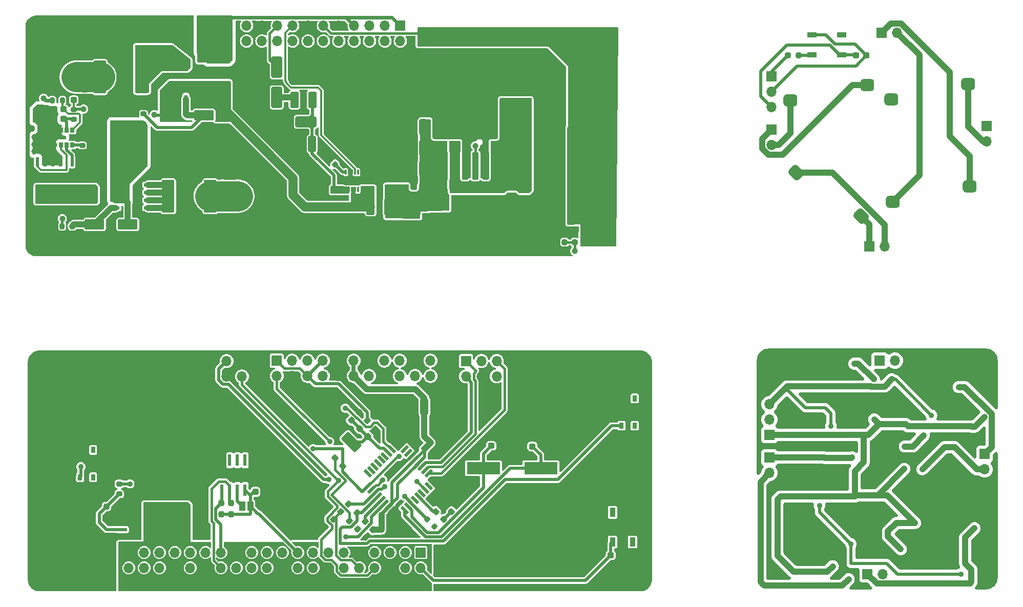
<source format=gtl>
G04 #@! TF.GenerationSoftware,KiCad,Pcbnew,7.0.10-7.0.10~ubuntu22.04.1*
G04 #@! TF.CreationDate,2025-04-10T19:03:43-06:00*
G04 #@! TF.ProjectId,OAC,4f41432e-6b69-4636-9164-5f7063625858,rev?*
G04 #@! TF.SameCoordinates,Original*
G04 #@! TF.FileFunction,Copper,L1,Top*
G04 #@! TF.FilePolarity,Positive*
%FSLAX46Y46*%
G04 Gerber Fmt 4.6, Leading zero omitted, Abs format (unit mm)*
G04 Created by KiCad (PCBNEW 7.0.10-7.0.10~ubuntu22.04.1) date 2025-04-10 19:03:43*
%MOMM*%
%LPD*%
G01*
G04 APERTURE LIST*
G04 Aperture macros list*
%AMRoundRect*
0 Rectangle with rounded corners*
0 $1 Rounding radius*
0 $2 $3 $4 $5 $6 $7 $8 $9 X,Y pos of 4 corners*
0 Add a 4 corners polygon primitive as box body*
4,1,4,$2,$3,$4,$5,$6,$7,$8,$9,$2,$3,0*
0 Add four circle primitives for the rounded corners*
1,1,$1+$1,$2,$3*
1,1,$1+$1,$4,$5*
1,1,$1+$1,$6,$7*
1,1,$1+$1,$8,$9*
0 Add four rect primitives between the rounded corners*
20,1,$1+$1,$2,$3,$4,$5,0*
20,1,$1+$1,$4,$5,$6,$7,0*
20,1,$1+$1,$6,$7,$8,$9,0*
20,1,$1+$1,$8,$9,$2,$3,0*%
%AMRotRect*
0 Rectangle, with rotation*
0 The origin of the aperture is its center*
0 $1 length*
0 $2 width*
0 $3 Rotation angle, in degrees counterclockwise*
0 Add horizontal line*
21,1,$1,$2,0,0,$3*%
G04 Aperture macros list end*
G04 #@! TA.AperFunction,ComponentPad*
%ADD10R,1.700000X1.700000*%
G04 #@! TD*
G04 #@! TA.AperFunction,ComponentPad*
%ADD11O,1.700000X1.700000*%
G04 #@! TD*
G04 #@! TA.AperFunction,SMDPad,CuDef*
%ADD12RoundRect,0.500000X0.643000X0.500000X-0.643000X0.500000X-0.643000X-0.500000X0.643000X-0.500000X0*%
G04 #@! TD*
G04 #@! TA.AperFunction,SMDPad,CuDef*
%ADD13RotRect,1.500000X0.550000X45.000000*%
G04 #@! TD*
G04 #@! TA.AperFunction,SMDPad,CuDef*
%ADD14RotRect,0.550000X1.500000X45.000000*%
G04 #@! TD*
G04 #@! TA.AperFunction,SMDPad,CuDef*
%ADD15R,0.700000X0.900000*%
G04 #@! TD*
G04 #@! TA.AperFunction,SMDPad,CuDef*
%ADD16RoundRect,0.250000X-1.400000X-0.600000X1.400000X-0.600000X1.400000X0.600000X-1.400000X0.600000X0*%
G04 #@! TD*
G04 #@! TA.AperFunction,SMDPad,CuDef*
%ADD17RoundRect,0.500000X-0.643000X-0.500000X0.643000X-0.500000X0.643000X0.500000X-0.643000X0.500000X0*%
G04 #@! TD*
G04 #@! TA.AperFunction,SMDPad,CuDef*
%ADD18RoundRect,0.250000X0.400000X1.075000X-0.400000X1.075000X-0.400000X-1.075000X0.400000X-1.075000X0*%
G04 #@! TD*
G04 #@! TA.AperFunction,SMDPad,CuDef*
%ADD19RoundRect,0.237500X0.008839X0.344715X-0.344715X-0.008839X-0.008839X-0.344715X0.344715X0.008839X0*%
G04 #@! TD*
G04 #@! TA.AperFunction,SMDPad,CuDef*
%ADD20RoundRect,0.250001X-0.799999X-2.474999X0.799999X-2.474999X0.799999X2.474999X-0.799999X2.474999X0*%
G04 #@! TD*
G04 #@! TA.AperFunction,SMDPad,CuDef*
%ADD21RoundRect,0.237500X0.300000X0.237500X-0.300000X0.237500X-0.300000X-0.237500X0.300000X-0.237500X0*%
G04 #@! TD*
G04 #@! TA.AperFunction,SMDPad,CuDef*
%ADD22RoundRect,0.039000X0.091000X-0.381000X0.091000X0.381000X-0.091000X0.381000X-0.091000X-0.381000X0*%
G04 #@! TD*
G04 #@! TA.AperFunction,SMDPad,CuDef*
%ADD23R,2.350000X1.500000*%
G04 #@! TD*
G04 #@! TA.AperFunction,SMDPad,CuDef*
%ADD24RoundRect,0.237500X0.237500X-0.250000X0.237500X0.250000X-0.237500X0.250000X-0.237500X-0.250000X0*%
G04 #@! TD*
G04 #@! TA.AperFunction,SMDPad,CuDef*
%ADD25RoundRect,0.237500X0.044194X0.380070X-0.380070X-0.044194X-0.044194X-0.380070X0.380070X0.044194X0*%
G04 #@! TD*
G04 #@! TA.AperFunction,SMDPad,CuDef*
%ADD26RoundRect,0.200000X-0.275000X0.200000X-0.275000X-0.200000X0.275000X-0.200000X0.275000X0.200000X0*%
G04 #@! TD*
G04 #@! TA.AperFunction,SMDPad,CuDef*
%ADD27RoundRect,0.073750X-0.221250X0.716250X-0.221250X-0.716250X0.221250X-0.716250X0.221250X0.716250X0*%
G04 #@! TD*
G04 #@! TA.AperFunction,SMDPad,CuDef*
%ADD28RoundRect,0.250000X-1.500000X-0.650000X1.500000X-0.650000X1.500000X0.650000X-1.500000X0.650000X0*%
G04 #@! TD*
G04 #@! TA.AperFunction,SMDPad,CuDef*
%ADD29RoundRect,0.250000X-0.400000X-1.075000X0.400000X-1.075000X0.400000X1.075000X-0.400000X1.075000X0*%
G04 #@! TD*
G04 #@! TA.AperFunction,SMDPad,CuDef*
%ADD30RoundRect,0.200000X-0.335876X-0.053033X-0.053033X-0.335876X0.335876X0.053033X0.053033X0.335876X0*%
G04 #@! TD*
G04 #@! TA.AperFunction,SMDPad,CuDef*
%ADD31R,1.500000X0.900000*%
G04 #@! TD*
G04 #@! TA.AperFunction,SMDPad,CuDef*
%ADD32RoundRect,0.237500X0.250000X0.237500X-0.250000X0.237500X-0.250000X-0.237500X0.250000X-0.237500X0*%
G04 #@! TD*
G04 #@! TA.AperFunction,SMDPad,CuDef*
%ADD33R,1.000000X1.500000*%
G04 #@! TD*
G04 #@! TA.AperFunction,SMDPad,CuDef*
%ADD34R,0.900000X1.500000*%
G04 #@! TD*
G04 #@! TA.AperFunction,SMDPad,CuDef*
%ADD35R,0.558800X1.981200*%
G04 #@! TD*
G04 #@! TA.AperFunction,SMDPad,CuDef*
%ADD36RoundRect,0.237500X-0.300000X-0.237500X0.300000X-0.237500X0.300000X0.237500X-0.300000X0.237500X0*%
G04 #@! TD*
G04 #@! TA.AperFunction,SMDPad,CuDef*
%ADD37RoundRect,0.250000X0.650000X-1.500000X0.650000X1.500000X-0.650000X1.500000X-0.650000X-1.500000X0*%
G04 #@! TD*
G04 #@! TA.AperFunction,SMDPad,CuDef*
%ADD38RoundRect,0.237500X-0.008839X-0.344715X0.344715X0.008839X0.008839X0.344715X-0.344715X-0.008839X0*%
G04 #@! TD*
G04 #@! TA.AperFunction,SMDPad,CuDef*
%ADD39R,0.711200X0.990600*%
G04 #@! TD*
G04 #@! TA.AperFunction,SMDPad,CuDef*
%ADD40RoundRect,0.250001X-0.462499X-1.074999X0.462499X-1.074999X0.462499X1.074999X-0.462499X1.074999X0*%
G04 #@! TD*
G04 #@! TA.AperFunction,SMDPad,CuDef*
%ADD41RoundRect,0.237500X-0.250000X-0.237500X0.250000X-0.237500X0.250000X0.237500X-0.250000X0.237500X0*%
G04 #@! TD*
G04 #@! TA.AperFunction,SMDPad,CuDef*
%ADD42RoundRect,0.250000X1.412500X0.550000X-1.412500X0.550000X-1.412500X-0.550000X1.412500X-0.550000X0*%
G04 #@! TD*
G04 #@! TA.AperFunction,SMDPad,CuDef*
%ADD43RoundRect,0.250000X-0.650000X1.500000X-0.650000X-1.500000X0.650000X-1.500000X0.650000X1.500000X0*%
G04 #@! TD*
G04 #@! TA.AperFunction,SMDPad,CuDef*
%ADD44RoundRect,0.250000X1.400000X0.600000X-1.400000X0.600000X-1.400000X-0.600000X1.400000X-0.600000X0*%
G04 #@! TD*
G04 #@! TA.AperFunction,SMDPad,CuDef*
%ADD45RoundRect,0.250000X0.300000X-2.050000X0.300000X2.050000X-0.300000X2.050000X-0.300000X-2.050000X0*%
G04 #@! TD*
G04 #@! TA.AperFunction,SMDPad,CuDef*
%ADD46RoundRect,0.250000X2.375000X-2.025000X2.375000X2.025000X-2.375000X2.025000X-2.375000X-2.025000X0*%
G04 #@! TD*
G04 #@! TA.AperFunction,SMDPad,CuDef*
%ADD47RoundRect,0.250002X5.149998X-4.449998X5.149998X4.449998X-5.149998X4.449998X-5.149998X-4.449998X0*%
G04 #@! TD*
G04 #@! TA.AperFunction,SMDPad,CuDef*
%ADD48RoundRect,0.237500X-0.344715X0.008839X0.008839X-0.344715X0.344715X-0.008839X-0.008839X0.344715X0*%
G04 #@! TD*
G04 #@! TA.AperFunction,SMDPad,CuDef*
%ADD49RoundRect,0.237500X-0.044194X-0.380070X0.380070X0.044194X0.044194X0.380070X-0.380070X-0.044194X0*%
G04 #@! TD*
G04 #@! TA.AperFunction,SMDPad,CuDef*
%ADD50RoundRect,0.250001X-2.474999X0.799999X-2.474999X-0.799999X2.474999X-0.799999X2.474999X0.799999X0*%
G04 #@! TD*
G04 #@! TA.AperFunction,SMDPad,CuDef*
%ADD51RoundRect,0.237500X0.237500X-0.300000X0.237500X0.300000X-0.237500X0.300000X-0.237500X-0.300000X0*%
G04 #@! TD*
G04 #@! TA.AperFunction,SMDPad,CuDef*
%ADD52R,0.558800X1.460500*%
G04 #@! TD*
G04 #@! TA.AperFunction,SMDPad,CuDef*
%ADD53RoundRect,0.250000X-0.550000X1.500000X-0.550000X-1.500000X0.550000X-1.500000X0.550000X1.500000X0*%
G04 #@! TD*
G04 #@! TA.AperFunction,SMDPad,CuDef*
%ADD54RoundRect,0.250001X0.799999X2.474999X-0.799999X2.474999X-0.799999X-2.474999X0.799999X-2.474999X0*%
G04 #@! TD*
G04 #@! TA.AperFunction,SMDPad,CuDef*
%ADD55RoundRect,0.280000X0.840000X0.880000X-0.840000X0.880000X-0.840000X-0.880000X0.840000X-0.880000X0*%
G04 #@! TD*
G04 #@! TA.AperFunction,SMDPad,CuDef*
%ADD56RoundRect,0.237500X-0.380070X0.044194X0.044194X-0.380070X0.380070X-0.044194X-0.044194X0.380070X0*%
G04 #@! TD*
G04 #@! TA.AperFunction,SMDPad,CuDef*
%ADD57RoundRect,0.200000X0.200000X0.275000X-0.200000X0.275000X-0.200000X-0.275000X0.200000X-0.275000X0*%
G04 #@! TD*
G04 #@! TA.AperFunction,SMDPad,CuDef*
%ADD58RoundRect,0.250000X1.414214X-0.565685X-0.565685X1.414214X-1.414214X0.565685X0.565685X-1.414214X0*%
G04 #@! TD*
G04 #@! TA.AperFunction,SMDPad,CuDef*
%ADD59RoundRect,0.237500X-0.237500X0.250000X-0.237500X-0.250000X0.237500X-0.250000X0.237500X0.250000X0*%
G04 #@! TD*
G04 #@! TA.AperFunction,SMDPad,CuDef*
%ADD60R,5.500000X2.000000*%
G04 #@! TD*
G04 #@! TA.AperFunction,SMDPad,CuDef*
%ADD61RoundRect,0.073750X-0.716250X-0.221250X0.716250X-0.221250X0.716250X0.221250X-0.716250X0.221250X0*%
G04 #@! TD*
G04 #@! TA.AperFunction,SMDPad,CuDef*
%ADD62R,3.250000X5.500000*%
G04 #@! TD*
G04 #@! TA.AperFunction,SMDPad,CuDef*
%ADD63R,1.460500X0.558800*%
G04 #@! TD*
G04 #@! TA.AperFunction,SMDPad,CuDef*
%ADD64RoundRect,0.200000X0.275000X-0.200000X0.275000X0.200000X-0.275000X0.200000X-0.275000X-0.200000X0*%
G04 #@! TD*
G04 #@! TA.AperFunction,SMDPad,CuDef*
%ADD65RoundRect,0.200000X-0.200000X-0.275000X0.200000X-0.275000X0.200000X0.275000X-0.200000X0.275000X0*%
G04 #@! TD*
G04 #@! TA.AperFunction,SMDPad,CuDef*
%ADD66RoundRect,0.237500X0.344715X-0.008839X-0.008839X0.344715X-0.344715X0.008839X0.008839X-0.344715X0*%
G04 #@! TD*
G04 #@! TA.AperFunction,SMDPad,CuDef*
%ADD67RoundRect,0.500000X-0.808223X0.101116X0.101116X-0.808223X0.808223X-0.101116X-0.101116X0.808223X0*%
G04 #@! TD*
G04 #@! TA.AperFunction,SMDPad,CuDef*
%ADD68RoundRect,0.250000X-0.412500X-1.100000X0.412500X-1.100000X0.412500X1.100000X-0.412500X1.100000X0*%
G04 #@! TD*
G04 #@! TA.AperFunction,SMDPad,CuDef*
%ADD69RoundRect,0.200000X0.335876X0.053033X0.053033X0.335876X-0.335876X-0.053033X-0.053033X-0.335876X0*%
G04 #@! TD*
G04 #@! TA.AperFunction,ViaPad*
%ADD70C,0.900000*%
G04 #@! TD*
G04 #@! TA.AperFunction,ViaPad*
%ADD71C,1.000000*%
G04 #@! TD*
G04 #@! TA.AperFunction,Conductor*
%ADD72C,0.500000*%
G04 #@! TD*
G04 #@! TA.AperFunction,Conductor*
%ADD73C,1.000000*%
G04 #@! TD*
G04 #@! TA.AperFunction,Conductor*
%ADD74C,0.400000*%
G04 #@! TD*
G04 #@! TA.AperFunction,Conductor*
%ADD75C,0.700000*%
G04 #@! TD*
G04 #@! TA.AperFunction,Conductor*
%ADD76C,0.600000*%
G04 #@! TD*
G04 #@! TA.AperFunction,Conductor*
%ADD77C,5.000000*%
G04 #@! TD*
G04 #@! TA.AperFunction,Conductor*
%ADD78C,1.500000*%
G04 #@! TD*
G04 #@! TA.AperFunction,Conductor*
%ADD79C,0.300000*%
G04 #@! TD*
G04 APERTURE END LIST*
D10*
X180620682Y-184144257D03*
D11*
X180620682Y-186684257D03*
X178080682Y-184144257D03*
X178080682Y-186684257D03*
X175540682Y-184144257D03*
X175540682Y-186684257D03*
X173000682Y-184144257D03*
X173000682Y-186684257D03*
X170460682Y-184144257D03*
X170460682Y-186684257D03*
X167920682Y-184144257D03*
X167920682Y-186684257D03*
X165380682Y-184144257D03*
X165380682Y-186684257D03*
X162840682Y-184144257D03*
X162840682Y-186684257D03*
X160300682Y-184144257D03*
X160300682Y-186684257D03*
X157760682Y-184144257D03*
X157760682Y-186684257D03*
X155220682Y-184144257D03*
X155220682Y-186684257D03*
X152680682Y-184144257D03*
X152680682Y-186684257D03*
X150140682Y-184144257D03*
X150140682Y-186684257D03*
X147600682Y-184144257D03*
X147600682Y-186684257D03*
X145060682Y-184144257D03*
X145060682Y-186684257D03*
X142520682Y-184144257D03*
X142520682Y-186684257D03*
X139980682Y-184144257D03*
X139980682Y-186684257D03*
X137440682Y-184144257D03*
X137440682Y-186684257D03*
X134900682Y-184144257D03*
X134900682Y-186684257D03*
X132360682Y-184144257D03*
X132360682Y-186684257D03*
D10*
X254795000Y-133507500D03*
D11*
X257335000Y-133507500D03*
D10*
X188105000Y-152480000D03*
D11*
X188105000Y-155020000D03*
X190645000Y-152480000D03*
X190645000Y-155020000D03*
X193185000Y-152480000D03*
X193185000Y-155020000D03*
D10*
X274150000Y-113677500D03*
D11*
X274150000Y-116217500D03*
D12*
X258426500Y-109214407D03*
X271126500Y-106674407D03*
D13*
X171879542Y-173190660D03*
X172445227Y-173756346D03*
X173010913Y-174322031D03*
X173576598Y-174887716D03*
X174142284Y-175453402D03*
X174707969Y-176019087D03*
X175273654Y-176584773D03*
X175839340Y-177150458D03*
D14*
X177960660Y-177150458D03*
X178526346Y-176584773D03*
X179092031Y-176019087D03*
X179657716Y-175453402D03*
X180223402Y-174887716D03*
X180789087Y-174322031D03*
X181354773Y-173756346D03*
X181920458Y-173190660D03*
D13*
X181920458Y-171069340D03*
X181354773Y-170503654D03*
X180789087Y-169937969D03*
X180223402Y-169372284D03*
X179657716Y-168806598D03*
X179092031Y-168240913D03*
X178526346Y-167675227D03*
X177960660Y-167109542D03*
D14*
X175839340Y-167109542D03*
X175273654Y-167675227D03*
X174707969Y-168240913D03*
X174142284Y-168806598D03*
X173576598Y-169372284D03*
X173010913Y-169937969D03*
X172445227Y-170503654D03*
X171879542Y-171069340D03*
D15*
X121160000Y-116794998D03*
X122110000Y-116794998D03*
X123060000Y-116794998D03*
X123060000Y-114294998D03*
X122110000Y-114294998D03*
X121160000Y-114294998D03*
D16*
X139270000Y-111902500D03*
X144770000Y-111902500D03*
D17*
X254423500Y-106890594D03*
X241723500Y-109430594D03*
D18*
X181010000Y-120702500D03*
X177910000Y-120702500D03*
D19*
X168695235Y-176114765D03*
X167404765Y-177405235D03*
D20*
X138885000Y-125252500D03*
X145835000Y-125252500D03*
D21*
X192282500Y-166500000D03*
X190557500Y-166500000D03*
D22*
X168240000Y-124137500D03*
X168740000Y-124137500D03*
X169240000Y-124137500D03*
X169740000Y-124137500D03*
X170240000Y-124137500D03*
X170240000Y-121267500D03*
X169740000Y-121267500D03*
X169240000Y-121267500D03*
X168740000Y-121267500D03*
X168240000Y-121267500D03*
D23*
X169240000Y-122702500D03*
D24*
X149285001Y-177826300D03*
X149285001Y-176001300D03*
D21*
X254265000Y-101977500D03*
X252540000Y-101977500D03*
D25*
X173099880Y-163740120D03*
X171880120Y-164959880D03*
D26*
X134820000Y-111647500D03*
X134820000Y-113297500D03*
D27*
X126790000Y-124852500D03*
X125520000Y-124852500D03*
X124250000Y-124852500D03*
X122980000Y-124852500D03*
X122980000Y-119602500D03*
X126790000Y-119602500D03*
X125520000Y-119602500D03*
X124250000Y-119602500D03*
D28*
X156665000Y-112952500D03*
X161665000Y-112952500D03*
D21*
X166252500Y-124052500D03*
X164527500Y-124052500D03*
D29*
X159582500Y-116642500D03*
X162682500Y-116642500D03*
D30*
X165256637Y-118789137D03*
X166423363Y-119955863D03*
D31*
X250160000Y-101917500D03*
X250160000Y-98617500D03*
X245260000Y-98617500D03*
X245260000Y-101917500D03*
D32*
X207910000Y-132862500D03*
X206085000Y-132862500D03*
D33*
X151155001Y-176503799D03*
X152455001Y-176503799D03*
D34*
X212320000Y-182400000D03*
X215620000Y-182400000D03*
X215620000Y-177500000D03*
X212320000Y-177500000D03*
D26*
X130790000Y-172805000D03*
X130790000Y-174455000D03*
D35*
X151585000Y-168876200D03*
X150315000Y-168876200D03*
X149045000Y-168876200D03*
X147775000Y-168876200D03*
X147775000Y-173803800D03*
X149045000Y-173803800D03*
X150315000Y-173803800D03*
X151585000Y-173803800D03*
D36*
X172137500Y-124032500D03*
X173862500Y-124032500D03*
D37*
X156822500Y-108942500D03*
X156822500Y-103942500D03*
D10*
X254464998Y-187700000D03*
D11*
X257004998Y-187700000D03*
D19*
X166175235Y-178634765D03*
X164884765Y-179925235D03*
D38*
X170480049Y-163644661D03*
X171770519Y-162354191D03*
D39*
X213820002Y-163180002D03*
X213820002Y-158680000D03*
X215970000Y-163180002D03*
X215970000Y-158680000D03*
D10*
X238259998Y-164700000D03*
D11*
X238259998Y-162160000D03*
X238259998Y-159620000D03*
D40*
X172320000Y-127002500D03*
X175295000Y-127002500D03*
D10*
X238590000Y-105442500D03*
D11*
X238590000Y-107982500D03*
X238590000Y-110522500D03*
D41*
X202585000Y-132852500D03*
X204410000Y-132852500D03*
D17*
X271383500Y-123600594D03*
X258683500Y-126140594D03*
D21*
X213760000Y-184610000D03*
X212035000Y-184610000D03*
D42*
X207157500Y-122862500D03*
X202082500Y-122862500D03*
D27*
X121035000Y-124799998D03*
X119765000Y-124799998D03*
X118495000Y-124799998D03*
X117225000Y-124799998D03*
X117225000Y-119549998D03*
X121035000Y-119549998D03*
X119765000Y-119549998D03*
X118495000Y-119549998D03*
D43*
X195660000Y-121402500D03*
X195660000Y-126402500D03*
D36*
X123267500Y-109332500D03*
X124992500Y-109332500D03*
X119885000Y-112494998D03*
X121610000Y-112494998D03*
D44*
X132197500Y-129922500D03*
X126697500Y-129922500D03*
D45*
X184565000Y-120217500D03*
X186265000Y-120217500D03*
X187965000Y-120217500D03*
D46*
X185190000Y-113492500D03*
X190740000Y-113492500D03*
D47*
X187965000Y-111067500D03*
D46*
X185190000Y-108642500D03*
X190740000Y-108642500D03*
D45*
X189665000Y-120217500D03*
X191365000Y-120217500D03*
D48*
X166444765Y-168534765D03*
X167735235Y-169825235D03*
D38*
X168824765Y-178885235D03*
X170115235Y-177594765D03*
D21*
X121602500Y-110884998D03*
X119877500Y-110884998D03*
D10*
X256464998Y-152420000D03*
D11*
X259004998Y-152420000D03*
D39*
X124320002Y-171690002D03*
X124320002Y-167190000D03*
X126470000Y-171690002D03*
X126470000Y-167190000D03*
D10*
X256795000Y-98227500D03*
D11*
X259335000Y-98227500D03*
D49*
X171510120Y-181599880D03*
X172729880Y-180380120D03*
D36*
X199070000Y-166610000D03*
X200795000Y-166610000D03*
D50*
X146350000Y-102152500D03*
X146350000Y-109102500D03*
D41*
X241277500Y-101987500D03*
X243102500Y-101987500D03*
D51*
X153315000Y-174123800D03*
X153315000Y-172398800D03*
D21*
X207852500Y-131242000D03*
X206127500Y-131242000D03*
D52*
X138005000Y-103768350D03*
X139275000Y-103768350D03*
X140545000Y-103768350D03*
X141815000Y-103768350D03*
X141815000Y-109216650D03*
X138005000Y-109216650D03*
X139275000Y-109216650D03*
X140545000Y-109216650D03*
D18*
X181020000Y-113852500D03*
X177920000Y-113852500D03*
D53*
X184310000Y-125802500D03*
X184310000Y-131202500D03*
D54*
X134535000Y-105552500D03*
X127585000Y-105552500D03*
D10*
X238600000Y-114237500D03*
D11*
X238600000Y-116777500D03*
D55*
X207297500Y-128448000D03*
X202427500Y-128448000D03*
D11*
X148530000Y-155030000D03*
X151070000Y-155030000D03*
X148530000Y-152490000D03*
D10*
X151070000Y-152490000D03*
D56*
X180010120Y-165810120D03*
X181229880Y-167029880D03*
D57*
X123015000Y-130202500D03*
X121365000Y-130202500D03*
D58*
X169152457Y-165877351D03*
X165263369Y-161988263D03*
D10*
X273819998Y-167870000D03*
D11*
X273819998Y-170410000D03*
D59*
X128680000Y-176547500D03*
X128680000Y-178372500D03*
D40*
X159755000Y-109362500D03*
X162730000Y-109362500D03*
D60*
X190980000Y-170210000D03*
X200480000Y-170210000D03*
D61*
X136540850Y-176550000D03*
X136540850Y-177820000D03*
X136540850Y-179090000D03*
X136540850Y-180360000D03*
X131290850Y-180360000D03*
X131290850Y-176550000D03*
X131290850Y-177820000D03*
X131290850Y-179090000D03*
D62*
X195840000Y-112697500D03*
X207090000Y-112697500D03*
D19*
X171455235Y-179004765D03*
X170164765Y-180295235D03*
D63*
X135584150Y-123377500D03*
X135584150Y-124647500D03*
X135584150Y-125917500D03*
X135584150Y-127187500D03*
X130135850Y-127187500D03*
X130135850Y-123377500D03*
X130135850Y-124647500D03*
X130135850Y-125917500D03*
D64*
X123240000Y-112547500D03*
X123240000Y-110897500D03*
X124680000Y-116847500D03*
X124680000Y-115197500D03*
D10*
X156829318Y-152425743D03*
D11*
X159369318Y-152425743D03*
X161909318Y-152425743D03*
X164449318Y-152425743D03*
X166989318Y-152425743D03*
X169529318Y-152425743D03*
X172069318Y-152425743D03*
X174609318Y-152425743D03*
X177149318Y-152425743D03*
X179689318Y-152425743D03*
X182229318Y-152425743D03*
X156829318Y-154965743D03*
X159369318Y-154965743D03*
X161909318Y-154965743D03*
X164449318Y-154965743D03*
X166989318Y-154965743D03*
X169529318Y-154965743D03*
X172069318Y-154965743D03*
X174609318Y-154965743D03*
X177149318Y-154965743D03*
X179689318Y-154965743D03*
X182229318Y-154965743D03*
D18*
X181040000Y-117262500D03*
X177940000Y-117262500D03*
D19*
X170427016Y-160982404D03*
X169136546Y-162272874D03*
D48*
X183124765Y-177374765D03*
X184415235Y-178665235D03*
D36*
X116267500Y-114052500D03*
X117992500Y-114052500D03*
D24*
X147635000Y-177826300D03*
X147635000Y-176001300D03*
D10*
X238269998Y-168430000D03*
D11*
X238269998Y-170970000D03*
D65*
X119735000Y-109392500D03*
X121385000Y-109392500D03*
D66*
X185680000Y-177390000D03*
X184389530Y-176099530D03*
D67*
X253435094Y-128519603D03*
X242658786Y-121335398D03*
D68*
X178087500Y-160030000D03*
X181212500Y-160030000D03*
D21*
X181190000Y-123712500D03*
X179465000Y-123712500D03*
D69*
X182883363Y-179853363D03*
X181716637Y-178686637D03*
D10*
X177240682Y-97058243D03*
D11*
X174700682Y-97058243D03*
X172160682Y-97058243D03*
X169620682Y-97058243D03*
X167080682Y-97058243D03*
X164540682Y-97058243D03*
X162000682Y-97058243D03*
X159460682Y-97058243D03*
X156920682Y-97058243D03*
X154380682Y-97058243D03*
X151840682Y-97058243D03*
X177240682Y-99598243D03*
X174700682Y-99598243D03*
X172160682Y-99598243D03*
X169620682Y-99598243D03*
X167080682Y-99598243D03*
X164540682Y-99598243D03*
X162000682Y-99598243D03*
X159460682Y-99598243D03*
X156920682Y-99598243D03*
X154380682Y-99598243D03*
X151840682Y-99598243D03*
D70*
X176520000Y-170000000D03*
X174740000Y-162050000D03*
X176230000Y-177790000D03*
X164920000Y-179900000D03*
X170380000Y-160980000D03*
X173106041Y-163696041D03*
X184415235Y-178665235D03*
X168824765Y-178885235D03*
X182870000Y-179850000D03*
X172729880Y-180380120D03*
X174140000Y-180380120D03*
D71*
X125290000Y-107392500D03*
X124080000Y-103690161D03*
X122900000Y-106188387D03*
X125290000Y-103690161D03*
X122900000Y-107422500D03*
X122900000Y-104954274D03*
X125290000Y-106158387D03*
X124080000Y-107392500D03*
X124080000Y-106158387D03*
X125290000Y-104924274D03*
X124080000Y-104924274D03*
X122900000Y-103720161D03*
D70*
X255499998Y-155510000D03*
X252279998Y-152910000D03*
X260639998Y-166620000D03*
X263759998Y-164790000D03*
X258426500Y-109214407D03*
X212320000Y-177500000D03*
X170092323Y-180332323D03*
D71*
X148150000Y-124675833D03*
X148150000Y-127132500D03*
X149320000Y-123447500D03*
X149320000Y-125904166D03*
X150510000Y-124675833D03*
X148150000Y-125904166D03*
X149320000Y-124675833D03*
X148150000Y-123447500D03*
X150510000Y-125904166D03*
X150510000Y-127132500D03*
X150510000Y-123447500D03*
X149320000Y-127132500D03*
D70*
X177020000Y-168270000D03*
X124450000Y-169960000D03*
X162850000Y-166960000D03*
X248719998Y-186420000D03*
X259959998Y-183590000D03*
X260789998Y-162920000D03*
X262299998Y-179240000D03*
X242269998Y-187350000D03*
X255569998Y-162150000D03*
X260521748Y-170324250D03*
X257839998Y-180650000D03*
D71*
X136550000Y-111752500D03*
X124890000Y-110852500D03*
D70*
X273779998Y-161730000D03*
X239569998Y-175410000D03*
X269299998Y-163300000D03*
X168200000Y-181510000D03*
X132550000Y-172790000D03*
D71*
X206060000Y-134322500D03*
X189650000Y-116942500D03*
D70*
X215650000Y-182360000D03*
X265029998Y-161470000D03*
X165580000Y-165820000D03*
X258469998Y-155500000D03*
X251719998Y-182720000D03*
X248419998Y-163230000D03*
X269889998Y-187690000D03*
X246519998Y-176370000D03*
X180030000Y-172410000D03*
D71*
X145380000Y-99192500D03*
X147560000Y-99192500D03*
X146470000Y-99192500D03*
X145390000Y-98092500D03*
X146480000Y-98092500D03*
X147570000Y-98092500D03*
D70*
X177940000Y-174830000D03*
X174336041Y-172156041D03*
X167048299Y-172269619D03*
X165467282Y-172083567D03*
X174630000Y-173260000D03*
X269547198Y-156790000D03*
X272129998Y-180130000D03*
X251909998Y-168430000D03*
X263539998Y-170370000D03*
X268859998Y-166740000D03*
X251339998Y-188570000D03*
D71*
X130170000Y-114182500D03*
X131330000Y-114182500D03*
X130170000Y-115262500D03*
X133660000Y-116412500D03*
X134820000Y-116412500D03*
X132500000Y-116412500D03*
X133650000Y-115262500D03*
X130180000Y-116412500D03*
X132490000Y-114182500D03*
X131330000Y-115262500D03*
X118280000Y-109062500D03*
X132490000Y-115262500D03*
D70*
X168160000Y-160270000D03*
D71*
X131340000Y-116412500D03*
X134810000Y-115262500D03*
X133650000Y-114182500D03*
X120060000Y-117842500D03*
X118960000Y-115592500D03*
X116790000Y-117782500D03*
X118960000Y-116762500D03*
X121370000Y-128952500D03*
X117880000Y-117812500D03*
X117880000Y-116732500D03*
X118960000Y-117842500D03*
X120060000Y-116762500D03*
X120060000Y-115592500D03*
X116790000Y-116702500D03*
X116790000Y-115532500D03*
X117880000Y-115562500D03*
D72*
X124450000Y-169960000D02*
X124450000Y-171560004D01*
X124450000Y-171560004D02*
X124130002Y-171880002D01*
D73*
X258683500Y-126140594D02*
X263020000Y-121804094D01*
X263020000Y-121804094D02*
X263020000Y-101912500D01*
X263020000Y-101912500D02*
X259335000Y-98227500D01*
X256795000Y-98227500D02*
X258345000Y-96677500D01*
X258345000Y-96677500D02*
X259977032Y-96677500D01*
X259977032Y-96677500D02*
X268090000Y-104790468D01*
X268090000Y-104790468D02*
X268090000Y-115342085D01*
X268090000Y-115342085D02*
X271383500Y-118635585D01*
X271383500Y-118635585D02*
X271383500Y-123600594D01*
D74*
X130738350Y-178372500D02*
X131290850Y-177820000D01*
D72*
X179092031Y-168240913D02*
X180010120Y-167322824D01*
D74*
X131290850Y-179090000D02*
X131290850Y-177820000D01*
X131290850Y-177820000D02*
X131290850Y-176550000D01*
X173099880Y-163740120D02*
X173099880Y-163702202D01*
D72*
X252535000Y-103707500D02*
X254265000Y-101977500D01*
D74*
X173099880Y-163702202D02*
X173106041Y-163696041D01*
D73*
X191365000Y-114457500D02*
X191380000Y-114442500D01*
X187965000Y-120217500D02*
X187965000Y-113707500D01*
X187965000Y-113707500D02*
X188030000Y-113642500D01*
D72*
X254265000Y-101977500D02*
X252355000Y-100067500D01*
D74*
X128680000Y-178372500D02*
X130738350Y-178372500D01*
D72*
X180010120Y-167322824D02*
X180010120Y-165810120D01*
X238590000Y-107982500D02*
X242865000Y-103707500D01*
X247600000Y-98617500D02*
X245260000Y-98617500D01*
X249050000Y-100067500D02*
X247600000Y-98617500D01*
D73*
X191365000Y-120217500D02*
X191365000Y-114457500D01*
D72*
X252355000Y-100067500D02*
X249050000Y-100067500D01*
X242865000Y-103707500D02*
X252535000Y-103707500D01*
D74*
X169170682Y-185394257D02*
X167402915Y-185394257D01*
X166640000Y-184631342D02*
X166640000Y-178170000D01*
X167402915Y-185394257D02*
X166640000Y-184631342D01*
X166640000Y-178170000D02*
X167404765Y-177405235D01*
X170460682Y-186684257D02*
X169170682Y-185394257D01*
D72*
X184415235Y-178665235D02*
X184415235Y-178654765D01*
X184415235Y-178654765D02*
X185680000Y-177390000D01*
X147635000Y-176001300D02*
X146710000Y-176926300D01*
X147775000Y-175861300D02*
X147635000Y-176001300D01*
X147775000Y-173803800D02*
X147775000Y-175861300D01*
X146710000Y-176926300D02*
X146710000Y-178670000D01*
X147600682Y-179560682D02*
X147600682Y-184144257D01*
X146710000Y-178670000D02*
X147600682Y-179560682D01*
X149045000Y-173803800D02*
X149045000Y-175761299D01*
D74*
X147223600Y-172413200D02*
X148365600Y-172413200D01*
X149045000Y-173092600D02*
X149045000Y-173803800D01*
X146350682Y-185434257D02*
X146350682Y-179229921D01*
X146350682Y-179229921D02*
X146010000Y-178889239D01*
X147600682Y-186684257D02*
X146350682Y-185434257D01*
X148365600Y-172413200D02*
X149045000Y-173092600D01*
X146010000Y-178889239D02*
X146010000Y-173626800D01*
X146010000Y-173626800D02*
X147223600Y-172413200D01*
D72*
X149045000Y-175761299D02*
X149285001Y-176001300D01*
D75*
X181212500Y-167012500D02*
X181229880Y-167029880D01*
D73*
X181229880Y-167029880D02*
X182260000Y-165999760D01*
D76*
X174140000Y-177718427D02*
X175882753Y-175975674D01*
D72*
X175850000Y-172580000D02*
X175882753Y-172612753D01*
D73*
X172731530Y-180380120D02*
X172730705Y-180380945D01*
D72*
X179623402Y-168806598D02*
X175850000Y-172580000D01*
X176765000Y-175093427D02*
X176765000Y-172865000D01*
X212035000Y-184610000D02*
X212035000Y-182685000D01*
D74*
X207090000Y-99122500D02*
X207090000Y-112697500D01*
D72*
X174664556Y-177193871D02*
X175273654Y-176584773D01*
X249860000Y-101917500D02*
X248210000Y-100267500D01*
X212035000Y-182685000D02*
X212320000Y-182400000D01*
X179657716Y-168806598D02*
X179623402Y-168806598D01*
X175273654Y-176584773D02*
X176765000Y-175093427D01*
X236830000Y-104602500D02*
X236830000Y-108762500D01*
X176765000Y-172865000D02*
X180223402Y-169406598D01*
D74*
X165790682Y-98308243D02*
X206244257Y-98308243D01*
D72*
X252480000Y-101917500D02*
X252540000Y-101977500D01*
X207885000Y-188760000D02*
X182696425Y-188760000D01*
D75*
X169529318Y-152425743D02*
X169529318Y-154965743D01*
D72*
X182873363Y-179853363D02*
X182870000Y-179850000D01*
D74*
X168170000Y-172350000D02*
X168170000Y-172189238D01*
D72*
X175882753Y-172612753D02*
X175882753Y-175975674D01*
X180223402Y-169372284D02*
X181229880Y-168365806D01*
D74*
X165890000Y-174635356D02*
X165890000Y-174630000D01*
D72*
X182883363Y-179853363D02*
X182873363Y-179853363D01*
D73*
X181212500Y-164922500D02*
X181212500Y-160030000D01*
X174140000Y-180380120D02*
X174140000Y-177930558D01*
D72*
X179657716Y-168806598D02*
X181229880Y-167234434D01*
X248210000Y-100267500D02*
X241165000Y-100267500D01*
D74*
X168170000Y-172189238D02*
X166444765Y-170464003D01*
D73*
X171703575Y-157140000D02*
X179760000Y-157140000D01*
D74*
X166444765Y-170464003D02*
X166444765Y-168534765D01*
D72*
X250160000Y-101917500D02*
X249860000Y-101917500D01*
D73*
X182260000Y-165970000D02*
X181212500Y-164922500D01*
X169529318Y-154965743D02*
X171703575Y-157140000D01*
D74*
X164540682Y-97058243D02*
X165790682Y-98308243D01*
D72*
X241165000Y-100267500D02*
X236830000Y-104602500D01*
D73*
X174140000Y-180380120D02*
X172731530Y-180380120D01*
D72*
X236830000Y-108762500D02*
X238590000Y-110522500D01*
X180223402Y-169406598D02*
X180223402Y-169372284D01*
D74*
X206244257Y-98308243D02*
X206260000Y-98292500D01*
D72*
X181229880Y-167234434D02*
X181229880Y-167029880D01*
X212035000Y-184610000D02*
X207885000Y-188760000D01*
D73*
X181212500Y-158592500D02*
X181212500Y-160030000D01*
D74*
X206260000Y-98292500D02*
X207090000Y-99122500D01*
D72*
X250160000Y-101917500D02*
X252480000Y-101917500D01*
X175882753Y-175975674D02*
X175273654Y-176584773D01*
D73*
X174140000Y-177930558D02*
X174160279Y-177910279D01*
D72*
X181229880Y-168365806D02*
X181229880Y-167029880D01*
D76*
X174140000Y-177930558D02*
X174140000Y-177718427D01*
D73*
X179760000Y-157140000D02*
X181212500Y-158592500D01*
D74*
X168824765Y-177570121D02*
X165890000Y-174635356D01*
X168824765Y-178885235D02*
X168824765Y-177570121D01*
D72*
X182696425Y-188760000D02*
X180620682Y-186684257D01*
D74*
X165890000Y-174630000D02*
X168170000Y-172350000D01*
D73*
X182260000Y-165999760D02*
X182260000Y-165970000D01*
D72*
X153860224Y-177703799D02*
X153655001Y-177703799D01*
X153315000Y-174123800D02*
X153005002Y-174123800D01*
X160300682Y-184144257D02*
X153860224Y-177703799D01*
X151585000Y-173803800D02*
X152455001Y-174673801D01*
X152455001Y-177753799D02*
X152455001Y-176503799D01*
X147635000Y-177826300D02*
X149285001Y-177826300D01*
X152455001Y-174673801D02*
X152455001Y-176503799D01*
X152382500Y-177826300D02*
X152455001Y-177753799D01*
X153655001Y-177703799D02*
X152455001Y-176503799D01*
X153005002Y-174123800D02*
X152455001Y-174673801D01*
X149285001Y-177826300D02*
X152382500Y-177826300D01*
D77*
X127585000Y-105552500D02*
X125100000Y-105552500D01*
X123681169Y-105552500D02*
X123680000Y-105553669D01*
X125100000Y-105552500D02*
X123681169Y-105552500D01*
X125100000Y-105552500D02*
X125090000Y-105562500D01*
D72*
X200480000Y-170210000D02*
X200480000Y-168020000D01*
X200480000Y-168020000D02*
X199070000Y-166610000D01*
X184096843Y-181543157D02*
X181403208Y-181543157D01*
X177960660Y-178100610D02*
X177960660Y-177150458D01*
X195430000Y-170210000D02*
X184096843Y-181543157D01*
X181403208Y-181543157D02*
X177960660Y-178100610D01*
X200480000Y-170210000D02*
X195430000Y-170210000D01*
X190980000Y-170210000D02*
X190980000Y-167802500D01*
X181693157Y-180843157D02*
X179135444Y-178285444D01*
X179135444Y-177193871D02*
X178526346Y-176584773D01*
X179135444Y-178285444D02*
X179135444Y-177193871D01*
X190980000Y-173426296D02*
X183563139Y-180843157D01*
X190980000Y-167802500D02*
X192282500Y-166500000D01*
X190980000Y-170210000D02*
X190980000Y-173426296D01*
X183563139Y-180843157D02*
X181693157Y-180843157D01*
D73*
X238600000Y-114237500D02*
X237040000Y-115797500D01*
X237040000Y-117409532D02*
X238047968Y-118417500D01*
X252006906Y-106890594D02*
X254423500Y-106890594D01*
X240480000Y-118417500D02*
X252006906Y-106890594D01*
X238047968Y-118417500D02*
X240480000Y-118417500D01*
X237040000Y-115797500D02*
X237040000Y-117409532D01*
X239802081Y-116777500D02*
X241723500Y-114856081D01*
X238600000Y-116777500D02*
X239802081Y-116777500D01*
X241723500Y-114856081D02*
X241723500Y-109430594D01*
X252899998Y-152910000D02*
X255499998Y-155510000D01*
X252279998Y-152910000D02*
X252899998Y-152910000D01*
X261929998Y-166620000D02*
X263759998Y-164790000D01*
X260639998Y-166620000D02*
X261929998Y-166620000D01*
X271126500Y-106674407D02*
X271126500Y-113754000D01*
X271126500Y-113754000D02*
X273590000Y-116217500D01*
X273590000Y-116217500D02*
X274150000Y-116217500D01*
X254795000Y-129879509D02*
X253435094Y-128519603D01*
X254795000Y-133507500D02*
X254795000Y-129879509D01*
X248655053Y-121335398D02*
X257335000Y-130015345D01*
X242658786Y-121335398D02*
X248655053Y-121335398D01*
X257335000Y-130015345D02*
X257335000Y-133507500D01*
D72*
X245190000Y-101987500D02*
X245260000Y-101917500D01*
X243102500Y-101987500D02*
X245190000Y-101987500D01*
X170164765Y-180295235D02*
X170129411Y-180295235D01*
X170129411Y-180295235D02*
X170092323Y-180332323D01*
X170480049Y-163644661D02*
X170480049Y-163616377D01*
X170480049Y-163616377D02*
X169136546Y-162272874D01*
X173780000Y-166910000D02*
X171880120Y-165010120D01*
X169152457Y-165877351D02*
X170962649Y-165877351D01*
X171795268Y-164959880D02*
X170480049Y-163644661D01*
X171880120Y-165010120D02*
X171880120Y-164959880D01*
X171880120Y-164959880D02*
X171795268Y-164959880D01*
X170962649Y-165877351D02*
X171880120Y-164959880D01*
X174508427Y-166910000D02*
X173780000Y-166910000D01*
X175273654Y-167675227D02*
X174508427Y-166910000D01*
D77*
X145835000Y-125252500D02*
X147760000Y-125252500D01*
X150350000Y-125252500D02*
X150370000Y-125232500D01*
X147760000Y-125252500D02*
X147790000Y-125222500D01*
X147820000Y-125252500D02*
X150350000Y-125252500D01*
X147790000Y-125222500D02*
X147820000Y-125252500D01*
D72*
X171869340Y-173190660D02*
X170980000Y-174080000D01*
X171879542Y-173190660D02*
X171869340Y-173190660D01*
D74*
X177020000Y-168270000D02*
X176800202Y-168270000D01*
D72*
X170980000Y-174080000D02*
X167735235Y-170835235D01*
X162850000Y-166960000D02*
X167735235Y-166960000D01*
D74*
X176800202Y-168270000D02*
X171879542Y-173190660D01*
D72*
X167735235Y-166960000D02*
X167735235Y-169825235D01*
X167735235Y-170835235D02*
X167735235Y-169825235D01*
X183967678Y-169294556D02*
X188970000Y-164292234D01*
X188745000Y-155807006D02*
X188745000Y-155660000D01*
X188745000Y-155660000D02*
X188105000Y-155020000D01*
X180789087Y-169937969D02*
X181432500Y-169294556D01*
X188970000Y-156032006D02*
X188745000Y-155807006D01*
X188970000Y-164292234D02*
X188970000Y-156032006D01*
X181432500Y-169294556D02*
X183967678Y-169294556D01*
D74*
X188105000Y-152480000D02*
X189761117Y-154136117D01*
X189761117Y-154136117D02*
X189395000Y-154502233D01*
X189620000Y-155762767D02*
X189620000Y-164561472D01*
X189395000Y-155537767D02*
X189620000Y-155762767D01*
X189395000Y-154502233D02*
X189395000Y-155537767D01*
X189620000Y-164561472D02*
X184236916Y-169944556D01*
X184236916Y-169944556D02*
X181913871Y-169944556D01*
X194480000Y-160550000D02*
X194480000Y-153775000D01*
X183960660Y-171069340D02*
X194480000Y-160550000D01*
X181920458Y-171069340D02*
X183960660Y-171069340D01*
X194480000Y-153775000D02*
X193185000Y-152480000D01*
D73*
X252349998Y-170700000D02*
X252349998Y-174680000D01*
X254559998Y-164700000D02*
X253859998Y-164700000D01*
X255719998Y-174680000D02*
X256165998Y-174680000D01*
D72*
X172137500Y-126820000D02*
X172320000Y-127002500D01*
X140545000Y-110627500D02*
X139270000Y-111902500D01*
X136700000Y-111902500D02*
X136550000Y-111752500D01*
D78*
X159520000Y-125062500D02*
X161460000Y-127002500D01*
D74*
X160619318Y-153675743D02*
X161909318Y-154965743D01*
D72*
X139270000Y-111902500D02*
X136700000Y-111902500D01*
D73*
X262299998Y-179240000D02*
X259249998Y-179240000D01*
D72*
X140545000Y-109216650D02*
X140545000Y-110627500D01*
D78*
X146350000Y-109102500D02*
X159520000Y-122272500D01*
D73*
X248719998Y-186420000D02*
X247789998Y-187350000D01*
D79*
X123267500Y-109332500D02*
X123267500Y-110870000D01*
D73*
X259249998Y-179240000D02*
X257839998Y-180650000D01*
D72*
X139270000Y-109221650D02*
X139275000Y-109216650D01*
D73*
X271639998Y-163300000D02*
X269299998Y-163300000D01*
D72*
X138005000Y-110637500D02*
X139270000Y-111902500D01*
D73*
X253829998Y-168207056D02*
X253829998Y-169220000D01*
D72*
X171770519Y-161000081D02*
X167036181Y-156265743D01*
X161909318Y-154965743D02*
X164449318Y-152425743D01*
D73*
X253829998Y-169220000D02*
X252349998Y-170700000D01*
X256339998Y-162920000D02*
X254559998Y-164700000D01*
X252349998Y-174900000D02*
X240079998Y-174900000D01*
D72*
X167036181Y-156265743D02*
X163209318Y-156265743D01*
D73*
X253859998Y-164700000D02*
X238259998Y-164700000D01*
D72*
X123285000Y-110852500D02*
X123240000Y-110897500D01*
D73*
X239569998Y-175410000D02*
X239569998Y-184650000D01*
D72*
X171770519Y-162354191D02*
X171770519Y-161000081D01*
D73*
X273779998Y-161730000D02*
X272169998Y-163340000D01*
X260789998Y-162920000D02*
X256339998Y-162920000D01*
X253859998Y-168177056D02*
X253829998Y-168207056D01*
X256339998Y-162920000D02*
X255569998Y-162150000D01*
X257839998Y-180650000D02*
X257839998Y-181470000D01*
X255719998Y-174680000D02*
X252349998Y-174680000D01*
X261169998Y-163300000D02*
X260789998Y-162920000D01*
X256369998Y-174680000D02*
X255719998Y-174680000D01*
X272169998Y-163340000D02*
X271679998Y-163340000D01*
X247789998Y-187350000D02*
X242269998Y-187350000D01*
X262299998Y-179240000D02*
X257739998Y-174680000D01*
D78*
X161460000Y-127002500D02*
X172320000Y-127002500D01*
D79*
X123267500Y-110870000D02*
X123240000Y-110897500D01*
D73*
X252349998Y-174680000D02*
X252349998Y-174900000D01*
D72*
X138005000Y-109216650D02*
X138005000Y-110637500D01*
D74*
X156829318Y-152425743D02*
X158079318Y-153675743D01*
D73*
X269299998Y-163300000D02*
X261169998Y-163300000D01*
X257739998Y-174680000D02*
X256369998Y-174680000D01*
X271679998Y-163340000D02*
X271639998Y-163300000D01*
D72*
X163209318Y-156265743D02*
X161909318Y-154965743D01*
X124890000Y-110852500D02*
X123285000Y-110852500D01*
X139270000Y-111902500D02*
X139270000Y-109221650D01*
X172137500Y-124032500D02*
X172137500Y-126820000D01*
D73*
X240079998Y-174900000D02*
X239569998Y-175410000D01*
D74*
X158079318Y-153675743D02*
X160619318Y-153675743D01*
D73*
X253859998Y-164700000D02*
X253859998Y-168177056D01*
X239569998Y-184650000D02*
X242269998Y-187350000D01*
X256165998Y-174680000D02*
X260521748Y-170324250D01*
X257839998Y-181470000D02*
X259959998Y-183590000D01*
D78*
X159520000Y-122272500D02*
X159520000Y-125062500D01*
D72*
X150315000Y-173803800D02*
X150315000Y-175663798D01*
X150315000Y-175663798D02*
X151155001Y-176503799D01*
X162730000Y-109362500D02*
X162730000Y-111887500D01*
D79*
X168740000Y-124137500D02*
X166337500Y-124137500D01*
D72*
X162730000Y-111887500D02*
X161665000Y-112952500D01*
X162682500Y-118225000D02*
X166252500Y-121795000D01*
D79*
X166337500Y-124137500D02*
X166252500Y-124052500D01*
D72*
X166252500Y-121795000D02*
X166252500Y-124052500D01*
X162682500Y-116642500D02*
X162682500Y-118225000D01*
X162682500Y-116642500D02*
X162682500Y-113970000D01*
X162682500Y-113970000D02*
X161665000Y-112952500D01*
X162680000Y-116640000D02*
X162682500Y-116642500D01*
X121610000Y-112494998D02*
X123187498Y-112494998D01*
X122110000Y-114294998D02*
X122110000Y-112994998D01*
X123187498Y-112494998D02*
X123240000Y-112547500D01*
X122110000Y-112994998D02*
X121610000Y-112494998D01*
X132535000Y-172805000D02*
X132550000Y-172790000D01*
X170258148Y-181510000D02*
X172492103Y-179276045D01*
X168200000Y-181510000D02*
X170258148Y-181510000D01*
X130790000Y-172805000D02*
X132535000Y-172805000D01*
X172492103Y-179276045D02*
X172492103Y-178234953D01*
X172492103Y-178234953D02*
X174707969Y-176019087D01*
D74*
X204410000Y-132852500D02*
X206075000Y-132852500D01*
X206060000Y-132887500D02*
X206085000Y-132862500D01*
X206075000Y-132852500D02*
X206085000Y-132862500D01*
X189665000Y-116957500D02*
X189650000Y-116942500D01*
X206060000Y-134322500D02*
X206060000Y-132887500D01*
X189665000Y-120217500D02*
X189665000Y-116957500D01*
D79*
X122365002Y-111647500D02*
X124155000Y-111647500D01*
X121602500Y-110884998D02*
X122365002Y-111647500D01*
X121385000Y-109392500D02*
X121385000Y-110667498D01*
X124320000Y-111812500D02*
X124320000Y-113034998D01*
X124320000Y-113034998D02*
X123060000Y-114294998D01*
X121385000Y-110667498D02*
X121602500Y-110884998D01*
X124155000Y-111647500D02*
X124320000Y-111812500D01*
D72*
X215620000Y-182390000D02*
X215650000Y-182360000D01*
X238590000Y-104675000D02*
X241277500Y-101987500D01*
X238590000Y-105442500D02*
X238590000Y-104675000D01*
X215620000Y-182400000D02*
X215620000Y-182390000D01*
D73*
X141815000Y-111677500D02*
X141815000Y-109216650D01*
X144770000Y-111902500D02*
X142040000Y-111902500D01*
X142040000Y-111902500D02*
X141815000Y-111677500D01*
D72*
X137085000Y-113912500D02*
X142760000Y-113912500D01*
X142760000Y-113912500D02*
X144770000Y-111902500D01*
X134820000Y-111647500D02*
X137085000Y-113912500D01*
D73*
X156822500Y-108942500D02*
X159335000Y-108942500D01*
X159335000Y-108942500D02*
X159755000Y-109362500D01*
D74*
X155630682Y-102750682D02*
X156822500Y-103942500D01*
X155630682Y-98348243D02*
X155630682Y-102750682D01*
X156920682Y-97058243D02*
X155630682Y-98348243D01*
D73*
X126697500Y-129922500D02*
X123295000Y-129922500D01*
X129432500Y-127187500D02*
X126697500Y-129922500D01*
X130135850Y-127187500D02*
X129432500Y-127187500D01*
X123295000Y-129922500D02*
X123015000Y-130202500D01*
X138205000Y-123377500D02*
X138230000Y-123402500D01*
X135584150Y-124647500D02*
X138435000Y-124647500D01*
X135584150Y-125917500D02*
X138145000Y-125917500D01*
D72*
X139255000Y-127187500D02*
X139260000Y-127182500D01*
D73*
X138145000Y-125917500D02*
X138160000Y-125932500D01*
X138555000Y-127187500D02*
X138610000Y-127132500D01*
X138435000Y-124647500D02*
X138450000Y-124632500D01*
D72*
X138675000Y-125917500D02*
X138690000Y-125932500D01*
D73*
X135584150Y-123377500D02*
X138205000Y-123377500D01*
X135584150Y-127187500D02*
X138555000Y-127187500D01*
D72*
X269889998Y-187690000D02*
X259409998Y-187690000D01*
X251749998Y-182750000D02*
X251719998Y-182720000D01*
X248419998Y-163230000D02*
X248419998Y-161140000D01*
D74*
X165580000Y-165820000D02*
X156829318Y-157069318D01*
D73*
X241189998Y-156690000D02*
X240569998Y-157310000D01*
X254982942Y-156690000D02*
X241189998Y-156690000D01*
D72*
X257679998Y-185960000D02*
X251749998Y-185960000D01*
D73*
X255002942Y-156710000D02*
X254982942Y-156690000D01*
D72*
X248419998Y-161140000D02*
X247479998Y-160200000D01*
X241279998Y-157310000D02*
X240569998Y-157310000D01*
X265029998Y-161470000D02*
X259059998Y-155500000D01*
X246519998Y-177520000D02*
X246519998Y-176370000D01*
D74*
X181354773Y-173756346D02*
X181354773Y-173734773D01*
D72*
X259409998Y-187690000D02*
X257679998Y-185960000D01*
X251749998Y-185960000D02*
X251749998Y-182750000D01*
D74*
X156829318Y-157069318D02*
X156829318Y-154965743D01*
D72*
X251719998Y-182720000D02*
X246519998Y-177520000D01*
D73*
X257259998Y-156710000D02*
X255002942Y-156710000D01*
D72*
X244169998Y-160200000D02*
X241279998Y-157310000D01*
X259059998Y-155500000D02*
X258469998Y-155500000D01*
D74*
X181354773Y-173734773D02*
X180030000Y-172410000D01*
D72*
X247479998Y-160200000D02*
X244169998Y-160200000D01*
D73*
X258469998Y-155500000D02*
X257259998Y-156710000D01*
X240569998Y-157310000D02*
X238259998Y-159620000D01*
D76*
X167990000Y-95708243D02*
X168270682Y-95708243D01*
X153494257Y-95672500D02*
X146560000Y-95672500D01*
X146560000Y-95672500D02*
X146560000Y-98012500D01*
X175890682Y-95708243D02*
X177240682Y-97058243D01*
X167990000Y-95708243D02*
X175890682Y-95708243D01*
X168270682Y-95708243D02*
X169620682Y-97058243D01*
X146470000Y-102032500D02*
X146350000Y-102152500D01*
X146560000Y-98012500D02*
X146480000Y-98092500D01*
X146350000Y-102152500D02*
X146350000Y-100639736D01*
X146470000Y-98092500D02*
X146470000Y-102032500D01*
X153530000Y-95708243D02*
X153494257Y-95672500D01*
X153530000Y-95708243D02*
X167990000Y-95708243D01*
D79*
X158260682Y-106223182D02*
X158260682Y-98258243D01*
X158420000Y-106382500D02*
X158260682Y-106223182D01*
X169740000Y-121267500D02*
X169740000Y-120744290D01*
D72*
X179092031Y-176019087D02*
X179092031Y-175982031D01*
D79*
X163650000Y-107272500D02*
X159150000Y-107272500D01*
X158420000Y-106542500D02*
X158420000Y-106382500D01*
X164150000Y-107772500D02*
X163650000Y-107272500D01*
D72*
X179092031Y-175982031D02*
X177940000Y-174830000D01*
D79*
X159150000Y-107272500D02*
X158420000Y-106542500D01*
D72*
X181716637Y-178643693D02*
X179092031Y-176019087D01*
D79*
X164150000Y-115154290D02*
X164150000Y-107772500D01*
D72*
X181716637Y-178686637D02*
X181716637Y-178643693D01*
D79*
X169740000Y-120744290D02*
X164150000Y-115154290D01*
X158260682Y-98258243D02*
X159460682Y-97058243D01*
D74*
X167048299Y-172269619D02*
X166957537Y-172269619D01*
X166830000Y-176742562D02*
X165188367Y-178384195D01*
X167048299Y-172269619D02*
X165290000Y-174027918D01*
X174045532Y-172156041D02*
X174030000Y-172171573D01*
X173532082Y-172960000D02*
X173241573Y-172960000D01*
X173241573Y-172960000D02*
X172445227Y-173756346D01*
X167402915Y-187934257D02*
X166670682Y-187202024D01*
X166957537Y-172269619D02*
X151070000Y-156382082D01*
X165898449Y-185394257D02*
X164862915Y-185394257D01*
X165290000Y-174027918D02*
X165290000Y-174883884D01*
X173000682Y-186684257D02*
X171750682Y-187934257D01*
X174336041Y-172156041D02*
X174045532Y-172156041D01*
X165188367Y-178384195D02*
X165188367Y-178903011D01*
X151070000Y-156382082D02*
X151070000Y-155030000D01*
X164129329Y-181990671D02*
X164129329Y-184660671D01*
X165290000Y-174883884D02*
X166830000Y-176423884D01*
X165906989Y-180213011D02*
X164129329Y-181990671D01*
X165188367Y-178903011D02*
X165906989Y-179621633D01*
X174030000Y-172171573D02*
X174030000Y-172462082D01*
X166670682Y-187202024D02*
X166670682Y-186166490D01*
X165906989Y-179621633D02*
X165906989Y-180213011D01*
X171750682Y-187934257D02*
X167402915Y-187934257D01*
X174030000Y-172462082D02*
X173532082Y-172960000D01*
X164862915Y-185394257D02*
X164090682Y-184622024D01*
X166670682Y-186166490D02*
X165898449Y-185394257D01*
X167048299Y-172269619D02*
X167038680Y-172260000D01*
X166830000Y-176423884D02*
X166830000Y-176742562D01*
D72*
X164620723Y-172083567D02*
X148867156Y-156330000D01*
X147230000Y-155640000D02*
X147230000Y-153790000D01*
X171218179Y-176114765D02*
X173010913Y-174322031D01*
X165467282Y-172083567D02*
X164620723Y-172083567D01*
X168695235Y-176114765D02*
X171218179Y-176114765D01*
X148867156Y-156330000D02*
X147920000Y-156330000D01*
X147920000Y-156330000D02*
X147230000Y-155640000D01*
X147230000Y-153790000D02*
X148530000Y-152490000D01*
X174177068Y-173712932D02*
X174630000Y-173260000D01*
X173620012Y-173712932D02*
X174177068Y-173712932D01*
X173010913Y-174322031D02*
X173620012Y-173712932D01*
X122110000Y-116794998D02*
X122110000Y-117612500D01*
X122980000Y-118482500D02*
X122980000Y-119602500D01*
X122110000Y-117612500D02*
X122980000Y-118482500D01*
D79*
X117817502Y-120932500D02*
X117225000Y-120339998D01*
X122070000Y-120922500D02*
X122080000Y-120932500D01*
X121160000Y-117511028D02*
X122070000Y-118421028D01*
X121160000Y-116794998D02*
X121160000Y-117511028D01*
X117225000Y-120339998D02*
X117225000Y-119549998D01*
X122070000Y-118421028D02*
X122070000Y-120922500D01*
X122080000Y-120932500D02*
X117817502Y-120932500D01*
D72*
X171455235Y-178140451D02*
X171455235Y-179004765D01*
X174142284Y-175453402D02*
X171455235Y-178140451D01*
X182710451Y-177374765D02*
X180223402Y-174887716D01*
X183124765Y-177374765D02*
X182710451Y-177374765D01*
X167735000Y-121267500D02*
X168160000Y-121267500D01*
X166423363Y-119955863D02*
X167735000Y-121267500D01*
X124627498Y-116794998D02*
X124680000Y-116847500D01*
X123060000Y-116794998D02*
X124627498Y-116794998D01*
X167637897Y-179922103D02*
X169096045Y-179922103D01*
X194539950Y-172090000D02*
X184386792Y-182243157D01*
X169096045Y-179922103D02*
X170115235Y-178902913D01*
X212159998Y-163180002D02*
X203250000Y-172090000D01*
X170115235Y-177594765D02*
X170869549Y-177594765D01*
X167300000Y-182672103D02*
X167300000Y-180260000D01*
X172174991Y-182243157D02*
X171746045Y-182672103D01*
X170869549Y-177594765D02*
X173576598Y-174887716D01*
X184386792Y-182243157D02*
X172174991Y-182243157D01*
X170115235Y-178902913D02*
X170115235Y-177594765D01*
X213820002Y-163180002D02*
X212159998Y-163180002D01*
X203250000Y-172090000D02*
X194539950Y-172090000D01*
X167300000Y-180260000D02*
X167637897Y-179922103D01*
X171746045Y-182672103D02*
X167300000Y-182672103D01*
X128697500Y-176547500D02*
X130790000Y-174455000D01*
X128680000Y-176547500D02*
X127470000Y-177757500D01*
X127470000Y-177757500D02*
X127470000Y-179150000D01*
X128680000Y-180360000D02*
X131290850Y-180360000D01*
X127470000Y-179150000D02*
X128680000Y-180360000D01*
X128680000Y-176547500D02*
X128697500Y-176547500D01*
D73*
X274979998Y-161232944D02*
X270537054Y-156790000D01*
X270537054Y-156790000D02*
X269547198Y-156790000D01*
X274979998Y-166710000D02*
X274979998Y-161232944D01*
X273819998Y-167870000D02*
X274979998Y-166710000D01*
X270609998Y-181650000D02*
X270609998Y-185940000D01*
X256014998Y-189250000D02*
X254464998Y-187700000D01*
X270609998Y-185940000D02*
X271620386Y-186950388D01*
X272129998Y-180130000D02*
X270609998Y-181650000D01*
X271399998Y-189250000D02*
X256014998Y-189250000D01*
X271620386Y-186950388D02*
X271620386Y-189029612D01*
X271620386Y-189029612D02*
X271399998Y-189250000D01*
X247409998Y-168510000D02*
X251829998Y-168510000D01*
X247329998Y-168430000D02*
X247409998Y-168510000D01*
X251829998Y-168510000D02*
X251909998Y-168430000D01*
X238269998Y-168430000D02*
X247329998Y-168430000D01*
X273819998Y-170410000D02*
X272529998Y-170410000D01*
X267169998Y-166740000D02*
X268859998Y-166740000D01*
X263539998Y-170370000D02*
X267169998Y-166740000D01*
X272529998Y-170410000D02*
X268859998Y-166740000D01*
X236780386Y-172459612D02*
X238269998Y-170970000D01*
X237422332Y-189559239D02*
X237248756Y-189447688D01*
X236780386Y-188839043D02*
X236780386Y-172459612D01*
X237092825Y-189312571D02*
X236957705Y-189156634D01*
X237566327Y-189625000D02*
X237422332Y-189559239D01*
X251339998Y-188570000D02*
X250284998Y-189625000D01*
X237248756Y-189447688D02*
X237092825Y-189312571D01*
X250284998Y-189625000D02*
X237566327Y-189625000D01*
X236957705Y-189156634D02*
X236846155Y-188983056D01*
X236846155Y-188983056D02*
X236780386Y-188839043D01*
D74*
X168160000Y-160270000D02*
X168431214Y-160270000D01*
D78*
X130135850Y-115376650D02*
X130170000Y-115342500D01*
D73*
X131866100Y-125917500D02*
X130135850Y-125917500D01*
D76*
X119735000Y-109392500D02*
X118610000Y-109392500D01*
D74*
X174450000Y-163720000D02*
X174450000Y-165800000D01*
D73*
X130170000Y-115342500D02*
X134780000Y-115342500D01*
D74*
X171502273Y-163341059D02*
X172258941Y-163341059D01*
X168431214Y-160270000D02*
X171502273Y-163341059D01*
D73*
X134820000Y-115302500D02*
X134820000Y-113297500D01*
D74*
X173410000Y-162680000D02*
X174450000Y-163720000D01*
D73*
X134780000Y-115342500D02*
X134820000Y-115302500D01*
D74*
X175759542Y-167109542D02*
X175839340Y-167109542D01*
X172258941Y-163341059D02*
X172920000Y-162680000D01*
D73*
X132197500Y-129922500D02*
X132197500Y-126248900D01*
D74*
X172920000Y-162680000D02*
X173410000Y-162680000D01*
X174450000Y-165800000D02*
X175759542Y-167109542D01*
D76*
X118610000Y-109392500D02*
X118280000Y-109062500D01*
D73*
X132197500Y-126248900D02*
X131866100Y-125917500D01*
D74*
X121365000Y-130202500D02*
X121365000Y-128957500D01*
X121365000Y-128957500D02*
X121370000Y-128952500D01*
G04 #@! TA.AperFunction,NonConductor*
G36*
X259037062Y-156565238D02*
G01*
X259117844Y-156619214D01*
X264024518Y-161525888D01*
X264078494Y-161606670D01*
X264092661Y-161653370D01*
X264093248Y-161656322D01*
X264105386Y-161696337D01*
X264147602Y-161835501D01*
X264197259Y-161928404D01*
X264199782Y-161933123D01*
X264227984Y-162026094D01*
X264218461Y-162122781D01*
X264172662Y-162208464D01*
X264097560Y-162270099D01*
X264004589Y-162298301D01*
X263980183Y-162299500D01*
X261687558Y-162299500D01*
X261592270Y-162280546D01*
X261511488Y-162226570D01*
X261508658Y-162223740D01*
X261504254Y-162219222D01*
X261445060Y-162156950D01*
X261445058Y-162156948D01*
X261400542Y-162125964D01*
X261385433Y-162114572D01*
X261343407Y-162080304D01*
X261343405Y-162080302D01*
X261343402Y-162080300D01*
X261343400Y-162080299D01*
X261323458Y-162069882D01*
X261296507Y-162053553D01*
X261278053Y-162040709D01*
X261278051Y-162040708D01*
X261278047Y-162040705D01*
X261277670Y-162040543D01*
X261228200Y-162019313D01*
X261211114Y-162011199D01*
X261163045Y-161986090D01*
X261141419Y-161979902D01*
X261111733Y-161969333D01*
X261091052Y-161960458D01*
X261037922Y-161949539D01*
X261019553Y-161945030D01*
X260967420Y-161930113D01*
X260944977Y-161928404D01*
X260913771Y-161924027D01*
X260891739Y-161919500D01*
X260837507Y-161919500D01*
X260818601Y-161918781D01*
X260793493Y-161916869D01*
X260764523Y-161914663D01*
X260764522Y-161914663D01*
X260742206Y-161917505D01*
X260710750Y-161919500D01*
X256857558Y-161919500D01*
X256762270Y-161900546D01*
X256681489Y-161846570D01*
X256241580Y-161406662D01*
X256159106Y-161339413D01*
X256123405Y-161310302D01*
X256123402Y-161310300D01*
X256123400Y-161310299D01*
X255943046Y-161216090D01*
X255943039Y-161216088D01*
X255747424Y-161160114D01*
X255747418Y-161160113D01*
X255544523Y-161144663D01*
X255544522Y-161144663D01*
X255515064Y-161148414D01*
X255342672Y-161170369D01*
X255150128Y-161236182D01*
X254974771Y-161339409D01*
X254974767Y-161339413D01*
X254823784Y-161475820D01*
X254823784Y-161475821D01*
X254703352Y-161639828D01*
X254703349Y-161639833D01*
X254618394Y-161824726D01*
X254618393Y-161824732D01*
X254572395Y-162022946D01*
X254572395Y-162022949D01*
X254567240Y-162226360D01*
X254567241Y-162226364D01*
X254603140Y-162426652D01*
X254603140Y-162426653D01*
X254678622Y-162615619D01*
X254785713Y-162778110D01*
X254822323Y-162868103D01*
X254821708Y-162965256D01*
X254783961Y-163054779D01*
X254753875Y-163091202D01*
X254218509Y-163626569D01*
X254137727Y-163680546D01*
X254042439Y-163699500D01*
X253891656Y-163699500D01*
X253879044Y-163699180D01*
X253869157Y-163698678D01*
X253809068Y-163695631D01*
X253809057Y-163695631D01*
X253802547Y-163696629D01*
X253764842Y-163699500D01*
X249603584Y-163699500D01*
X249508296Y-163680546D01*
X249427514Y-163626570D01*
X249373538Y-163545788D01*
X249354584Y-163450500D01*
X249355783Y-163426093D01*
X249356744Y-163416333D01*
X249356745Y-163416331D01*
X249375097Y-163230000D01*
X249369067Y-163168781D01*
X249356745Y-163043669D01*
X249302395Y-162864502D01*
X249302394Y-162864501D01*
X249302394Y-162864499D01*
X249214134Y-162699375D01*
X249214131Y-162699372D01*
X249214129Y-162699367D01*
X249212458Y-162696867D01*
X249211307Y-162694089D01*
X249208367Y-162688588D01*
X249208908Y-162688298D01*
X249175281Y-162607107D01*
X249170498Y-162558536D01*
X249170498Y-161212811D01*
X249173127Y-161176721D01*
X249175287Y-161161977D01*
X249171445Y-161118058D01*
X249170498Y-161096361D01*
X249170498Y-161096296D01*
X249170498Y-161096291D01*
X249167105Y-161067273D01*
X249166378Y-161060155D01*
X249159997Y-160987203D01*
X249159994Y-160987194D01*
X249157777Y-160976454D01*
X249155239Y-160965746D01*
X249150502Y-160952732D01*
X249130202Y-160896957D01*
X249127828Y-160890124D01*
X249124961Y-160881472D01*
X249104812Y-160820666D01*
X249104811Y-160820664D01*
X249104810Y-160820661D01*
X249100173Y-160810716D01*
X249095234Y-160800882D01*
X249091132Y-160794646D01*
X249055005Y-160739717D01*
X249051121Y-160733620D01*
X249041812Y-160718528D01*
X249012710Y-160671345D01*
X249012709Y-160671344D01*
X249012708Y-160671342D01*
X249005898Y-160662730D01*
X248998828Y-160654303D01*
X248945597Y-160604083D01*
X248940401Y-160599036D01*
X248062163Y-159720797D01*
X248038505Y-159693421D01*
X248029608Y-159681470D01*
X248029607Y-159681469D01*
X248029603Y-159681465D01*
X247995848Y-159653141D01*
X247979850Y-159638484D01*
X247979773Y-159638407D01*
X247956872Y-159620299D01*
X247951262Y-159615729D01*
X247919025Y-159588679D01*
X247895212Y-159568698D01*
X247895205Y-159568694D01*
X247886022Y-159562654D01*
X247876673Y-159556887D01*
X247810325Y-159525948D01*
X247803810Y-159522794D01*
X247738428Y-159489958D01*
X247728097Y-159486197D01*
X247717668Y-159482742D01*
X247645948Y-159467932D01*
X247638881Y-159466365D01*
X247567725Y-159449501D01*
X247567721Y-159449500D01*
X247567719Y-159449500D01*
X247567716Y-159449500D01*
X247556811Y-159448225D01*
X247545856Y-159447266D01*
X247545854Y-159447266D01*
X247545851Y-159447266D01*
X247472688Y-159449395D01*
X247465448Y-159449500D01*
X244584006Y-159449500D01*
X244488718Y-159430546D01*
X244407936Y-159376570D01*
X243146936Y-158115570D01*
X243092960Y-158034788D01*
X243074006Y-157939500D01*
X243092960Y-157844212D01*
X243146936Y-157763430D01*
X243227718Y-157709454D01*
X243323006Y-157690500D01*
X254757797Y-157690500D01*
X254812983Y-157698240D01*
X254813088Y-157697657D01*
X254825518Y-157699884D01*
X254825524Y-157699886D01*
X254847951Y-157701593D01*
X254879163Y-157705971D01*
X254901201Y-157710500D01*
X254955435Y-157710500D01*
X254974342Y-157711218D01*
X255028418Y-157715337D01*
X255048934Y-157712724D01*
X255050734Y-157712495D01*
X255082190Y-157710500D01*
X257244132Y-157710500D01*
X257250439Y-157710580D01*
X257336358Y-157712757D01*
X257336358Y-157712756D01*
X257336361Y-157712757D01*
X257389749Y-157703187D01*
X257408460Y-157700562D01*
X257462436Y-157695074D01*
X257483890Y-157688342D01*
X257514509Y-157680826D01*
X257536651Y-157676858D01*
X257587045Y-157656727D01*
X257604809Y-157650403D01*
X257656586Y-157634159D01*
X257676249Y-157623244D01*
X257704730Y-157609719D01*
X257707742Y-157608515D01*
X257725615Y-157601377D01*
X257770906Y-157571527D01*
X257787071Y-157561733D01*
X257834500Y-157535409D01*
X257851573Y-157520751D01*
X257876732Y-157501781D01*
X257895517Y-157489402D01*
X257933873Y-157451045D01*
X257947736Y-157438196D01*
X257988893Y-157402866D01*
X258002664Y-157385074D01*
X258023492Y-157361426D01*
X258765705Y-156619214D01*
X258846486Y-156565238D01*
X258941774Y-156546284D01*
X259037062Y-156565238D01*
G37*
G04 #@! TD.AperFunction*
G04 #@! TA.AperFunction,NonConductor*
G36*
X241197062Y-158315237D02*
G01*
X241277841Y-158369211D01*
X242355897Y-159447266D01*
X243587829Y-160679198D01*
X243611486Y-160706573D01*
X243620386Y-160718528D01*
X243620387Y-160718529D01*
X243620388Y-160718530D01*
X243654153Y-160746862D01*
X243670151Y-160761520D01*
X243670221Y-160761590D01*
X243693123Y-160779698D01*
X243698672Y-160784218D01*
X243742103Y-160820661D01*
X243754785Y-160831303D01*
X243763979Y-160837349D01*
X243773317Y-160843110D01*
X243824324Y-160866893D01*
X243839655Y-160874043D01*
X243846153Y-160877188D01*
X243911565Y-160910040D01*
X243911569Y-160910041D01*
X243921906Y-160913803D01*
X243932322Y-160917254D01*
X243932325Y-160917256D01*
X244003973Y-160932049D01*
X244011038Y-160933616D01*
X244054388Y-160943890D01*
X244082277Y-160950500D01*
X244082283Y-160950500D01*
X244093189Y-160951775D01*
X244104136Y-160952732D01*
X244104137Y-160952731D01*
X244104142Y-160952733D01*
X244175309Y-160950662D01*
X244177288Y-160950605D01*
X244184527Y-160950500D01*
X247065990Y-160950500D01*
X247161278Y-160969454D01*
X247242060Y-161023430D01*
X247596568Y-161377938D01*
X247650544Y-161458720D01*
X247669498Y-161554008D01*
X247669498Y-162558536D01*
X247650544Y-162653824D01*
X247627538Y-162696867D01*
X247625866Y-162699367D01*
X247537600Y-162864502D01*
X247483250Y-163043669D01*
X247468002Y-163198495D01*
X247464899Y-163230000D01*
X247483251Y-163416331D01*
X247483251Y-163416333D01*
X247484213Y-163426093D01*
X247474690Y-163522780D01*
X247428892Y-163608463D01*
X247353790Y-163670098D01*
X247260819Y-163698301D01*
X247236412Y-163699500D01*
X239747178Y-163699500D01*
X239651890Y-163680546D01*
X239571108Y-163626570D01*
X239547844Y-163599721D01*
X239467547Y-163492458D01*
X239467546Y-163492457D01*
X239467544Y-163492454D01*
X239352329Y-163406204D01*
X239352327Y-163406203D01*
X239338071Y-163395531D01*
X239340541Y-163392231D01*
X239291993Y-163351646D01*
X239246974Y-163265550D01*
X239238329Y-163168781D01*
X239267374Y-163076069D01*
X239295156Y-163035378D01*
X239298492Y-163031402D01*
X239344808Y-162965256D01*
X239434033Y-162837830D01*
X239533901Y-162623663D01*
X239595061Y-162395408D01*
X239595062Y-162395401D01*
X239615657Y-162160005D01*
X239615657Y-162159994D01*
X239595062Y-161924598D01*
X239595061Y-161924595D01*
X239595061Y-161924592D01*
X239533901Y-161696337D01*
X239434033Y-161482171D01*
X239412114Y-161450868D01*
X239381160Y-161406660D01*
X239298493Y-161288599D01*
X239131399Y-161121505D01*
X239092072Y-161093967D01*
X239024889Y-161023789D01*
X238989676Y-160933240D01*
X238991795Y-160836108D01*
X239030923Y-160747181D01*
X239092071Y-160686032D01*
X239131399Y-160658495D01*
X239298493Y-160491401D01*
X239434033Y-160297830D01*
X239533901Y-160083663D01*
X239595061Y-159855408D01*
X239602076Y-159775223D01*
X239629262Y-159681955D01*
X239674055Y-159620862D01*
X240925707Y-158369210D01*
X241006486Y-158315237D01*
X241101774Y-158296283D01*
X241197062Y-158315237D01*
G37*
G04 #@! TD.AperFunction*
G04 #@! TA.AperFunction,NonConductor*
G36*
X274043518Y-150421033D02*
G01*
X274061231Y-150422193D01*
X274273567Y-150436110D01*
X274305845Y-150440359D01*
X274523959Y-150483743D01*
X274555406Y-150492169D01*
X274765960Y-150563641D01*
X274765975Y-150563646D01*
X274796067Y-150576110D01*
X274995509Y-150674463D01*
X275023707Y-150690743D01*
X275208609Y-150814289D01*
X275234441Y-150834111D01*
X275401634Y-150980734D01*
X275424657Y-151003757D01*
X275549486Y-151146096D01*
X275571276Y-151170942D01*
X275591105Y-151196783D01*
X275714646Y-151381675D01*
X275730931Y-151409881D01*
X275829282Y-151609314D01*
X275841747Y-151639406D01*
X275913228Y-151849982D01*
X275921657Y-151881443D01*
X275965037Y-152099526D01*
X275969289Y-152131819D01*
X275984353Y-152361653D01*
X275984886Y-152377938D01*
X275984886Y-160221772D01*
X275965932Y-160317060D01*
X275911956Y-160397842D01*
X275831174Y-160451818D01*
X275735886Y-160470772D01*
X275640598Y-160451818D01*
X275559816Y-160397842D01*
X271255716Y-156093742D01*
X271251312Y-156089224D01*
X271192112Y-156026945D01*
X271147599Y-155995964D01*
X271132489Y-155984571D01*
X271090468Y-155950307D01*
X271090463Y-155950303D01*
X271090461Y-155950302D01*
X271090458Y-155950300D01*
X271090456Y-155950299D01*
X271070514Y-155939882D01*
X271043563Y-155923553D01*
X271025109Y-155910709D01*
X271025107Y-155910708D01*
X271025103Y-155910705D01*
X271024726Y-155910543D01*
X270975256Y-155889313D01*
X270958170Y-155881199D01*
X270928768Y-155865841D01*
X270910103Y-155856091D01*
X270910102Y-155856090D01*
X270910101Y-155856090D01*
X270888475Y-155849902D01*
X270858789Y-155839333D01*
X270838108Y-155830458D01*
X270784978Y-155819539D01*
X270766609Y-155815030D01*
X270714476Y-155800113D01*
X270692033Y-155798404D01*
X270660827Y-155794027D01*
X270638795Y-155789500D01*
X270584563Y-155789500D01*
X270565657Y-155788781D01*
X270540549Y-155786869D01*
X270511579Y-155784663D01*
X270511578Y-155784663D01*
X270489262Y-155787505D01*
X270457806Y-155789500D01*
X269496456Y-155789500D01*
X269496451Y-155789500D01*
X269496437Y-155789501D01*
X269344764Y-155804924D01*
X269150603Y-155865843D01*
X268972693Y-155964591D01*
X268818305Y-156097130D01*
X268693747Y-156258046D01*
X268604139Y-156440724D01*
X268604138Y-156440728D01*
X268553135Y-156637713D01*
X268553134Y-156637722D01*
X268542828Y-156840927D01*
X268542829Y-156840947D01*
X268573640Y-157042065D01*
X268573641Y-157042069D01*
X268573642Y-157042071D01*
X268644312Y-157232887D01*
X268698129Y-157319229D01*
X268751946Y-157405572D01*
X268892137Y-157553052D01*
X269031990Y-157650392D01*
X269059149Y-157669295D01*
X269246140Y-157749540D01*
X269445457Y-157790500D01*
X270019493Y-157790500D01*
X270114781Y-157809454D01*
X270195563Y-157863430D01*
X273037535Y-160705402D01*
X273091511Y-160786184D01*
X273110465Y-160881472D01*
X273091511Y-160976760D01*
X273037535Y-161057542D01*
X271868507Y-162226570D01*
X271787725Y-162280546D01*
X271692437Y-162299500D01*
X271687507Y-162299500D01*
X271668601Y-162298781D01*
X271643493Y-162296869D01*
X271614523Y-162294663D01*
X271614522Y-162294663D01*
X271592206Y-162297505D01*
X271560750Y-162299500D01*
X266079813Y-162299500D01*
X265984525Y-162280546D01*
X265903743Y-162226570D01*
X265849767Y-162145788D01*
X265830813Y-162050500D01*
X265849767Y-161955212D01*
X265860214Y-161933123D01*
X265861823Y-161930113D01*
X265912394Y-161835501D01*
X265966745Y-161656331D01*
X265985097Y-161470000D01*
X265966745Y-161283669D01*
X265912394Y-161104499D01*
X265824134Y-160939375D01*
X265705355Y-160794643D01*
X265560623Y-160675864D01*
X265395499Y-160587604D01*
X265395496Y-160587603D01*
X265395498Y-160587603D01*
X265216320Y-160533250D01*
X265213368Y-160532663D01*
X265210589Y-160531511D01*
X265204623Y-160529702D01*
X265204801Y-160529114D01*
X265123610Y-160495480D01*
X265085886Y-160464520D01*
X259642160Y-155020794D01*
X259618502Y-154993417D01*
X259609607Y-154981469D01*
X259609603Y-154981465D01*
X259575848Y-154953141D01*
X259559850Y-154938484D01*
X259559773Y-154938407D01*
X259536872Y-154920299D01*
X259531262Y-154915729D01*
X259482107Y-154874484D01*
X259475212Y-154868698D01*
X259475205Y-154868694D01*
X259466022Y-154862654D01*
X259456673Y-154856887D01*
X259390325Y-154825948D01*
X259383810Y-154822794D01*
X259318428Y-154789958D01*
X259308097Y-154786197D01*
X259297668Y-154782742D01*
X259225948Y-154767932D01*
X259218881Y-154766365D01*
X259183067Y-154757877D01*
X259094718Y-154717459D01*
X259093113Y-154716290D01*
X258980169Y-154633354D01*
X258980165Y-154633351D01*
X258926347Y-154608623D01*
X258795272Y-154548397D01*
X258795267Y-154548395D01*
X258729536Y-154533142D01*
X258597051Y-154502398D01*
X258597048Y-154502397D01*
X258597044Y-154502397D01*
X258393637Y-154497243D01*
X258193345Y-154533142D01*
X258004378Y-154608624D01*
X257834482Y-154720595D01*
X256927449Y-155627629D01*
X256846667Y-155681605D01*
X256751379Y-155700559D01*
X256656091Y-155681605D01*
X256575309Y-155627629D01*
X256521333Y-155546847D01*
X256502379Y-155451559D01*
X256502458Y-155445316D01*
X256502754Y-155433637D01*
X256466856Y-155233347D01*
X256391375Y-155044383D01*
X256279400Y-154874481D01*
X255600485Y-154195566D01*
X255546511Y-154114787D01*
X255527557Y-154019499D01*
X255546511Y-153924211D01*
X255600487Y-153843429D01*
X255681269Y-153789453D01*
X255776552Y-153770499D01*
X257362870Y-153770499D01*
X257422481Y-153764091D01*
X257557329Y-153713796D01*
X257672544Y-153627546D01*
X257758794Y-153512331D01*
X257758794Y-153512329D01*
X257769467Y-153498073D01*
X257772772Y-153500547D01*
X257813244Y-153452081D01*
X257899315Y-153407014D01*
X257996079Y-153398316D01*
X258088807Y-153427310D01*
X258129612Y-153455151D01*
X258133592Y-153458490D01*
X258133597Y-153458495D01*
X258327168Y-153594035D01*
X258541335Y-153693903D01*
X258769590Y-153755063D01*
X258769593Y-153755063D01*
X258769596Y-153755064D01*
X259004993Y-153775659D01*
X259004998Y-153775659D01*
X259005003Y-153775659D01*
X259240399Y-153755064D01*
X259240401Y-153755063D01*
X259240406Y-153755063D01*
X259468661Y-153693903D01*
X259682828Y-153594035D01*
X259876399Y-153458495D01*
X260043493Y-153291401D01*
X260179033Y-153097830D01*
X260278901Y-152883663D01*
X260340061Y-152655408D01*
X260360657Y-152420000D01*
X260360657Y-152419994D01*
X260340062Y-152184598D01*
X260340061Y-152184595D01*
X260340061Y-152184592D01*
X260278901Y-151956337D01*
X260236510Y-151865430D01*
X260179036Y-151742177D01*
X260179032Y-151742169D01*
X260096258Y-151623956D01*
X260043493Y-151548599D01*
X259876399Y-151381505D01*
X259682828Y-151245965D01*
X259468661Y-151146097D01*
X259468658Y-151146096D01*
X259240399Y-151084935D01*
X259005003Y-151064341D01*
X259004993Y-151064341D01*
X258769596Y-151084935D01*
X258541333Y-151146097D01*
X258541331Y-151146098D01*
X258327175Y-151245961D01*
X258327167Y-151245965D01*
X258133585Y-151381513D01*
X258129603Y-151384855D01*
X258125958Y-151386853D01*
X258124692Y-151387741D01*
X258124594Y-151387602D01*
X258044421Y-151431580D01*
X257947843Y-151442150D01*
X257854571Y-151414957D01*
X257778806Y-151354140D01*
X257770131Y-151341429D01*
X257769467Y-151341927D01*
X257758794Y-151327670D01*
X257758794Y-151327669D01*
X257672544Y-151212454D01*
X257557329Y-151126204D01*
X257477115Y-151096286D01*
X257422479Y-151075908D01*
X257362871Y-151069500D01*
X255567132Y-151069500D01*
X255567128Y-151069500D01*
X255567126Y-151069501D01*
X255554312Y-151070878D01*
X255507517Y-151075908D01*
X255507513Y-151075909D01*
X255372668Y-151126203D01*
X255257453Y-151212453D01*
X255257451Y-151212455D01*
X255171202Y-151327669D01*
X255120906Y-151462518D01*
X255114498Y-151522123D01*
X255114498Y-153108440D01*
X255095544Y-153203728D01*
X255041568Y-153284510D01*
X254960786Y-153338486D01*
X254865498Y-153357440D01*
X254770210Y-153338486D01*
X254689428Y-153284510D01*
X253618660Y-152213742D01*
X253614256Y-152209224D01*
X253555056Y-152146945D01*
X253510543Y-152115964D01*
X253495433Y-152104571D01*
X253453412Y-152070307D01*
X253453407Y-152070303D01*
X253453405Y-152070302D01*
X253453402Y-152070300D01*
X253453400Y-152070299D01*
X253433458Y-152059882D01*
X253406507Y-152043553D01*
X253388053Y-152030709D01*
X253388051Y-152030708D01*
X253388047Y-152030705D01*
X253387670Y-152030543D01*
X253338200Y-152009313D01*
X253321114Y-152001199D01*
X253291712Y-151985841D01*
X253273047Y-151976091D01*
X253273046Y-151976090D01*
X253273045Y-151976090D01*
X253251419Y-151969902D01*
X253221733Y-151959333D01*
X253201052Y-151950458D01*
X253147922Y-151939539D01*
X253129553Y-151935030D01*
X253077420Y-151920113D01*
X253054977Y-151918404D01*
X253023771Y-151914027D01*
X253001739Y-151909500D01*
X252947507Y-151909500D01*
X252928601Y-151908781D01*
X252903493Y-151906869D01*
X252874523Y-151904663D01*
X252874522Y-151904663D01*
X252852206Y-151907505D01*
X252820750Y-151909500D01*
X252229256Y-151909500D01*
X252229251Y-151909500D01*
X252229237Y-151909501D01*
X252077564Y-151924924D01*
X251883403Y-151985843D01*
X251705493Y-152084591D01*
X251551105Y-152217130D01*
X251426547Y-152378046D01*
X251336939Y-152560724D01*
X251336938Y-152560728D01*
X251285935Y-152757713D01*
X251285934Y-152757722D01*
X251275628Y-152960927D01*
X251275629Y-152960947D01*
X251306440Y-153162065D01*
X251306441Y-153162069D01*
X251306442Y-153162071D01*
X251377112Y-153352887D01*
X251423500Y-153427310D01*
X251484746Y-153525572D01*
X251624937Y-153673052D01*
X251791949Y-153789295D01*
X251978940Y-153869540D01*
X252178257Y-153910500D01*
X252382437Y-153910500D01*
X252477725Y-153929454D01*
X252558507Y-153983430D01*
X253839507Y-155264430D01*
X253893483Y-155345212D01*
X253912437Y-155440500D01*
X253893483Y-155535788D01*
X253839507Y-155616570D01*
X253758725Y-155670546D01*
X253663437Y-155689500D01*
X241205823Y-155689500D01*
X241199516Y-155689420D01*
X241113637Y-155687243D01*
X241113628Y-155687244D01*
X241060241Y-155696812D01*
X241041510Y-155699439D01*
X240987564Y-155704925D01*
X240987561Y-155704925D01*
X240966089Y-155711662D01*
X240935486Y-155719173D01*
X240913345Y-155723141D01*
X240862980Y-155743259D01*
X240845163Y-155749602D01*
X240793410Y-155765840D01*
X240793406Y-155765842D01*
X240773739Y-155776758D01*
X240745278Y-155790275D01*
X240724381Y-155798623D01*
X240679094Y-155828468D01*
X240662922Y-155838265D01*
X240615499Y-155864588D01*
X240615493Y-155864592D01*
X240598422Y-155879247D01*
X240573267Y-155898214D01*
X240554479Y-155910597D01*
X240516120Y-155948955D01*
X240502250Y-155961809D01*
X240461104Y-155997133D01*
X240447332Y-156014924D01*
X240426504Y-156038571D01*
X239934481Y-156530595D01*
X239934481Y-156530596D01*
X239934479Y-156530598D01*
X239934478Y-156530598D01*
X238259135Y-158205939D01*
X238178354Y-158259915D01*
X238104770Y-158277921D01*
X238024595Y-158284936D01*
X238024591Y-158284936D01*
X238024590Y-158284937D01*
X237896982Y-158319128D01*
X237796334Y-158346097D01*
X237796331Y-158346098D01*
X237582175Y-158445961D01*
X237582167Y-158445965D01*
X237388598Y-158581504D01*
X237221502Y-158748600D01*
X237085963Y-158942169D01*
X237085959Y-158942177D01*
X236986096Y-159156333D01*
X236986095Y-159156335D01*
X236924933Y-159384598D01*
X236904339Y-159619994D01*
X236904339Y-159620005D01*
X236924933Y-159855401D01*
X236924935Y-159855408D01*
X236986095Y-160083663D01*
X237085963Y-160297830D01*
X237221503Y-160491401D01*
X237388597Y-160658495D01*
X237427923Y-160686031D01*
X237495105Y-160756209D01*
X237530319Y-160846758D01*
X237528200Y-160943890D01*
X237489072Y-161032818D01*
X237427926Y-161093965D01*
X237388601Y-161121501D01*
X237221502Y-161288600D01*
X237085963Y-161482169D01*
X237085962Y-161482173D01*
X236986096Y-161696333D01*
X236986095Y-161696335D01*
X236924933Y-161924598D01*
X236904339Y-162159994D01*
X236904339Y-162160005D01*
X236924933Y-162395401D01*
X236983939Y-162615619D01*
X236986095Y-162623663D01*
X237085963Y-162837830D01*
X237221503Y-163031401D01*
X237221504Y-163031402D01*
X237221505Y-163031403D01*
X237224847Y-163035387D01*
X237226847Y-163039034D01*
X237227739Y-163040307D01*
X237227599Y-163040404D01*
X237271575Y-163120566D01*
X237282149Y-163217144D01*
X237254959Y-163310417D01*
X237194145Y-163386185D01*
X237181429Y-163394868D01*
X237181925Y-163395531D01*
X237167668Y-163406203D01*
X237167667Y-163406204D01*
X237141099Y-163426093D01*
X237052453Y-163492453D01*
X237052451Y-163492455D01*
X236966202Y-163607669D01*
X236915906Y-163742518D01*
X236909498Y-163802123D01*
X236909498Y-165597865D01*
X236909498Y-165597868D01*
X236909499Y-165597872D01*
X236911565Y-165617093D01*
X236915906Y-165657480D01*
X236915907Y-165657484D01*
X236961774Y-165780460D01*
X236966202Y-165792331D01*
X237052452Y-165907546D01*
X237167667Y-165993796D01*
X237302515Y-166044091D01*
X237362125Y-166050500D01*
X239157870Y-166050499D01*
X239217481Y-166044091D01*
X239352329Y-165993796D01*
X239467544Y-165907546D01*
X239547844Y-165800278D01*
X239620122Y-165735356D01*
X239711743Y-165703034D01*
X239747178Y-165700500D01*
X252610498Y-165700500D01*
X252705786Y-165719454D01*
X252786568Y-165773430D01*
X252840544Y-165854212D01*
X252859498Y-165949500D01*
X252859498Y-167394192D01*
X252840544Y-167489480D01*
X252786568Y-167570262D01*
X252705786Y-167624238D01*
X252610498Y-167643192D01*
X252515210Y-167624238D01*
X252463123Y-167594895D01*
X252420167Y-167563352D01*
X252420165Y-167563351D01*
X252368007Y-167539386D01*
X252235272Y-167478397D01*
X252235269Y-167478396D01*
X252235267Y-167478395D01*
X252235266Y-167478395D01*
X252037052Y-167432398D01*
X252037046Y-167432397D01*
X251833637Y-167427242D01*
X251833633Y-167427243D01*
X251633345Y-167463142D01*
X251633340Y-167463143D01*
X251561762Y-167491735D01*
X251469397Y-167509500D01*
X247784508Y-167509500D01*
X247716106Y-167496349D01*
X247715186Y-167499565D01*
X247703048Y-167496091D01*
X247703047Y-167496091D01*
X247681417Y-167489901D01*
X247651733Y-167479333D01*
X247631052Y-167470458D01*
X247577922Y-167459539D01*
X247559553Y-167455030D01*
X247507420Y-167440113D01*
X247484977Y-167438404D01*
X247453771Y-167434027D01*
X247431739Y-167429500D01*
X247377507Y-167429500D01*
X247358601Y-167428781D01*
X247327766Y-167426433D01*
X247304523Y-167424663D01*
X247304522Y-167424663D01*
X247282206Y-167427505D01*
X247250750Y-167429500D01*
X239757178Y-167429500D01*
X239661890Y-167410546D01*
X239581108Y-167356570D01*
X239557844Y-167329721D01*
X239477547Y-167222458D01*
X239477546Y-167222457D01*
X239477544Y-167222454D01*
X239362329Y-167136204D01*
X239282115Y-167106286D01*
X239227479Y-167085908D01*
X239167871Y-167079500D01*
X237372132Y-167079500D01*
X237372128Y-167079500D01*
X237372126Y-167079501D01*
X237359312Y-167080878D01*
X237312517Y-167085908D01*
X237312513Y-167085909D01*
X237177668Y-167136203D01*
X237062453Y-167222453D01*
X237062451Y-167222455D01*
X236976202Y-167337669D01*
X236925906Y-167472518D01*
X236919498Y-167532123D01*
X236919498Y-169327865D01*
X236919499Y-169327869D01*
X236925906Y-169387480D01*
X236925907Y-169387484D01*
X236967831Y-169499887D01*
X236976202Y-169522331D01*
X237062452Y-169637546D01*
X237177667Y-169723796D01*
X237177668Y-169723796D01*
X237191925Y-169734469D01*
X237189452Y-169737771D01*
X237237963Y-169778305D01*
X237283004Y-169864389D01*
X237291673Y-169961156D01*
X237262651Y-170053875D01*
X237234853Y-170094605D01*
X237231511Y-170098587D01*
X237095963Y-170292169D01*
X237095959Y-170292177D01*
X236996096Y-170506333D01*
X236996095Y-170506336D01*
X236996095Y-170506337D01*
X236958832Y-170645408D01*
X236934934Y-170734597D01*
X236927919Y-170814773D01*
X236900732Y-170908046D01*
X236855937Y-170969138D01*
X236590956Y-171234120D01*
X236510175Y-171288097D01*
X236414886Y-171307051D01*
X236319598Y-171288097D01*
X236238817Y-171234121D01*
X236184840Y-171153340D01*
X236165886Y-171058051D01*
X236165886Y-152378152D01*
X236166419Y-152361867D01*
X236166544Y-152359955D01*
X236181497Y-152131817D01*
X236185745Y-152099541D01*
X236229131Y-151881426D01*
X236237559Y-151849976D01*
X236309039Y-151639406D01*
X236321502Y-151609317D01*
X236419853Y-151409878D01*
X236436130Y-151381684D01*
X236559686Y-151196769D01*
X236579493Y-151170956D01*
X236726131Y-151003747D01*
X236749139Y-150980739D01*
X236916340Y-150834106D01*
X236942159Y-150814293D01*
X237127075Y-150690736D01*
X237155269Y-150674459D01*
X237354717Y-150576101D01*
X237384790Y-150563644D01*
X237595378Y-150492158D01*
X237626811Y-150483735D01*
X237844927Y-150440348D01*
X237877196Y-150436099D01*
X238085022Y-150422476D01*
X238107042Y-150421033D01*
X238123328Y-150420500D01*
X238131795Y-150420500D01*
X274018978Y-150420500D01*
X274027235Y-150420500D01*
X274043518Y-150421033D01*
G37*
G04 #@! TD.AperFunction*
G04 #@! TA.AperFunction,NonConductor*
G36*
X247023879Y-169443655D02*
G01*
X247024801Y-169440433D01*
X247036947Y-169443907D01*
X247036949Y-169443909D01*
X247058578Y-169450097D01*
X247088256Y-169460663D01*
X247108940Y-169469540D01*
X247162083Y-169480461D01*
X247180437Y-169484966D01*
X247232580Y-169499887D01*
X247255011Y-169501594D01*
X247286217Y-169505970D01*
X247308257Y-169510500D01*
X247362489Y-169510500D01*
X247381394Y-169511218D01*
X247435474Y-169515337D01*
X247456178Y-169512700D01*
X247457790Y-169512495D01*
X247489246Y-169510500D01*
X251523437Y-169510500D01*
X251618725Y-169529454D01*
X251699507Y-169583430D01*
X251753483Y-169664212D01*
X251772437Y-169759500D01*
X251753483Y-169854788D01*
X251699507Y-169935570D01*
X251699505Y-169935572D01*
X251653754Y-169981322D01*
X251649243Y-169985719D01*
X251586945Y-170044940D01*
X251586943Y-170044942D01*
X251555959Y-170089458D01*
X251544572Y-170104560D01*
X251510303Y-170146588D01*
X251510297Y-170146597D01*
X251499877Y-170166544D01*
X251483554Y-170193486D01*
X251470705Y-170211947D01*
X251470700Y-170211956D01*
X251449313Y-170261792D01*
X251441201Y-170278874D01*
X251416089Y-170326948D01*
X251409903Y-170348570D01*
X251399334Y-170378256D01*
X251390457Y-170398943D01*
X251390456Y-170398944D01*
X251379539Y-170452067D01*
X251375031Y-170470437D01*
X251360111Y-170522581D01*
X251360109Y-170522591D01*
X251358400Y-170545028D01*
X251354026Y-170576219D01*
X251349498Y-170598259D01*
X251349498Y-170652490D01*
X251348779Y-170671397D01*
X251344661Y-170725474D01*
X251344661Y-170725475D01*
X251347503Y-170747792D01*
X251349498Y-170779248D01*
X251349498Y-173650500D01*
X251330544Y-173745788D01*
X251276568Y-173826570D01*
X251195786Y-173880546D01*
X251100498Y-173899500D01*
X240095864Y-173899500D01*
X240089557Y-173899420D01*
X240003639Y-173897242D01*
X240003635Y-173897243D01*
X239950239Y-173906812D01*
X239931514Y-173909438D01*
X239877562Y-173914925D01*
X239877552Y-173914927D01*
X239856077Y-173921664D01*
X239825489Y-173929172D01*
X239803348Y-173933141D01*
X239803347Y-173933141D01*
X239752977Y-173953260D01*
X239735166Y-173959601D01*
X239683406Y-173975842D01*
X239663739Y-173986758D01*
X239635278Y-174000275D01*
X239614381Y-174008623D01*
X239569094Y-174038468D01*
X239552922Y-174048265D01*
X239505499Y-174074588D01*
X239505493Y-174074592D01*
X239488422Y-174089247D01*
X239463267Y-174108214D01*
X239444479Y-174120597D01*
X239406120Y-174158955D01*
X239392250Y-174171809D01*
X239351104Y-174207133D01*
X239337332Y-174224924D01*
X239316504Y-174248571D01*
X238873775Y-174691301D01*
X238869262Y-174695701D01*
X238806945Y-174754940D01*
X238806943Y-174754942D01*
X238775959Y-174799458D01*
X238764572Y-174814560D01*
X238730303Y-174856588D01*
X238730297Y-174856597D01*
X238719877Y-174876544D01*
X238703554Y-174903486D01*
X238690705Y-174921947D01*
X238690700Y-174921956D01*
X238669313Y-174971792D01*
X238661201Y-174988874D01*
X238636089Y-175036948D01*
X238629903Y-175058570D01*
X238619334Y-175088256D01*
X238610457Y-175108943D01*
X238610456Y-175108944D01*
X238599539Y-175162067D01*
X238595031Y-175180437D01*
X238580111Y-175232581D01*
X238580109Y-175232591D01*
X238578400Y-175255028D01*
X238574026Y-175286219D01*
X238569498Y-175308259D01*
X238569498Y-175362490D01*
X238568779Y-175381397D01*
X238564661Y-175435474D01*
X238564661Y-175435475D01*
X238567503Y-175457792D01*
X238569498Y-175489248D01*
X238569498Y-184634134D01*
X238569418Y-184640441D01*
X238567240Y-184726359D01*
X238567241Y-184726363D01*
X238576810Y-184779760D01*
X238579436Y-184798485D01*
X238584923Y-184852434D01*
X238591660Y-184873908D01*
X238599171Y-184904510D01*
X238603139Y-184926650D01*
X238603141Y-184926656D01*
X238623255Y-184977011D01*
X238629600Y-184994832D01*
X238645838Y-185046587D01*
X238645843Y-185046597D01*
X238656755Y-185066257D01*
X238670274Y-185094723D01*
X238678617Y-185115609D01*
X238678624Y-185115623D01*
X238708464Y-185160899D01*
X238718268Y-185177081D01*
X238744589Y-185224502D01*
X238759240Y-185241568D01*
X238778219Y-185266740D01*
X238790594Y-185285517D01*
X238828949Y-185323873D01*
X238841808Y-185337748D01*
X238877132Y-185378895D01*
X238894913Y-185392659D01*
X238918567Y-185413490D01*
X241551353Y-188046276D01*
X241555718Y-188050753D01*
X241614939Y-188113053D01*
X241659473Y-188144050D01*
X241674550Y-188155418D01*
X241684661Y-188163663D01*
X241707789Y-188182521D01*
X241769661Y-188257427D01*
X241798158Y-188350309D01*
X241788942Y-188447025D01*
X241743415Y-188532853D01*
X241668509Y-188594725D01*
X241575627Y-188623222D01*
X241550436Y-188624500D01*
X238029886Y-188624500D01*
X237934598Y-188605546D01*
X237853816Y-188551570D01*
X237799840Y-188470788D01*
X237780886Y-188375500D01*
X237780886Y-172977171D01*
X237799840Y-172881883D01*
X237853814Y-172801104D01*
X238270859Y-172384058D01*
X238351638Y-172330084D01*
X238425219Y-172312078D01*
X238505406Y-172305063D01*
X238733661Y-172243903D01*
X238947828Y-172144035D01*
X239141399Y-172008495D01*
X239308493Y-171841401D01*
X239444033Y-171647830D01*
X239543901Y-171433663D01*
X239605061Y-171205408D01*
X239605062Y-171205401D01*
X239625657Y-170970005D01*
X239625657Y-170969994D01*
X239605062Y-170734598D01*
X239605061Y-170734595D01*
X239605061Y-170734592D01*
X239543901Y-170506337D01*
X239477414Y-170363756D01*
X239444036Y-170292177D01*
X239444032Y-170292169D01*
X239387866Y-170211956D01*
X239308493Y-170098599D01*
X239308490Y-170098596D01*
X239305149Y-170094614D01*
X239303148Y-170090966D01*
X239302257Y-170089694D01*
X239302396Y-170089596D01*
X239258421Y-170009434D01*
X239247846Y-169912857D01*
X239275035Y-169819584D01*
X239335848Y-169743815D01*
X239348569Y-169735135D01*
X239348071Y-169734469D01*
X239362327Y-169723796D01*
X239362329Y-169723796D01*
X239477544Y-169637546D01*
X239557844Y-169530278D01*
X239630122Y-169465356D01*
X239721743Y-169433034D01*
X239757178Y-169430500D01*
X246955489Y-169430500D01*
X247023879Y-169443655D01*
G37*
G04 #@! TD.AperFunction*
G04 #@! TA.AperFunction,NonConductor*
G36*
X273825786Y-163316514D02*
G01*
X273906568Y-163370491D01*
X273960544Y-163451272D01*
X273979498Y-163546560D01*
X273979498Y-166192440D01*
X273960544Y-166287728D01*
X273906568Y-166368509D01*
X273828505Y-166446571D01*
X273747726Y-166500546D01*
X273652438Y-166519500D01*
X272922132Y-166519500D01*
X272922128Y-166519500D01*
X272922126Y-166519501D01*
X272909312Y-166520878D01*
X272862517Y-166525908D01*
X272862513Y-166525909D01*
X272727668Y-166576203D01*
X272612453Y-166662453D01*
X272612451Y-166662455D01*
X272526202Y-166777669D01*
X272475906Y-166912518D01*
X272469498Y-166972123D01*
X272469498Y-168333440D01*
X272450544Y-168428728D01*
X272396568Y-168509510D01*
X272315786Y-168563486D01*
X272220498Y-168582440D01*
X272125210Y-168563486D01*
X272044428Y-168509510D01*
X269578660Y-166043742D01*
X269574256Y-166039224D01*
X269515056Y-165976945D01*
X269470543Y-165945964D01*
X269455433Y-165934571D01*
X269413412Y-165900307D01*
X269413407Y-165900303D01*
X269413405Y-165900302D01*
X269413402Y-165900300D01*
X269413400Y-165900299D01*
X269393458Y-165889882D01*
X269366507Y-165873553D01*
X269348053Y-165860709D01*
X269348051Y-165860708D01*
X269348047Y-165860705D01*
X269332917Y-165854212D01*
X269298200Y-165839313D01*
X269281114Y-165831199D01*
X269251712Y-165815841D01*
X269233047Y-165806091D01*
X269233046Y-165806090D01*
X269233045Y-165806090D01*
X269211419Y-165799902D01*
X269181733Y-165789333D01*
X269161052Y-165780458D01*
X269107922Y-165769539D01*
X269089553Y-165765030D01*
X269037420Y-165750113D01*
X269014977Y-165748404D01*
X268983771Y-165744027D01*
X268961739Y-165739500D01*
X268907507Y-165739500D01*
X268888601Y-165738781D01*
X268843623Y-165735356D01*
X268834523Y-165734663D01*
X268834522Y-165734663D01*
X268812206Y-165737505D01*
X268780750Y-165739500D01*
X267185824Y-165739500D01*
X267179517Y-165739420D01*
X267093638Y-165737243D01*
X267093627Y-165737244D01*
X267040255Y-165746810D01*
X267021528Y-165749437D01*
X266967560Y-165754926D01*
X266967551Y-165754928D01*
X266946088Y-165761662D01*
X266915486Y-165769173D01*
X266893345Y-165773141D01*
X266842980Y-165793259D01*
X266825163Y-165799602D01*
X266773410Y-165815840D01*
X266773406Y-165815842D01*
X266753739Y-165826758D01*
X266725278Y-165840275D01*
X266704381Y-165848623D01*
X266659094Y-165878468D01*
X266642922Y-165888265D01*
X266595499Y-165914588D01*
X266595493Y-165914592D01*
X266578422Y-165929247D01*
X266553267Y-165948214D01*
X266534479Y-165960597D01*
X266534478Y-165960598D01*
X266496111Y-165998963D01*
X266482243Y-166011815D01*
X266441102Y-166047135D01*
X266427336Y-166064918D01*
X266406508Y-166088566D01*
X262796660Y-169698417D01*
X262700301Y-169816591D01*
X262700297Y-169816597D01*
X262606088Y-169996951D01*
X262606086Y-169996958D01*
X262550112Y-170192573D01*
X262550111Y-170192579D01*
X262539879Y-170326948D01*
X262534661Y-170395476D01*
X262541868Y-170452067D01*
X262560367Y-170597325D01*
X262626180Y-170789869D01*
X262626182Y-170789872D01*
X262729408Y-170965227D01*
X262733725Y-170970005D01*
X262865818Y-171116213D01*
X262979139Y-171199425D01*
X263029831Y-171236649D01*
X263127221Y-171281397D01*
X263214724Y-171321603D01*
X263214727Y-171321603D01*
X263214730Y-171321605D01*
X263412944Y-171367603D01*
X263602936Y-171372416D01*
X263616358Y-171372757D01*
X263616358Y-171372756D01*
X263616361Y-171372757D01*
X263816651Y-171336858D01*
X264005615Y-171261377D01*
X264175517Y-171149402D01*
X267511488Y-167813429D01*
X267592270Y-167759454D01*
X267687558Y-167740500D01*
X268342437Y-167740500D01*
X268437725Y-167759454D01*
X268518507Y-167813430D01*
X271811353Y-171106276D01*
X271815718Y-171110753D01*
X271874939Y-171173053D01*
X271919473Y-171204050D01*
X271934550Y-171215418D01*
X271976591Y-171249698D01*
X271996526Y-171260111D01*
X272023485Y-171276444D01*
X272041950Y-171289296D01*
X272091791Y-171310684D01*
X272108879Y-171318799D01*
X272156949Y-171343909D01*
X272178578Y-171350097D01*
X272208256Y-171360663D01*
X272228940Y-171369540D01*
X272282083Y-171380461D01*
X272300437Y-171384966D01*
X272352580Y-171399887D01*
X272375011Y-171401594D01*
X272406217Y-171405970D01*
X272428257Y-171410500D01*
X272482490Y-171410500D01*
X272501395Y-171411218D01*
X272555475Y-171415337D01*
X272576179Y-171412700D01*
X272577791Y-171412495D01*
X272609247Y-171410500D01*
X272815825Y-171410500D01*
X272911113Y-171429454D01*
X272958645Y-171455531D01*
X273142168Y-171584035D01*
X273356335Y-171683903D01*
X273584590Y-171745063D01*
X273584593Y-171745063D01*
X273584596Y-171745064D01*
X273819993Y-171765659D01*
X273819998Y-171765659D01*
X273820003Y-171765659D01*
X274055399Y-171745064D01*
X274055401Y-171745063D01*
X274055406Y-171745063D01*
X274283661Y-171683903D01*
X274497828Y-171584035D01*
X274691399Y-171448495D01*
X274858493Y-171281401D01*
X274994033Y-171087830D01*
X275093901Y-170873663D01*
X275155061Y-170645408D01*
X275159268Y-170597325D01*
X275175657Y-170410005D01*
X275175657Y-170409994D01*
X275155062Y-170174598D01*
X275155061Y-170174595D01*
X275155061Y-170174592D01*
X275093901Y-169946337D01*
X275006777Y-169759500D01*
X274994036Y-169732177D01*
X274994032Y-169732169D01*
X274936153Y-169649509D01*
X274858493Y-169538599D01*
X274858490Y-169538596D01*
X274855149Y-169534614D01*
X274853148Y-169530966D01*
X274852257Y-169529694D01*
X274852396Y-169529596D01*
X274808421Y-169449434D01*
X274797846Y-169352857D01*
X274825035Y-169259584D01*
X274885848Y-169183815D01*
X274898569Y-169175135D01*
X274898071Y-169174469D01*
X274912327Y-169163796D01*
X274912329Y-169163796D01*
X275027544Y-169077546D01*
X275113794Y-168962331D01*
X275164089Y-168827483D01*
X275170498Y-168767873D01*
X275170497Y-168037559D01*
X275189451Y-167942272D01*
X275243427Y-167861491D01*
X275243428Y-167861490D01*
X275559817Y-167545102D01*
X275640598Y-167491126D01*
X275735886Y-167472172D01*
X275831175Y-167491126D01*
X275911956Y-167545103D01*
X275965932Y-167625884D01*
X275984886Y-167721172D01*
X275984886Y-188281847D01*
X275984353Y-188298132D01*
X275969275Y-188528177D01*
X275965023Y-188560471D01*
X275921642Y-188778555D01*
X275913213Y-188810014D01*
X275841734Y-189020587D01*
X275829269Y-189050680D01*
X275730921Y-189250108D01*
X275714636Y-189278314D01*
X275591094Y-189463207D01*
X275571265Y-189489048D01*
X275424650Y-189656229D01*
X275401620Y-189679260D01*
X275234439Y-189825873D01*
X275208598Y-189845701D01*
X275023704Y-189969242D01*
X274995497Y-189985527D01*
X274796062Y-190083876D01*
X274765970Y-190096340D01*
X274555408Y-190167815D01*
X274523948Y-190176245D01*
X274305853Y-190219626D01*
X274273560Y-190223877D01*
X274146914Y-190232176D01*
X274043300Y-190238967D01*
X274027026Y-190239500D01*
X272426558Y-190239500D01*
X272331270Y-190220546D01*
X272250488Y-190166570D01*
X272196512Y-190085788D01*
X272177558Y-189990500D01*
X272196512Y-189895212D01*
X272250487Y-189814432D01*
X272316659Y-189748259D01*
X272321136Y-189743893D01*
X272383439Y-189684671D01*
X272414422Y-189640155D01*
X272425803Y-189625061D01*
X272460084Y-189583019D01*
X272470498Y-189563079D01*
X272486829Y-189536124D01*
X272499681Y-189517661D01*
X272521072Y-189467812D01*
X272529177Y-189450744D01*
X272554295Y-189402661D01*
X272560480Y-189381042D01*
X272571052Y-189351347D01*
X272579926Y-189330670D01*
X272590844Y-189277536D01*
X272595353Y-189259171D01*
X272610272Y-189207033D01*
X272610271Y-189207033D01*
X272610273Y-189207030D01*
X272611981Y-189184594D01*
X272616361Y-189153371D01*
X272620885Y-189131358D01*
X272620886Y-189131352D01*
X272620886Y-189077120D01*
X272621605Y-189058213D01*
X272622879Y-189041481D01*
X272625723Y-189004135D01*
X272622881Y-188981817D01*
X272620886Y-188950362D01*
X272620886Y-186966212D01*
X272620966Y-186959905D01*
X272623142Y-186874025D01*
X272613575Y-186820651D01*
X272610946Y-186801908D01*
X272605460Y-186747950D01*
X272598723Y-186726479D01*
X272591210Y-186695866D01*
X272587245Y-186673739D01*
X272587244Y-186673737D01*
X272587244Y-186673735D01*
X272567121Y-186623359D01*
X272560784Y-186605560D01*
X272544545Y-186553800D01*
X272533631Y-186534137D01*
X272520105Y-186505655D01*
X272511764Y-186484773D01*
X272511762Y-186484768D01*
X272481921Y-186439491D01*
X272472115Y-186423305D01*
X272445798Y-186375890D01*
X272445795Y-186375886D01*
X272431142Y-186358818D01*
X272412167Y-186333652D01*
X272399788Y-186314869D01*
X272399785Y-186314866D01*
X272399784Y-186314864D01*
X272361432Y-186276513D01*
X272348566Y-186262630D01*
X272313252Y-186221493D01*
X272295466Y-186207725D01*
X272271813Y-186186894D01*
X271683428Y-185598509D01*
X271629452Y-185517727D01*
X271610498Y-185422439D01*
X271610498Y-182167560D01*
X271629452Y-182072272D01*
X271683425Y-181991493D01*
X272873339Y-180801580D01*
X272969696Y-180683407D01*
X273063907Y-180503049D01*
X273108003Y-180348942D01*
X273119883Y-180307426D01*
X273119883Y-180307423D01*
X273119885Y-180307418D01*
X273135022Y-180108630D01*
X273135335Y-180104525D01*
X273135334Y-180104524D01*
X273135335Y-180104523D01*
X273113560Y-179933548D01*
X273109629Y-179902677D01*
X273109628Y-179902673D01*
X273043815Y-179710129D01*
X273043813Y-179710125D01*
X272965704Y-179577438D01*
X272940589Y-179534773D01*
X272804177Y-179383786D01*
X272749506Y-179343641D01*
X272640169Y-179263353D01*
X272640159Y-179263348D01*
X272455271Y-179178397D01*
X272455267Y-179178395D01*
X272257052Y-179132397D01*
X272243325Y-179132049D01*
X272053637Y-179127242D01*
X272053630Y-179127243D01*
X271853353Y-179163139D01*
X271788450Y-179189064D01*
X271664381Y-179238622D01*
X271664380Y-179238622D01*
X271664379Y-179238623D01*
X271494476Y-179350600D01*
X271494475Y-179350601D01*
X269913736Y-180931339D01*
X269909223Y-180935739D01*
X269846944Y-180994941D01*
X269846943Y-180994942D01*
X269815959Y-181039458D01*
X269804572Y-181054560D01*
X269770303Y-181096588D01*
X269770297Y-181096597D01*
X269759877Y-181116544D01*
X269743554Y-181143486D01*
X269730705Y-181161947D01*
X269730700Y-181161956D01*
X269709313Y-181211792D01*
X269701201Y-181228874D01*
X269676089Y-181276948D01*
X269669903Y-181298570D01*
X269659334Y-181328256D01*
X269650457Y-181348943D01*
X269650456Y-181348944D01*
X269639539Y-181402067D01*
X269635031Y-181420437D01*
X269620111Y-181472581D01*
X269620109Y-181472591D01*
X269618400Y-181495028D01*
X269614026Y-181526219D01*
X269609498Y-181548259D01*
X269609498Y-181602490D01*
X269608779Y-181621397D01*
X269604661Y-181675474D01*
X269604661Y-181675475D01*
X269607503Y-181697792D01*
X269609498Y-181729248D01*
X269609498Y-185924134D01*
X269609418Y-185930441D01*
X269607240Y-186016359D01*
X269607241Y-186016363D01*
X269616810Y-186069760D01*
X269619436Y-186088485D01*
X269624923Y-186142434D01*
X269624923Y-186142436D01*
X269624924Y-186142438D01*
X269631660Y-186163908D01*
X269639171Y-186194510D01*
X269643139Y-186216650D01*
X269643141Y-186216656D01*
X269663255Y-186267011D01*
X269669600Y-186284832D01*
X269685838Y-186336587D01*
X269685843Y-186336597D01*
X269696755Y-186356257D01*
X269710274Y-186384723D01*
X269718617Y-186405609D01*
X269718625Y-186405624D01*
X269723533Y-186413071D01*
X269760142Y-186503065D01*
X269759525Y-186600218D01*
X269721777Y-186689739D01*
X269652643Y-186758001D01*
X269587906Y-186788369D01*
X269524495Y-186807604D01*
X269359375Y-186895862D01*
X269356873Y-186897535D01*
X269354091Y-186898686D01*
X269348584Y-186901631D01*
X269348294Y-186901088D01*
X269267114Y-186934715D01*
X269218534Y-186939500D01*
X259824005Y-186939500D01*
X259728717Y-186920546D01*
X259647935Y-186866570D01*
X258979423Y-186198058D01*
X258262161Y-185480795D01*
X258238504Y-185453419D01*
X258229609Y-185441471D01*
X258229603Y-185441465D01*
X258195848Y-185413141D01*
X258179850Y-185398484D01*
X258179773Y-185398407D01*
X258156872Y-185380299D01*
X258151262Y-185375729D01*
X258105997Y-185337748D01*
X258095212Y-185328698D01*
X258095205Y-185328694D01*
X258086022Y-185322654D01*
X258076673Y-185316887D01*
X258010325Y-185285948D01*
X258003810Y-185282794D01*
X257938428Y-185249958D01*
X257928097Y-185246197D01*
X257917668Y-185242742D01*
X257845948Y-185227932D01*
X257838881Y-185226365D01*
X257767725Y-185209501D01*
X257767721Y-185209500D01*
X257767719Y-185209500D01*
X257767716Y-185209500D01*
X257756811Y-185208225D01*
X257745856Y-185207266D01*
X257745854Y-185207266D01*
X257745851Y-185207266D01*
X257672688Y-185209395D01*
X257665448Y-185209500D01*
X252749498Y-185209500D01*
X252654210Y-185190546D01*
X252573428Y-185136570D01*
X252519452Y-185055788D01*
X252500498Y-184960500D01*
X252500498Y-183338507D01*
X252519452Y-183243219D01*
X252529899Y-183221130D01*
X252602394Y-183085501D01*
X252656745Y-182906331D01*
X252675097Y-182720000D01*
X252656745Y-182533669D01*
X252602394Y-182354499D01*
X252514134Y-182189375D01*
X252395355Y-182044643D01*
X252250623Y-181925864D01*
X252085499Y-181837604D01*
X251906323Y-181783251D01*
X251903371Y-181782664D01*
X251900591Y-181781512D01*
X251894623Y-181779702D01*
X251894801Y-181779114D01*
X251813613Y-181745482D01*
X251775886Y-181714520D01*
X247343428Y-177282062D01*
X247289452Y-177201280D01*
X247270498Y-177105992D01*
X247270498Y-177041464D01*
X247289452Y-176946176D01*
X247312463Y-176903125D01*
X247314128Y-176900631D01*
X247314134Y-176900625D01*
X247402394Y-176735501D01*
X247456745Y-176556331D01*
X247475097Y-176370000D01*
X247456745Y-176183669D01*
X247456744Y-176183666D01*
X247455783Y-176173907D01*
X247465306Y-176077220D01*
X247511104Y-175991537D01*
X247586206Y-175929902D01*
X247679177Y-175901699D01*
X247703584Y-175900500D01*
X252318340Y-175900500D01*
X252330952Y-175900820D01*
X252400934Y-175904369D01*
X252470219Y-175893754D01*
X252482682Y-175892166D01*
X252552436Y-175885074D01*
X252558719Y-175883102D01*
X252595564Y-175874552D01*
X252602069Y-175873556D01*
X252667829Y-175849200D01*
X252679673Y-175845152D01*
X252746586Y-175824159D01*
X252752337Y-175820966D01*
X252786717Y-175805170D01*
X252792885Y-175802886D01*
X252852368Y-175765808D01*
X252863218Y-175759421D01*
X252924500Y-175725409D01*
X252924502Y-175725407D01*
X252924506Y-175725405D01*
X252924906Y-175725127D01*
X252925381Y-175724919D01*
X252935544Y-175719279D01*
X252936081Y-175720247D01*
X253013944Y-175686250D01*
X253067147Y-175680500D01*
X255618257Y-175680500D01*
X256150132Y-175680500D01*
X256156439Y-175680580D01*
X256242359Y-175682757D01*
X256242359Y-175682756D01*
X256242361Y-175682757D01*
X256242362Y-175682756D01*
X256254953Y-175681798D01*
X256255003Y-175682464D01*
X256277092Y-175680500D01*
X257222437Y-175680500D01*
X257317725Y-175699454D01*
X257398507Y-175753430D01*
X258598872Y-176953795D01*
X259459508Y-177814430D01*
X259513484Y-177895212D01*
X259532438Y-177990500D01*
X259513484Y-178085788D01*
X259459508Y-178166570D01*
X259378726Y-178220546D01*
X259283438Y-178239500D01*
X259265848Y-178239500D01*
X259259540Y-178239420D01*
X259173638Y-178237243D01*
X259173635Y-178237243D01*
X259120239Y-178246812D01*
X259101514Y-178249438D01*
X259047562Y-178254925D01*
X259047552Y-178254927D01*
X259026077Y-178261664D01*
X258995489Y-178269172D01*
X258973348Y-178273141D01*
X258973347Y-178273141D01*
X258922977Y-178293260D01*
X258905166Y-178299601D01*
X258853406Y-178315842D01*
X258833739Y-178326758D01*
X258805278Y-178340275D01*
X258784381Y-178348623D01*
X258739094Y-178378468D01*
X258722922Y-178388265D01*
X258675499Y-178414588D01*
X258675493Y-178414592D01*
X258658422Y-178429247D01*
X258633267Y-178448214D01*
X258614479Y-178460597D01*
X258614478Y-178460598D01*
X258576111Y-178498963D01*
X258562243Y-178511815D01*
X258530957Y-178538673D01*
X258525057Y-178543740D01*
X258521102Y-178547135D01*
X258507336Y-178564918D01*
X258486508Y-178588567D01*
X257143756Y-179931320D01*
X257139243Y-179935719D01*
X257076945Y-179994940D01*
X257076943Y-179994942D01*
X257045959Y-180039458D01*
X257034572Y-180054560D01*
X257000303Y-180096588D01*
X257000297Y-180096597D01*
X256989877Y-180116544D01*
X256973554Y-180143486D01*
X256960705Y-180161947D01*
X256960700Y-180161956D01*
X256939313Y-180211792D01*
X256931201Y-180228874D01*
X256906089Y-180276948D01*
X256899903Y-180298570D01*
X256889334Y-180328256D01*
X256880457Y-180348943D01*
X256880456Y-180348944D01*
X256869539Y-180402067D01*
X256865031Y-180420437D01*
X256850111Y-180472581D01*
X256850109Y-180472591D01*
X256848400Y-180495028D01*
X256844026Y-180526219D01*
X256839498Y-180548259D01*
X256839498Y-180602490D01*
X256838779Y-180621397D01*
X256834661Y-180675474D01*
X256834661Y-180675475D01*
X256837503Y-180697792D01*
X256839498Y-180729248D01*
X256839498Y-181454134D01*
X256839418Y-181460441D01*
X256837240Y-181546359D01*
X256837241Y-181546363D01*
X256846810Y-181599760D01*
X256849436Y-181618485D01*
X256854923Y-181672434D01*
X256854923Y-181672436D01*
X256854924Y-181672438D01*
X256855877Y-181675475D01*
X256861660Y-181693908D01*
X256869171Y-181724510D01*
X256873139Y-181746650D01*
X256873141Y-181746656D01*
X256893255Y-181797011D01*
X256899600Y-181814832D01*
X256915838Y-181866587D01*
X256915843Y-181866597D01*
X256926755Y-181886257D01*
X256940274Y-181914723D01*
X256948617Y-181935609D01*
X256948624Y-181935623D01*
X256978464Y-181980899D01*
X256988268Y-181997081D01*
X257014589Y-182044502D01*
X257029240Y-182061568D01*
X257048219Y-182086740D01*
X257060594Y-182105517D01*
X257098949Y-182143873D01*
X257111808Y-182157748D01*
X257138959Y-182189375D01*
X257147132Y-182198895D01*
X257164913Y-182212659D01*
X257188567Y-182233490D01*
X259288418Y-184333341D01*
X259288423Y-184333345D01*
X259288427Y-184333349D01*
X259406590Y-184429697D01*
X259406594Y-184429700D01*
X259586949Y-184523909D01*
X259586956Y-184523911D01*
X259782571Y-184579885D01*
X259782575Y-184579885D01*
X259782580Y-184579887D01*
X259942401Y-184592057D01*
X259985472Y-184595337D01*
X259985472Y-184595336D01*
X259985475Y-184595337D01*
X260155380Y-184573698D01*
X260187320Y-184569631D01*
X260187321Y-184569630D01*
X260187326Y-184569630D01*
X260379870Y-184503816D01*
X260555225Y-184400591D01*
X260706211Y-184264179D01*
X260826647Y-184100167D01*
X260911603Y-183915269D01*
X260957601Y-183717054D01*
X260962755Y-183513637D01*
X260926856Y-183313347D01*
X260908439Y-183267240D01*
X260851379Y-183124389D01*
X260851376Y-183124384D01*
X260851376Y-183124383D01*
X260739400Y-182954482D01*
X259020984Y-181236066D01*
X258967011Y-181155288D01*
X258948057Y-181060000D01*
X258967011Y-180964712D01*
X259020984Y-180883933D01*
X259020988Y-180883930D01*
X259591489Y-180313430D01*
X259672270Y-180259454D01*
X259767558Y-180240500D01*
X262252489Y-180240500D01*
X262271394Y-180241218D01*
X262325474Y-180245337D01*
X262410733Y-180234478D01*
X262416929Y-180233768D01*
X262502436Y-180225074D01*
X262502447Y-180225070D01*
X262514802Y-180222532D01*
X262514937Y-180223191D01*
X262515171Y-180223140D01*
X262515020Y-180222486D01*
X262527319Y-180219631D01*
X262527319Y-180219630D01*
X262527326Y-180219630D01*
X262608706Y-180191812D01*
X262614599Y-180189881D01*
X262696586Y-180164159D01*
X262696597Y-180164152D01*
X262708191Y-180159178D01*
X262708457Y-180159798D01*
X262708670Y-180159703D01*
X262708389Y-180159091D01*
X262719866Y-180153817D01*
X262719870Y-180153816D01*
X262793970Y-180110195D01*
X262799314Y-180107139D01*
X262874500Y-180065409D01*
X262874505Y-180065405D01*
X262884870Y-180058191D01*
X262885253Y-180058742D01*
X262885439Y-180058609D01*
X262885042Y-180058068D01*
X262895217Y-180050595D01*
X262895225Y-180050591D01*
X262958997Y-179992974D01*
X262963681Y-179988848D01*
X263028893Y-179932866D01*
X263028897Y-179932860D01*
X263037595Y-179923711D01*
X263038082Y-179924174D01*
X263038241Y-179924002D01*
X263037743Y-179923552D01*
X263046205Y-179914184D01*
X263046211Y-179914179D01*
X263097052Y-179844940D01*
X263100813Y-179839950D01*
X263153446Y-179771958D01*
X263153448Y-179771952D01*
X263153450Y-179771951D01*
X263160127Y-179761240D01*
X263160700Y-179761597D01*
X263160822Y-179761396D01*
X263160238Y-179761053D01*
X263166638Y-179750179D01*
X263166647Y-179750167D01*
X263202526Y-179672077D01*
X263205194Y-179666459D01*
X263243058Y-179589271D01*
X263243060Y-179589261D01*
X263247443Y-179577428D01*
X263248075Y-179577662D01*
X263248154Y-179577438D01*
X263247517Y-179577220D01*
X263251599Y-179565277D01*
X263251603Y-179565269D01*
X263271047Y-179481473D01*
X263272515Y-179475496D01*
X263294061Y-179392285D01*
X263294061Y-179392282D01*
X263295974Y-179379799D01*
X263296639Y-179379900D01*
X263296671Y-179379672D01*
X263296004Y-179379588D01*
X263297597Y-179367069D01*
X263297601Y-179367054D01*
X263299777Y-179281114D01*
X263300017Y-179274817D01*
X263304367Y-179189061D01*
X263303727Y-179176443D01*
X263304401Y-179176408D01*
X263304387Y-179176184D01*
X263303714Y-179176236D01*
X263302754Y-179163647D01*
X263302755Y-179163637D01*
X263287582Y-179078988D01*
X263286570Y-179072897D01*
X263273554Y-178987929D01*
X263273550Y-178987920D01*
X263270387Y-178975698D01*
X263271037Y-178975529D01*
X263270975Y-178975302D01*
X263270330Y-178975487D01*
X263266858Y-178963352D01*
X263266769Y-178963130D01*
X263234951Y-178883474D01*
X263232737Y-178877721D01*
X263202884Y-178797113D01*
X263202883Y-178797112D01*
X263202882Y-178797108D01*
X263197320Y-178785769D01*
X263197922Y-178785473D01*
X263197817Y-178785266D01*
X263197223Y-178785577D01*
X263191375Y-178774382D01*
X263144088Y-178702634D01*
X263140710Y-178697363D01*
X263095247Y-178624424D01*
X263087518Y-178614439D01*
X263088047Y-178614028D01*
X263087903Y-178613846D01*
X263087382Y-178614272D01*
X263079396Y-178604477D01*
X263018659Y-178543740D01*
X263014258Y-178539226D01*
X262955054Y-178476944D01*
X262945471Y-178468717D01*
X262945905Y-178468211D01*
X262928903Y-178453985D01*
X258543988Y-174069070D01*
X258490012Y-173988288D01*
X258471058Y-173893000D01*
X258490012Y-173797712D01*
X258543988Y-173716930D01*
X259775830Y-172485088D01*
X261265089Y-170995830D01*
X261361446Y-170877657D01*
X261455657Y-170697299D01*
X261510299Y-170506337D01*
X261511633Y-170501676D01*
X261511633Y-170501673D01*
X261511635Y-170501668D01*
X261527085Y-170298773D01*
X261501592Y-170098599D01*
X261501379Y-170096927D01*
X261501378Y-170096923D01*
X261498874Y-170089596D01*
X261435564Y-169904378D01*
X261332339Y-169729023D01*
X261209490Y-169593048D01*
X261195931Y-169578040D01*
X261195929Y-169578038D01*
X261195927Y-169578036D01*
X261130890Y-169530279D01*
X261031919Y-169457603D01*
X261031909Y-169457598D01*
X260900933Y-169397418D01*
X260847017Y-169372645D01*
X260648802Y-169326647D01*
X260635075Y-169326299D01*
X260445387Y-169321492D01*
X260445380Y-169321493D01*
X260245100Y-169357390D01*
X260245092Y-169357392D01*
X260056137Y-169432868D01*
X260056132Y-169432871D01*
X259886231Y-169544847D01*
X255824508Y-173606570D01*
X255743726Y-173660546D01*
X255648438Y-173679500D01*
X253599498Y-173679500D01*
X253504210Y-173660546D01*
X253423428Y-173606570D01*
X253369452Y-173525788D01*
X253350498Y-173430500D01*
X253350498Y-171217559D01*
X253369452Y-171122271D01*
X253423426Y-171041491D01*
X254526293Y-169938623D01*
X254530729Y-169934299D01*
X254593051Y-169875059D01*
X254624034Y-169830541D01*
X254635421Y-169815440D01*
X254669696Y-169773407D01*
X254680111Y-169753467D01*
X254696446Y-169726506D01*
X254698332Y-169723796D01*
X254709293Y-169708049D01*
X254730684Y-169658200D01*
X254738789Y-169641132D01*
X254763907Y-169593049D01*
X254770092Y-169571430D01*
X254780664Y-169541735D01*
X254789538Y-169521058D01*
X254800456Y-169467924D01*
X254804965Y-169449559D01*
X254819884Y-169397421D01*
X254819883Y-169397421D01*
X254819885Y-169397418D01*
X254821593Y-169374982D01*
X254825973Y-169343759D01*
X254830497Y-169321746D01*
X254830498Y-169321740D01*
X254830498Y-169267508D01*
X254831217Y-169248601D01*
X254832179Y-169235965D01*
X254835335Y-169194524D01*
X254832493Y-169172206D01*
X254830498Y-169140751D01*
X254830498Y-168457146D01*
X254840106Y-168388643D01*
X254849884Y-168354474D01*
X254851591Y-168332047D01*
X254855968Y-168300836D01*
X254860498Y-168278797D01*
X254860498Y-168224562D01*
X254861217Y-168205654D01*
X254865335Y-168151580D01*
X254862493Y-168129261D01*
X254860498Y-168097807D01*
X254860498Y-165826000D01*
X254879452Y-165730712D01*
X254933428Y-165649930D01*
X255014210Y-165595954D01*
X255017138Y-165594763D01*
X255018470Y-165594230D01*
X255025615Y-165591377D01*
X255070906Y-165561527D01*
X255087071Y-165551733D01*
X255134500Y-165525409D01*
X255151573Y-165510751D01*
X255176732Y-165491781D01*
X255195517Y-165479402D01*
X255233873Y-165441045D01*
X255247736Y-165428196D01*
X255288893Y-165392866D01*
X255302659Y-165375080D01*
X255323484Y-165351433D01*
X256681488Y-163993430D01*
X256762270Y-163939454D01*
X256857558Y-163920500D01*
X260272438Y-163920500D01*
X260367726Y-163939454D01*
X260448508Y-163993430D01*
X260451336Y-163996258D01*
X260455740Y-164000776D01*
X260514938Y-164063053D01*
X260559453Y-164094036D01*
X260574559Y-164105425D01*
X260616591Y-164139698D01*
X260636531Y-164150114D01*
X260663481Y-164166441D01*
X260681949Y-164179295D01*
X260681951Y-164179296D01*
X260681953Y-164179297D01*
X260731792Y-164200685D01*
X260748883Y-164208802D01*
X260796937Y-164233903D01*
X260796939Y-164233904D01*
X260796949Y-164233909D01*
X260818571Y-164240095D01*
X260848262Y-164250666D01*
X260868940Y-164259540D01*
X260922090Y-164270461D01*
X260940444Y-164274967D01*
X260992580Y-164289886D01*
X261015007Y-164291593D01*
X261046219Y-164295971D01*
X261068257Y-164300500D01*
X261122491Y-164300500D01*
X261141398Y-164301218D01*
X261195474Y-164305337D01*
X261215990Y-164302724D01*
X261217790Y-164302495D01*
X261249246Y-164300500D01*
X262233438Y-164300500D01*
X262328726Y-164319454D01*
X262409508Y-164373430D01*
X262463484Y-164454212D01*
X262482438Y-164549500D01*
X262463484Y-164644788D01*
X262409508Y-164725570D01*
X261588508Y-165546570D01*
X261507726Y-165600546D01*
X261412438Y-165619500D01*
X260589256Y-165619500D01*
X260589251Y-165619500D01*
X260589237Y-165619501D01*
X260437564Y-165634924D01*
X260243403Y-165695843D01*
X260065493Y-165794591D01*
X259911105Y-165927130D01*
X259786547Y-166088046D01*
X259696939Y-166270724D01*
X259696938Y-166270728D01*
X259645935Y-166467713D01*
X259645934Y-166467722D01*
X259635628Y-166670927D01*
X259635629Y-166670947D01*
X259666440Y-166872065D01*
X259666441Y-166872069D01*
X259666442Y-166872071D01*
X259737112Y-167062887D01*
X259747467Y-167079500D01*
X259844746Y-167235572D01*
X259984937Y-167383052D01*
X260121921Y-167478395D01*
X260151949Y-167499295D01*
X260338940Y-167579540D01*
X260538257Y-167620500D01*
X261914132Y-167620500D01*
X261920439Y-167620580D01*
X262006358Y-167622757D01*
X262006358Y-167622756D01*
X262006361Y-167622757D01*
X262059749Y-167613187D01*
X262078460Y-167610562D01*
X262132436Y-167605074D01*
X262153890Y-167598342D01*
X262184509Y-167590826D01*
X262206651Y-167586858D01*
X262257045Y-167566727D01*
X262274809Y-167560403D01*
X262326586Y-167544159D01*
X262346249Y-167533244D01*
X262374730Y-167519719D01*
X262377742Y-167518515D01*
X262395615Y-167511377D01*
X262440906Y-167481527D01*
X262457071Y-167471733D01*
X262504500Y-167445409D01*
X262521573Y-167430751D01*
X262546732Y-167411781D01*
X262565517Y-167399402D01*
X262603873Y-167361045D01*
X262617736Y-167348196D01*
X262658893Y-167312866D01*
X262672659Y-167295080D01*
X262693484Y-167271433D01*
X264503338Y-165461580D01*
X264599696Y-165343407D01*
X264693907Y-165163049D01*
X264749885Y-164967418D01*
X264765335Y-164764524D01*
X264741957Y-164580957D01*
X264748721Y-164484038D01*
X264792060Y-164397084D01*
X264865375Y-164333335D01*
X264957505Y-164302495D01*
X264988962Y-164300500D01*
X269198257Y-164300500D01*
X271358292Y-164300500D01*
X271408408Y-164305595D01*
X271432071Y-164310458D01*
X271450437Y-164314966D01*
X271502580Y-164329887D01*
X271525011Y-164331594D01*
X271556217Y-164335970D01*
X271578257Y-164340500D01*
X271632490Y-164340500D01*
X271651395Y-164341218D01*
X271705475Y-164345337D01*
X271726179Y-164342700D01*
X271727791Y-164342495D01*
X271759247Y-164340500D01*
X272154132Y-164340500D01*
X272160439Y-164340580D01*
X272246358Y-164342757D01*
X272246358Y-164342756D01*
X272246361Y-164342757D01*
X272299749Y-164333187D01*
X272318460Y-164330562D01*
X272372436Y-164325074D01*
X272393890Y-164318342D01*
X272424509Y-164310826D01*
X272446651Y-164306858D01*
X272497045Y-164286727D01*
X272514809Y-164280403D01*
X272566586Y-164264159D01*
X272586249Y-164253244D01*
X272614730Y-164239719D01*
X272617742Y-164238515D01*
X272635615Y-164231377D01*
X272680906Y-164201527D01*
X272697071Y-164191733D01*
X272744500Y-164165409D01*
X272761573Y-164150751D01*
X272786732Y-164131781D01*
X272805517Y-164119402D01*
X272843873Y-164081045D01*
X272857736Y-164068196D01*
X272898893Y-164032866D01*
X272912659Y-164015080D01*
X272933493Y-163991425D01*
X273554429Y-163370490D01*
X273635210Y-163316514D01*
X273730498Y-163297560D01*
X273825786Y-163316514D01*
G37*
G04 #@! TD.AperFunction*
G04 #@! TA.AperFunction,NonConductor*
G36*
X245431700Y-175919454D02*
G01*
X245512482Y-175973430D01*
X245566458Y-176054212D01*
X245585412Y-176149500D01*
X245584213Y-176173907D01*
X245583251Y-176183666D01*
X245583251Y-176183669D01*
X245564899Y-176370000D01*
X245583250Y-176556330D01*
X245637601Y-176735499D01*
X245725860Y-176900622D01*
X245727533Y-176903125D01*
X245728684Y-176905906D01*
X245731629Y-176911414D01*
X245731086Y-176911703D01*
X245764713Y-176992884D01*
X245769498Y-177041464D01*
X245769498Y-177447188D01*
X245766869Y-177483275D01*
X245764709Y-177498018D01*
X245764709Y-177498022D01*
X245768551Y-177541940D01*
X245769498Y-177563638D01*
X245769498Y-177563714D01*
X245772886Y-177592708D01*
X245773621Y-177599906D01*
X245779998Y-177672796D01*
X245782211Y-177683515D01*
X245784756Y-177694254D01*
X245809786Y-177763025D01*
X245812161Y-177769858D01*
X245826931Y-177814430D01*
X245835186Y-177839339D01*
X245839848Y-177849338D01*
X245844758Y-177859113D01*
X245884956Y-177920231D01*
X245888847Y-177926338D01*
X245927286Y-177988656D01*
X245934094Y-177997267D01*
X245941164Y-178005692D01*
X245941167Y-178005695D01*
X245941168Y-178005696D01*
X245994399Y-178055917D01*
X245999559Y-178060929D01*
X250714518Y-182775888D01*
X250768494Y-182856670D01*
X250782662Y-182903373D01*
X250783249Y-182906325D01*
X250837602Y-183085501D01*
X250925863Y-183250628D01*
X250942976Y-183271479D01*
X250988776Y-183357161D01*
X250999498Y-183429444D01*
X250999498Y-185930909D01*
X250999077Y-185945386D01*
X250995667Y-186003930D01*
X250995667Y-186003935D01*
X251005852Y-186061697D01*
X251007950Y-186076025D01*
X251014755Y-186134249D01*
X251014757Y-186134258D01*
X251014853Y-186134520D01*
X251026083Y-186176431D01*
X251026130Y-186176702D01*
X251026133Y-186176712D01*
X251049360Y-186230560D01*
X251054705Y-186244014D01*
X251066276Y-186275806D01*
X251074762Y-186299119D01*
X251074763Y-186299122D01*
X251074916Y-186299354D01*
X251095510Y-186337546D01*
X251095620Y-186337803D01*
X251095623Y-186337807D01*
X251130635Y-186384836D01*
X251138944Y-186396702D01*
X251171164Y-186445691D01*
X251171170Y-186445699D01*
X251171368Y-186445885D01*
X251200216Y-186478300D01*
X251200385Y-186478527D01*
X251200387Y-186478528D01*
X251200388Y-186478530D01*
X251229628Y-186503065D01*
X251245304Y-186516219D01*
X251256123Y-186525848D01*
X251298778Y-186566091D01*
X251298780Y-186566092D01*
X251299027Y-186566235D01*
X251334568Y-186591121D01*
X251334784Y-186591302D01*
X251387198Y-186617625D01*
X251399933Y-186624492D01*
X251450717Y-186653812D01*
X251450983Y-186653891D01*
X251491314Y-186669914D01*
X251491565Y-186670040D01*
X251548637Y-186683566D01*
X251562583Y-186687302D01*
X251618788Y-186704130D01*
X251619060Y-186704145D01*
X251662022Y-186710439D01*
X251662277Y-186710500D01*
X251720908Y-186710500D01*
X251735385Y-186710921D01*
X251793933Y-186714331D01*
X251794165Y-186714290D01*
X251794206Y-186714283D01*
X251837443Y-186710500D01*
X252865498Y-186710500D01*
X252960786Y-186729454D01*
X253041568Y-186783430D01*
X253095544Y-186864212D01*
X253114498Y-186959500D01*
X253114498Y-188597865D01*
X253114499Y-188597869D01*
X253120906Y-188657480D01*
X253120907Y-188657484D01*
X253155014Y-188748930D01*
X253171202Y-188792331D01*
X253257452Y-188907546D01*
X253372667Y-188993796D01*
X253507515Y-189044091D01*
X253567125Y-189050500D01*
X254297437Y-189050499D01*
X254392725Y-189069453D01*
X254473506Y-189123429D01*
X254839125Y-189489048D01*
X255164508Y-189814430D01*
X255218485Y-189895212D01*
X255237439Y-189990500D01*
X255218485Y-190085788D01*
X255164509Y-190166569D01*
X255083727Y-190220546D01*
X254988439Y-190239500D01*
X251686559Y-190239500D01*
X251591271Y-190220546D01*
X251510489Y-190166570D01*
X251456513Y-190085788D01*
X251437559Y-189990500D01*
X251456513Y-189895212D01*
X251510489Y-189814431D01*
X251922263Y-189402656D01*
X252083338Y-189241581D01*
X252179696Y-189123407D01*
X252273907Y-188943049D01*
X252329884Y-188747418D01*
X252345335Y-188544524D01*
X252319628Y-188342672D01*
X252267340Y-188189698D01*
X252253815Y-188150130D01*
X252231988Y-188113052D01*
X252150588Y-187974773D01*
X252109741Y-187929561D01*
X252014177Y-187823786D01*
X251850169Y-187703354D01*
X251850165Y-187703351D01*
X251796347Y-187678623D01*
X251665272Y-187618397D01*
X251665267Y-187618395D01*
X251599536Y-187603142D01*
X251467051Y-187572398D01*
X251467048Y-187572397D01*
X251467044Y-187572397D01*
X251263637Y-187567243D01*
X251063345Y-187603142D01*
X250874378Y-187678624D01*
X250704479Y-187790597D01*
X249943509Y-188551569D01*
X249862727Y-188605546D01*
X249767439Y-188624500D01*
X248512893Y-188624500D01*
X248417605Y-188605546D01*
X248336823Y-188551570D01*
X248282847Y-188470788D01*
X248263893Y-188375500D01*
X248282847Y-188280212D01*
X248336823Y-188199430D01*
X248355241Y-188184019D01*
X248354914Y-188183638D01*
X248364496Y-188175410D01*
X248364500Y-188175409D01*
X248381573Y-188160751D01*
X248406732Y-188141781D01*
X248425517Y-188129402D01*
X248463873Y-188091045D01*
X248477736Y-188078196D01*
X248518893Y-188042866D01*
X248532661Y-188025077D01*
X248553487Y-188001430D01*
X249463339Y-187091580D01*
X249559696Y-186973407D01*
X249653907Y-186793049D01*
X249685236Y-186683561D01*
X249709883Y-186597426D01*
X249709883Y-186597423D01*
X249709885Y-186597418D01*
X249725335Y-186394523D01*
X249699628Y-186192672D01*
X249639364Y-186016363D01*
X249633815Y-186000129D01*
X249633813Y-186000125D01*
X249530591Y-185824777D01*
X249530589Y-185824773D01*
X249394177Y-185673786D01*
X249291663Y-185598509D01*
X249230169Y-185553353D01*
X249230159Y-185553348D01*
X249045271Y-185468397D01*
X249045267Y-185468395D01*
X248847052Y-185422397D01*
X248833325Y-185422049D01*
X248643637Y-185417242D01*
X248643630Y-185417243D01*
X248443353Y-185453139D01*
X248406219Y-185467972D01*
X248254381Y-185528622D01*
X248254380Y-185528622D01*
X248254379Y-185528623D01*
X248084478Y-185640599D01*
X247448507Y-186276570D01*
X247367726Y-186330546D01*
X247272438Y-186349500D01*
X242787558Y-186349500D01*
X242692270Y-186330546D01*
X242611488Y-186276570D01*
X240643428Y-184308510D01*
X240589452Y-184227728D01*
X240570498Y-184132440D01*
X240570498Y-176149500D01*
X240589452Y-176054212D01*
X240643428Y-175973430D01*
X240724210Y-175919454D01*
X240819498Y-175900500D01*
X245336412Y-175900500D01*
X245431700Y-175919454D01*
G37*
G04 #@! TD.AperFunction*
G04 #@! TA.AperFunction,Conductor*
G36*
X149105677Y-106202185D02*
G01*
X149126319Y-106218819D01*
X149193681Y-106286181D01*
X149227166Y-106347504D01*
X149230000Y-106373862D01*
X149230000Y-112828500D01*
X149210315Y-112895539D01*
X149157511Y-112941294D01*
X149106000Y-112952500D01*
X146766448Y-112952500D01*
X146699409Y-112932815D01*
X146653654Y-112880011D01*
X146643710Y-112810853D01*
X146653034Y-112783437D01*
X146651249Y-112782733D01*
X146655533Y-112771869D01*
X146709877Y-112634064D01*
X146720500Y-112545602D01*
X146720500Y-111259398D01*
X146709877Y-111170936D01*
X146654361Y-111030158D01*
X146654360Y-111030157D01*
X146654360Y-111030156D01*
X146562922Y-110909577D01*
X146442343Y-110818139D01*
X146301561Y-110762622D01*
X146255926Y-110757142D01*
X146213102Y-110752000D01*
X143326898Y-110752000D01*
X143287853Y-110756688D01*
X143238438Y-110762622D01*
X143097656Y-110818139D01*
X142977077Y-110909577D01*
X142885638Y-111030158D01*
X142881481Y-111037552D01*
X142878587Y-111035925D01*
X142845383Y-111078619D01*
X142779480Y-111101826D01*
X142772914Y-111102000D01*
X142739500Y-111102000D01*
X142672461Y-111082315D01*
X142626706Y-111029511D01*
X142615500Y-110978000D01*
X142615500Y-109171693D01*
X142615499Y-109171689D01*
X142600369Y-109037400D01*
X142600368Y-109037395D01*
X142540788Y-108867126D01*
X142501582Y-108804730D01*
X142444816Y-108714388D01*
X142431218Y-108700790D01*
X142397733Y-108639467D01*
X142394899Y-108613109D01*
X142394899Y-108441543D01*
X142394899Y-108441536D01*
X142394897Y-108441517D01*
X142391986Y-108416412D01*
X142391985Y-108416410D01*
X142391985Y-108416409D01*
X142346606Y-108313635D01*
X142267165Y-108234194D01*
X142267163Y-108234193D01*
X142164392Y-108188815D01*
X142139265Y-108185900D01*
X141490743Y-108185900D01*
X141490717Y-108185902D01*
X141465612Y-108188813D01*
X141465608Y-108188815D01*
X141362835Y-108234193D01*
X141283394Y-108313634D01*
X141238015Y-108416406D01*
X141238015Y-108416408D01*
X141235100Y-108441531D01*
X141235100Y-108613109D01*
X141215415Y-108680148D01*
X141198784Y-108700788D01*
X141185183Y-108714389D01*
X141089211Y-108867126D01*
X141029631Y-109037395D01*
X141029630Y-109037400D01*
X141014500Y-109171689D01*
X141014500Y-111767691D01*
X141014501Y-111767700D01*
X141023017Y-111805018D01*
X141025345Y-111818717D01*
X141029633Y-111856760D01*
X141042271Y-111892880D01*
X141046119Y-111906235D01*
X141054639Y-111943561D01*
X141071250Y-111978054D01*
X141076570Y-111990897D01*
X141089212Y-112027025D01*
X141109572Y-112059427D01*
X141116296Y-112071593D01*
X141132910Y-112106089D01*
X141156771Y-112136010D01*
X141164817Y-112147349D01*
X141185184Y-112179762D01*
X141217174Y-112211752D01*
X141410184Y-112404762D01*
X141537738Y-112532316D01*
X141570157Y-112552686D01*
X141581486Y-112560725D01*
X141611411Y-112584590D01*
X141611412Y-112584591D01*
X141645894Y-112601196D01*
X141658067Y-112607924D01*
X141690478Y-112628289D01*
X141715506Y-112637046D01*
X141726606Y-112640931D01*
X141739450Y-112646250D01*
X141770514Y-112661210D01*
X141773941Y-112662861D01*
X141811249Y-112671376D01*
X141824612Y-112675225D01*
X141860742Y-112687867D01*
X141860745Y-112687868D01*
X141898790Y-112692154D01*
X141912479Y-112694480D01*
X141949806Y-112703000D01*
X141995046Y-112703000D01*
X142772914Y-112703000D01*
X142839953Y-112722685D01*
X142879583Y-112768420D01*
X142881440Y-112767375D01*
X142881596Y-112767652D01*
X142882571Y-112771869D01*
X142885708Y-112775489D01*
X142888278Y-112781534D01*
X142888760Y-112782757D01*
X142885396Y-112784082D01*
X142897341Y-112835725D01*
X142873784Y-112901503D01*
X142818404Y-112944104D01*
X142773552Y-112952500D01*
X137584000Y-112952500D01*
X137516961Y-112932815D01*
X137471206Y-112880011D01*
X137460000Y-112828500D01*
X137460000Y-107813862D01*
X137479685Y-107746823D01*
X137496319Y-107726181D01*
X139003681Y-106218819D01*
X139065004Y-106185334D01*
X139091362Y-106182500D01*
X149038638Y-106182500D01*
X149105677Y-106202185D01*
G37*
G04 #@! TD.AperFunction*
G04 #@! TA.AperFunction,Conductor*
G36*
X126915677Y-123332185D02*
G01*
X126936319Y-123348819D01*
X127233681Y-123646181D01*
X127267166Y-123707504D01*
X127270000Y-123733862D01*
X127270000Y-126251138D01*
X127250315Y-126318177D01*
X127233681Y-126338819D01*
X127106319Y-126466181D01*
X127044996Y-126499666D01*
X127018638Y-126502500D01*
X117054000Y-126502500D01*
X116986961Y-126482815D01*
X116941206Y-126430011D01*
X116930000Y-126378500D01*
X116930000Y-123436500D01*
X116949685Y-123369461D01*
X117002489Y-123323706D01*
X117054000Y-123312500D01*
X126848638Y-123312500D01*
X126915677Y-123332185D01*
G37*
G04 #@! TD.AperFunction*
G04 #@! TA.AperFunction,Conductor*
G36*
X118181804Y-110074779D02*
G01*
X118215900Y-110091199D01*
X118228060Y-110097920D01*
X118229491Y-110098819D01*
X118260478Y-110118289D01*
X118296613Y-110130933D01*
X118309458Y-110136254D01*
X118322784Y-110142671D01*
X118343936Y-110152858D01*
X118343937Y-110152858D01*
X118343939Y-110152859D01*
X118381255Y-110161376D01*
X118394606Y-110165222D01*
X118430745Y-110177868D01*
X118468797Y-110182155D01*
X118482475Y-110184479D01*
X118519805Y-110193000D01*
X118565046Y-110193000D01*
X119018768Y-110193000D01*
X119085807Y-110212685D01*
X119095235Y-110219385D01*
X119099807Y-110222966D01*
X119099812Y-110222969D01*
X119099815Y-110222972D01*
X119245394Y-110310978D01*
X119407804Y-110361586D01*
X119478384Y-110368000D01*
X119478387Y-110368000D01*
X119991613Y-110368000D01*
X119991616Y-110368000D01*
X120062196Y-110361586D01*
X120216987Y-110313351D01*
X120286845Y-110312200D01*
X120341556Y-110344056D01*
X120528181Y-110530681D01*
X120561666Y-110592004D01*
X120564500Y-110618362D01*
X120564500Y-111171667D01*
X120564501Y-111171685D01*
X120574825Y-111272750D01*
X120629092Y-111436513D01*
X120629093Y-111436516D01*
X120719661Y-111583349D01*
X120742379Y-111606067D01*
X120775864Y-111667390D01*
X120770880Y-111737082D01*
X120742379Y-111781429D01*
X120727161Y-111796646D01*
X120636593Y-111943479D01*
X120636592Y-111943482D01*
X120582326Y-112107245D01*
X120582326Y-112107246D01*
X120582325Y-112107246D01*
X120572000Y-112208313D01*
X120572000Y-112781667D01*
X120572001Y-112781685D01*
X120582325Y-112882750D01*
X120636592Y-113046513D01*
X120636593Y-113046516D01*
X120661764Y-113087325D01*
X120727160Y-113193348D01*
X120849150Y-113315338D01*
X120995984Y-113405906D01*
X121159747Y-113460172D01*
X121201989Y-113464487D01*
X121266680Y-113490882D01*
X121306832Y-113548063D01*
X121309696Y-113617873D01*
X121305569Y-113631177D01*
X121265909Y-113737512D01*
X121265908Y-113737514D01*
X121259501Y-113797114D01*
X121259500Y-113797133D01*
X121259500Y-114792868D01*
X121259501Y-114792874D01*
X121265908Y-114852481D01*
X121316202Y-114987326D01*
X121316206Y-114987333D01*
X121402452Y-115102542D01*
X121402455Y-115102545D01*
X121517664Y-115188791D01*
X121517671Y-115188795D01*
X121562618Y-115205559D01*
X121652517Y-115239089D01*
X121712127Y-115245498D01*
X121876001Y-115245497D01*
X121943039Y-115265181D01*
X121988794Y-115317985D01*
X122000000Y-115369497D01*
X122000000Y-115720498D01*
X121980315Y-115787537D01*
X121927511Y-115833292D01*
X121876001Y-115844498D01*
X121712130Y-115844498D01*
X121712120Y-115844499D01*
X121648248Y-115851365D01*
X121621742Y-115851365D01*
X121617483Y-115850907D01*
X121557873Y-115844498D01*
X121557865Y-115844498D01*
X120762129Y-115844498D01*
X120762123Y-115844499D01*
X120702516Y-115850906D01*
X120567671Y-115901200D01*
X120567664Y-115901204D01*
X120452455Y-115987450D01*
X120452452Y-115987453D01*
X120366206Y-116102662D01*
X120366202Y-116102669D01*
X120315908Y-116237515D01*
X120309501Y-116297114D01*
X120309500Y-116297133D01*
X120309500Y-117292868D01*
X120309501Y-117292874D01*
X120315908Y-117352481D01*
X120366202Y-117487326D01*
X120366206Y-117487333D01*
X120435358Y-117579707D01*
X120452454Y-117602544D01*
X120487130Y-117628502D01*
X120528112Y-117682125D01*
X120541738Y-117716544D01*
X120545520Y-117727591D01*
X120558254Y-117771423D01*
X120558255Y-117771425D01*
X120569060Y-117789694D01*
X120577617Y-117807162D01*
X120583226Y-117821328D01*
X120585432Y-117826900D01*
X120612266Y-117863834D01*
X120618678Y-117873596D01*
X120641919Y-117912893D01*
X120641923Y-117912897D01*
X120656925Y-117927899D01*
X120669563Y-117942697D01*
X120682033Y-117959861D01*
X120682036Y-117959865D01*
X120717213Y-117988965D01*
X120725854Y-117996828D01*
X121383181Y-118654155D01*
X121416666Y-118715478D01*
X121419500Y-118741836D01*
X121419500Y-120058500D01*
X121399815Y-120125539D01*
X121347011Y-120171294D01*
X121295500Y-120182500D01*
X118144499Y-120182500D01*
X118077460Y-120162815D01*
X118031705Y-120110011D01*
X118020499Y-120058500D01*
X118020499Y-118796109D01*
X118005720Y-118683846D01*
X118005719Y-118683845D01*
X118005719Y-118683839D01*
X117947856Y-118544145D01*
X117855810Y-118424188D01*
X117735853Y-118332142D01*
X117735852Y-118332141D01*
X117735850Y-118332140D01*
X117596162Y-118274280D01*
X117596160Y-118274279D01*
X117596159Y-118274279D01*
X117483887Y-118259498D01*
X116966111Y-118259498D01*
X116853848Y-118274277D01*
X116853837Y-118274280D01*
X116714146Y-118332141D01*
X116659486Y-118374084D01*
X116594316Y-118399278D01*
X116525872Y-118385239D01*
X116475882Y-118336425D01*
X116460000Y-118275708D01*
X116460000Y-115151999D01*
X116479685Y-115084960D01*
X116532489Y-115039205D01*
X116583999Y-115027999D01*
X116616676Y-115027999D01*
X116717753Y-115017674D01*
X116881516Y-114963408D01*
X117028350Y-114872840D01*
X117150340Y-114750850D01*
X117240908Y-114604016D01*
X117295174Y-114440253D01*
X117305500Y-114339177D01*
X117305499Y-113765824D01*
X117295174Y-113664747D01*
X117240908Y-113500984D01*
X117150340Y-113354150D01*
X117028350Y-113232160D01*
X116881516Y-113141592D01*
X116717753Y-113087326D01*
X116717751Y-113087325D01*
X116616684Y-113077000D01*
X116584000Y-113077000D01*
X116516961Y-113057315D01*
X116471206Y-113004511D01*
X116460000Y-112953000D01*
X116460000Y-110853862D01*
X116479685Y-110786823D01*
X116496319Y-110766181D01*
X117163681Y-110098819D01*
X117225004Y-110065334D01*
X117251362Y-110062500D01*
X118128005Y-110062500D01*
X118181804Y-110074779D01*
G37*
G04 #@! TD.AperFunction*
G04 #@! TA.AperFunction,Conductor*
G36*
X172943039Y-123602185D02*
G01*
X172988794Y-123654989D01*
X173000000Y-123706500D01*
X173000000Y-127648500D01*
X172980315Y-127715539D01*
X172927511Y-127761294D01*
X172876000Y-127772500D01*
X169194000Y-127772500D01*
X169126961Y-127752815D01*
X169081206Y-127700011D01*
X169070000Y-127648500D01*
X169070000Y-124810987D01*
X169089685Y-124743948D01*
X169106319Y-124723306D01*
X169113392Y-124716233D01*
X169163990Y-124607725D01*
X169170500Y-124558278D01*
X169170500Y-124289857D01*
X169173609Y-124262264D01*
X169194315Y-124171544D01*
X169184166Y-124036123D01*
X169179070Y-124023136D01*
X169170500Y-123977838D01*
X169170500Y-123876999D01*
X169190185Y-123809960D01*
X169242989Y-123764205D01*
X169294500Y-123752999D01*
X169685500Y-123752999D01*
X169752539Y-123772684D01*
X169798294Y-123825488D01*
X169809500Y-123876999D01*
X169809500Y-124558271D01*
X169809501Y-124558287D01*
X169816009Y-124607723D01*
X169816010Y-124607725D01*
X169866608Y-124716233D01*
X169951267Y-124800892D01*
X170059775Y-124851490D01*
X170109222Y-124858000D01*
X170109229Y-124858000D01*
X170370771Y-124858000D01*
X170370778Y-124858000D01*
X170420225Y-124851490D01*
X170528733Y-124800892D01*
X170613392Y-124716233D01*
X170663990Y-124607725D01*
X170670500Y-124558278D01*
X170670500Y-123716722D01*
X170670500Y-123716716D01*
X170670362Y-123714611D01*
X170670500Y-123713994D01*
X170670500Y-123712663D01*
X170670798Y-123712663D01*
X170685619Y-123646428D01*
X170735317Y-123597317D01*
X170794096Y-123582500D01*
X172876000Y-123582500D01*
X172943039Y-123602185D01*
G37*
G04 #@! TD.AperFunction*
G04 #@! TA.AperFunction,Conductor*
G36*
X167928094Y-123602185D02*
G01*
X167929947Y-123603399D01*
X167986768Y-123641367D01*
X167986770Y-123641368D01*
X168045247Y-123652999D01*
X168045250Y-123653000D01*
X168045252Y-123653000D01*
X168754104Y-123653000D01*
X168821143Y-123672685D01*
X168866898Y-123725489D01*
X168876841Y-123794643D01*
X168865000Y-123876999D01*
X168865000Y-123977838D01*
X168869472Y-124025541D01*
X168870326Y-124034641D01*
X168870327Y-124034644D01*
X168878892Y-124079916D01*
X168879567Y-124082750D01*
X168879202Y-124082836D01*
X168882820Y-124102996D01*
X168884830Y-124129818D01*
X168882069Y-124166673D01*
X168875770Y-124194273D01*
X168875768Y-124194283D01*
X168870031Y-124228049D01*
X168866921Y-124255652D01*
X168865000Y-124289859D01*
X168865000Y-124494095D01*
X168848264Y-124551379D01*
X168850209Y-124552368D01*
X168796560Y-124657877D01*
X168776877Y-124724909D01*
X168776698Y-124726156D01*
X168776521Y-124726541D01*
X168775937Y-124729231D01*
X168775628Y-124729163D01*
X168775628Y-124729164D01*
X168775625Y-124729163D01*
X168775351Y-124729103D01*
X168747668Y-124789709D01*
X168688888Y-124827480D01*
X168653961Y-124832500D01*
X165794000Y-124832500D01*
X165726961Y-124812815D01*
X165681206Y-124760011D01*
X165670000Y-124708500D01*
X165670000Y-123706500D01*
X165689685Y-123639461D01*
X165742489Y-123593706D01*
X165794000Y-123582500D01*
X167861055Y-123582500D01*
X167928094Y-123602185D01*
G37*
G04 #@! TD.AperFunction*
G04 #@! TA.AperFunction,Conductor*
G36*
X134809309Y-112702185D02*
G01*
X134829951Y-112718819D01*
X135423681Y-113312549D01*
X135457166Y-113373872D01*
X135460000Y-113400230D01*
X135460000Y-120231138D01*
X135440315Y-120298177D01*
X135423681Y-120318819D01*
X132530000Y-123212499D01*
X132530000Y-126238500D01*
X132510315Y-126305539D01*
X132457511Y-126351294D01*
X132406000Y-126362500D01*
X130740812Y-126362500D01*
X130673773Y-126342815D01*
X130669975Y-126340275D01*
X130623900Y-126308205D01*
X130436906Y-126227959D01*
X130237591Y-126187000D01*
X129446761Y-126187000D01*
X129443623Y-126186960D01*
X129440856Y-126186889D01*
X129374338Y-126165513D01*
X129329936Y-126111566D01*
X129320000Y-126062930D01*
X129320000Y-112806500D01*
X129339685Y-112739461D01*
X129392489Y-112693706D01*
X129444000Y-112682500D01*
X134742270Y-112682500D01*
X134809309Y-112702185D01*
G37*
G04 #@! TD.AperFunction*
G04 #@! TA.AperFunction,Conductor*
G36*
X143047539Y-95392685D02*
G01*
X143093294Y-95445489D01*
X143104500Y-95497000D01*
X143104500Y-101521140D01*
X143107397Y-101575188D01*
X143107397Y-101575189D01*
X143110229Y-101601522D01*
X143110232Y-101601549D01*
X143118885Y-101654945D01*
X143118885Y-101654947D01*
X143169166Y-101789752D01*
X143169168Y-101789757D01*
X143202653Y-101851080D01*
X143288877Y-101966261D01*
X143288881Y-101966265D01*
X143288886Y-101966271D01*
X143338180Y-102015564D01*
X143371666Y-102076887D01*
X143374500Y-102103246D01*
X143374500Y-103000363D01*
X143374501Y-103000382D01*
X143380908Y-103059981D01*
X143431202Y-103194827D01*
X143431203Y-103194828D01*
X143431204Y-103194830D01*
X143517454Y-103310046D01*
X143632670Y-103396296D01*
X143632671Y-103396296D01*
X143632672Y-103396297D01*
X143767518Y-103446591D01*
X143767517Y-103446591D01*
X143774445Y-103447335D01*
X143827128Y-103453000D01*
X144724254Y-103453000D01*
X144791293Y-103472685D01*
X144811935Y-103489319D01*
X144966239Y-103643623D01*
X144966255Y-103643637D01*
X144966262Y-103643644D01*
X145006480Y-103679771D01*
X145006492Y-103679781D01*
X145006500Y-103679788D01*
X145027142Y-103696422D01*
X145071026Y-103728067D01*
X145201903Y-103787838D01*
X145268942Y-103807523D01*
X145268946Y-103807524D01*
X145411362Y-103828000D01*
X145411365Y-103828000D01*
X148908640Y-103828000D01*
X148918786Y-103827455D01*
X148962678Y-103825103D01*
X148962686Y-103825102D01*
X148962688Y-103825102D01*
X148962689Y-103825102D01*
X148969682Y-103824349D01*
X148989036Y-103822269D01*
X148989046Y-103822267D01*
X148989049Y-103822267D01*
X148998648Y-103820711D01*
X149042448Y-103813614D01*
X149177257Y-103763332D01*
X149238580Y-103729847D01*
X149353761Y-103643623D01*
X149821123Y-103176261D01*
X149857288Y-103136000D01*
X149873922Y-103115358D01*
X149905567Y-103071474D01*
X149965338Y-102940597D01*
X149985023Y-102873558D01*
X149985024Y-102873554D01*
X150005500Y-102731138D01*
X150005500Y-99598243D01*
X150735467Y-99598243D01*
X150754284Y-99801325D01*
X150810099Y-99997490D01*
X150810104Y-99997503D01*
X150901009Y-100180064D01*
X151023919Y-100342824D01*
X151174640Y-100480223D01*
X151174642Y-100480225D01*
X151218561Y-100507418D01*
X151348045Y-100587591D01*
X151538226Y-100661267D01*
X151738706Y-100698743D01*
X151738708Y-100698743D01*
X151942656Y-100698743D01*
X151942658Y-100698743D01*
X152143138Y-100661267D01*
X152333319Y-100587591D01*
X152506723Y-100480224D01*
X152657446Y-100342822D01*
X152780355Y-100180064D01*
X152871264Y-99997493D01*
X152927079Y-99801326D01*
X152945897Y-99598243D01*
X152927079Y-99395160D01*
X152871264Y-99198993D01*
X152780355Y-99016422D01*
X152680182Y-98883771D01*
X152657444Y-98853661D01*
X152506723Y-98716262D01*
X152506721Y-98716260D01*
X152333324Y-98608898D01*
X152333317Y-98608894D01*
X152238228Y-98572057D01*
X152143138Y-98535219D01*
X151942658Y-98497743D01*
X151738706Y-98497743D01*
X151538226Y-98535219D01*
X151538223Y-98535219D01*
X151538223Y-98535220D01*
X151348046Y-98608894D01*
X151348039Y-98608898D01*
X151174642Y-98716260D01*
X151174640Y-98716262D01*
X151023919Y-98853661D01*
X150901009Y-99016421D01*
X150810104Y-99198982D01*
X150810099Y-99198995D01*
X150754284Y-99395160D01*
X150735467Y-99598242D01*
X150735467Y-99598243D01*
X150005500Y-99598243D01*
X150005500Y-96347000D01*
X150025185Y-96279961D01*
X150077989Y-96234206D01*
X150129500Y-96223000D01*
X150843359Y-96223000D01*
X150910398Y-96242685D01*
X150956153Y-96295489D01*
X150966097Y-96364647D01*
X150942313Y-96421727D01*
X150901009Y-96476421D01*
X150810104Y-96658982D01*
X150810099Y-96658995D01*
X150754284Y-96855160D01*
X150735467Y-97058242D01*
X150735467Y-97058243D01*
X150754284Y-97261325D01*
X150810099Y-97457490D01*
X150810104Y-97457503D01*
X150901009Y-97640064D01*
X151023919Y-97802824D01*
X151174640Y-97940223D01*
X151174642Y-97940225D01*
X151266877Y-97997334D01*
X151348045Y-98047591D01*
X151538226Y-98121267D01*
X151738706Y-98158743D01*
X151738708Y-98158743D01*
X151942656Y-98158743D01*
X151942658Y-98158743D01*
X152143138Y-98121267D01*
X152333319Y-98047591D01*
X152506723Y-97940224D01*
X152657446Y-97802822D01*
X152780355Y-97640064D01*
X152871264Y-97457493D01*
X152927079Y-97261326D01*
X152945897Y-97058243D01*
X152943558Y-97033006D01*
X152927079Y-96855160D01*
X152918754Y-96825901D01*
X152871264Y-96658993D01*
X152869119Y-96654686D01*
X152805221Y-96526360D01*
X152780355Y-96476422D01*
X152739050Y-96421726D01*
X152714359Y-96356366D01*
X152728924Y-96288031D01*
X152778121Y-96238419D01*
X152838005Y-96223000D01*
X153309722Y-96223000D01*
X153343163Y-96227594D01*
X153348179Y-96228999D01*
X153360201Y-96233041D01*
X153398436Y-96248119D01*
X153416287Y-96249954D01*
X153437052Y-96253900D01*
X153454335Y-96258743D01*
X153495418Y-96258743D01*
X153508098Y-96259393D01*
X153511178Y-96259709D01*
X153548972Y-96263595D01*
X153566656Y-96260546D01*
X153587724Y-96258743D01*
X155896367Y-96258743D01*
X155963406Y-96278428D01*
X156009161Y-96331232D01*
X156019105Y-96400390D01*
X155995321Y-96457470D01*
X155981009Y-96476421D01*
X155890104Y-96658982D01*
X155890099Y-96658995D01*
X155834284Y-96855160D01*
X155815467Y-97058242D01*
X155815467Y-97058243D01*
X155834284Y-97261325D01*
X155834285Y-97261327D01*
X155868879Y-97382911D01*
X155868293Y-97452778D01*
X155837294Y-97504526D01*
X155334945Y-98006875D01*
X155324580Y-98016138D01*
X155296715Y-98038360D01*
X155296712Y-98038364D01*
X155264505Y-98085600D01*
X155261826Y-98089375D01*
X155227888Y-98135361D01*
X155223898Y-98142910D01*
X155220210Y-98150568D01*
X155203355Y-98205210D01*
X155201907Y-98209611D01*
X155183035Y-98263547D01*
X155181453Y-98271902D01*
X155180182Y-98280343D01*
X155180182Y-98337503D01*
X155180095Y-98342140D01*
X155177957Y-98399252D01*
X155178998Y-98408486D01*
X155178167Y-98408579D01*
X155180182Y-98423878D01*
X155180182Y-98576273D01*
X155160497Y-98643312D01*
X155107693Y-98689067D01*
X155038535Y-98699011D01*
X154990905Y-98681700D01*
X154873324Y-98608898D01*
X154873317Y-98608894D01*
X154778228Y-98572057D01*
X154683138Y-98535219D01*
X154482658Y-98497743D01*
X154278706Y-98497743D01*
X154078226Y-98535219D01*
X154078223Y-98535219D01*
X154078223Y-98535220D01*
X153888046Y-98608894D01*
X153888039Y-98608898D01*
X153714642Y-98716260D01*
X153714640Y-98716262D01*
X153563919Y-98853661D01*
X153441009Y-99016421D01*
X153350104Y-99198982D01*
X153350099Y-99198995D01*
X153294284Y-99395160D01*
X153275467Y-99598242D01*
X153275467Y-99598243D01*
X153294284Y-99801325D01*
X153350099Y-99997490D01*
X153350104Y-99997503D01*
X153441009Y-100180064D01*
X153563919Y-100342824D01*
X153714640Y-100480223D01*
X153714642Y-100480225D01*
X153758561Y-100507418D01*
X153888045Y-100587591D01*
X154078226Y-100661267D01*
X154278706Y-100698743D01*
X154278708Y-100698743D01*
X154482656Y-100698743D01*
X154482658Y-100698743D01*
X154683138Y-100661267D01*
X154873319Y-100587591D01*
X154990905Y-100514784D01*
X155058265Y-100496229D01*
X155124964Y-100517037D01*
X155169826Y-100570603D01*
X155180182Y-100620212D01*
X155180182Y-102718420D01*
X155179402Y-102732305D01*
X155175411Y-102767718D01*
X155186037Y-102823878D01*
X155186814Y-102828447D01*
X155195334Y-102884973D01*
X155197844Y-102893109D01*
X155200658Y-102901152D01*
X155200658Y-102901153D01*
X155200659Y-102901154D01*
X155221505Y-102940597D01*
X155227370Y-102951693D01*
X155229458Y-102955831D01*
X155254256Y-103007323D01*
X155259044Y-103014347D01*
X155264113Y-103021214D01*
X155264116Y-103021220D01*
X155264120Y-103021224D01*
X155304528Y-103061632D01*
X155307745Y-103064971D01*
X155346629Y-103106878D01*
X155353892Y-103112670D01*
X155353371Y-103113323D01*
X155365612Y-103122716D01*
X155635681Y-103392785D01*
X155669166Y-103454108D01*
X155672000Y-103480466D01*
X155672000Y-105490370D01*
X155672001Y-105490376D01*
X155678408Y-105549983D01*
X155728702Y-105684828D01*
X155728706Y-105684835D01*
X155814952Y-105800044D01*
X155814955Y-105800047D01*
X155930164Y-105886293D01*
X155930171Y-105886297D01*
X156065017Y-105936591D01*
X156065016Y-105936591D01*
X156071944Y-105937335D01*
X156124627Y-105943000D01*
X157520372Y-105942999D01*
X157579983Y-105936591D01*
X157616433Y-105922996D01*
X157692849Y-105894495D01*
X157762541Y-105889511D01*
X157823864Y-105922996D01*
X157857348Y-105984319D01*
X157860182Y-106010677D01*
X157860182Y-106286611D01*
X157860183Y-106286621D01*
X157867028Y-106307689D01*
X157871569Y-106326600D01*
X157875036Y-106348486D01*
X157875037Y-106348489D01*
X157885094Y-106368227D01*
X157892539Y-106386200D01*
X157899386Y-106407272D01*
X157912408Y-106425196D01*
X157922572Y-106441782D01*
X157932631Y-106461522D01*
X157932632Y-106461524D01*
X157952072Y-106480964D01*
X157952085Y-106480978D01*
X157955197Y-106484090D01*
X157955198Y-106484091D01*
X157983181Y-106512074D01*
X158016666Y-106573395D01*
X158019500Y-106599755D01*
X158019500Y-106605929D01*
X158019501Y-106605939D01*
X158026346Y-106627007D01*
X158030887Y-106645918D01*
X158034354Y-106667804D01*
X158034355Y-106667807D01*
X158044412Y-106687545D01*
X158051857Y-106705518D01*
X158058704Y-106726590D01*
X158071726Y-106744514D01*
X158081890Y-106761100D01*
X158091949Y-106780840D01*
X158091950Y-106780842D01*
X158111390Y-106800282D01*
X158111419Y-106800313D01*
X158893413Y-107582307D01*
X158893433Y-107582325D01*
X158911656Y-107600549D01*
X158931394Y-107610606D01*
X158947982Y-107620771D01*
X158965910Y-107633796D01*
X158986979Y-107640641D01*
X159004963Y-107648091D01*
X159009910Y-107650612D01*
X159060703Y-107698589D01*
X159077494Y-107766411D01*
X159054952Y-107832545D01*
X159027920Y-107860359D01*
X158934954Y-107929953D01*
X158848704Y-108045170D01*
X158848701Y-108045174D01*
X158824027Y-108111332D01*
X158782157Y-108167266D01*
X158716693Y-108191684D01*
X158707845Y-108192000D01*
X158096999Y-108192000D01*
X158029960Y-108172315D01*
X157984205Y-108119511D01*
X157972999Y-108068000D01*
X157972999Y-107394629D01*
X157972998Y-107394623D01*
X157972997Y-107394616D01*
X157966591Y-107335017D01*
X157936017Y-107253045D01*
X157916297Y-107200171D01*
X157916293Y-107200164D01*
X157830047Y-107084955D01*
X157830044Y-107084952D01*
X157714835Y-106998706D01*
X157714828Y-106998702D01*
X157579982Y-106948408D01*
X157579983Y-106948408D01*
X157520383Y-106942001D01*
X157520381Y-106942000D01*
X157520373Y-106942000D01*
X157520364Y-106942000D01*
X156124629Y-106942000D01*
X156124623Y-106942001D01*
X156065016Y-106948408D01*
X155930171Y-106998702D01*
X155930164Y-106998706D01*
X155814955Y-107084952D01*
X155814952Y-107084955D01*
X155728706Y-107200164D01*
X155728702Y-107200171D01*
X155678408Y-107335017D01*
X155672001Y-107394616D01*
X155672001Y-107394623D01*
X155672000Y-107394635D01*
X155672000Y-110490370D01*
X155672001Y-110490376D01*
X155678408Y-110549983D01*
X155728702Y-110684828D01*
X155728706Y-110684835D01*
X155814952Y-110800044D01*
X155814955Y-110800047D01*
X155930164Y-110886293D01*
X155930171Y-110886297D01*
X156065017Y-110936591D01*
X156065016Y-110936591D01*
X156071944Y-110937335D01*
X156124627Y-110943000D01*
X157520372Y-110942999D01*
X157579983Y-110936591D01*
X157714831Y-110886296D01*
X157830046Y-110800046D01*
X157916296Y-110684831D01*
X157966591Y-110549983D01*
X157973000Y-110490373D01*
X157973000Y-109817000D01*
X157992685Y-109749961D01*
X158045489Y-109704206D01*
X158097000Y-109693000D01*
X158668000Y-109693000D01*
X158735039Y-109712685D01*
X158780794Y-109765489D01*
X158792000Y-109817000D01*
X158792000Y-110485363D01*
X158792001Y-110485382D01*
X158798408Y-110544981D01*
X158848702Y-110679827D01*
X158848703Y-110679828D01*
X158848704Y-110679830D01*
X158934954Y-110795046D01*
X159050170Y-110881296D01*
X159050171Y-110881296D01*
X159050172Y-110881297D01*
X159185018Y-110931591D01*
X159185017Y-110931591D01*
X159191945Y-110932335D01*
X159244628Y-110938000D01*
X159244637Y-110938000D01*
X160265363Y-110938000D01*
X160265372Y-110938000D01*
X160324982Y-110931591D01*
X160459830Y-110881296D01*
X160575046Y-110795046D01*
X160661296Y-110679830D01*
X160711591Y-110544982D01*
X160718000Y-110485372D01*
X160718000Y-108239628D01*
X160711591Y-108180018D01*
X160689023Y-108119511D01*
X160661297Y-108045172D01*
X160661296Y-108045171D01*
X160661296Y-108045170D01*
X160575046Y-107929954D01*
X160530044Y-107896265D01*
X160488174Y-107840333D01*
X160483190Y-107770641D01*
X160516675Y-107709318D01*
X160577999Y-107675834D01*
X160604356Y-107673000D01*
X161880644Y-107673000D01*
X161947683Y-107692685D01*
X161993438Y-107745489D01*
X162003382Y-107814647D01*
X161974357Y-107878203D01*
X161954957Y-107896264D01*
X161934214Y-107911793D01*
X161909954Y-107929954D01*
X161823704Y-108045170D01*
X161823702Y-108045172D01*
X161773408Y-108180018D01*
X161767001Y-108239617D01*
X161767000Y-108239634D01*
X161767000Y-110485363D01*
X161767001Y-110485382D01*
X161773408Y-110544981D01*
X161823702Y-110679827D01*
X161823703Y-110679828D01*
X161823704Y-110679830D01*
X161909954Y-110795046D01*
X162025170Y-110881296D01*
X162025172Y-110881296D01*
X162025174Y-110881298D01*
X162148832Y-110927419D01*
X162204766Y-110969290D01*
X162229184Y-111034754D01*
X162229500Y-111043601D01*
X162229500Y-111628822D01*
X162209815Y-111695861D01*
X162193181Y-111716503D01*
X162144003Y-111765681D01*
X162082680Y-111799166D01*
X162056322Y-111802000D01*
X160117129Y-111802000D01*
X160117123Y-111802001D01*
X160057516Y-111808408D01*
X159922671Y-111858702D01*
X159922664Y-111858706D01*
X159807455Y-111944952D01*
X159807452Y-111944955D01*
X159721206Y-112060164D01*
X159721202Y-112060171D01*
X159670908Y-112195017D01*
X159664501Y-112254616D01*
X159664500Y-112254635D01*
X159664500Y-113650370D01*
X159664501Y-113650376D01*
X159670908Y-113709983D01*
X159721202Y-113844828D01*
X159721206Y-113844835D01*
X159807452Y-113960044D01*
X159807455Y-113960047D01*
X159922664Y-114046293D01*
X159922671Y-114046297D01*
X160057517Y-114096591D01*
X160057516Y-114096591D01*
X160064444Y-114097335D01*
X160117127Y-114103000D01*
X162056324Y-114102999D01*
X162123363Y-114122684D01*
X162144005Y-114139318D01*
X162145681Y-114140994D01*
X162179166Y-114202317D01*
X162182000Y-114228675D01*
X162182000Y-114984709D01*
X162162315Y-115051748D01*
X162109511Y-115097503D01*
X162101333Y-115100891D01*
X162040171Y-115123702D01*
X162040164Y-115123706D01*
X161924955Y-115209952D01*
X161924952Y-115209955D01*
X161838706Y-115325164D01*
X161838702Y-115325171D01*
X161788408Y-115460017D01*
X161782001Y-115519616D01*
X161782001Y-115519623D01*
X161782000Y-115519635D01*
X161782000Y-117765370D01*
X161782001Y-117765376D01*
X161788408Y-117824983D01*
X161838702Y-117959828D01*
X161838706Y-117959835D01*
X161924952Y-118075044D01*
X161924955Y-118075047D01*
X162040164Y-118161293D01*
X162040171Y-118161297D01*
X162105226Y-118185561D01*
X162161160Y-118227432D01*
X162185577Y-118292894D01*
X162188409Y-118332486D01*
X162190093Y-118337000D01*
X162196648Y-118362682D01*
X162197334Y-118367455D01*
X162197335Y-118367457D01*
X162213854Y-118403629D01*
X162217957Y-118412612D01*
X162221345Y-118420790D01*
X162238703Y-118467329D01*
X162241596Y-118471194D01*
X162255117Y-118493983D01*
X162257119Y-118498367D01*
X162257122Y-118498372D01*
X162257123Y-118498373D01*
X162289644Y-118535904D01*
X162295188Y-118542785D01*
X162303279Y-118553593D01*
X162312833Y-118563147D01*
X162318853Y-118569614D01*
X162351372Y-118607143D01*
X162351374Y-118607145D01*
X162355428Y-118609750D01*
X162376071Y-118626385D01*
X165715681Y-121965995D01*
X165749166Y-122027318D01*
X165752000Y-122053676D01*
X165752000Y-123231972D01*
X165732315Y-123299011D01*
X165679511Y-123344766D01*
X165663514Y-123350572D01*
X165661796Y-123351283D01*
X165575181Y-123400605D01*
X165575173Y-123400611D01*
X165522371Y-123446363D01*
X165490743Y-123479140D01*
X165444534Y-123567477D01*
X165444533Y-123567477D01*
X165424851Y-123634509D01*
X165424848Y-123634521D01*
X165414500Y-123706498D01*
X165414500Y-124708502D01*
X165420338Y-124762812D01*
X165431543Y-124814318D01*
X165431546Y-124814327D01*
X165438779Y-124840692D01*
X165438783Y-124840703D01*
X165488105Y-124927318D01*
X165488110Y-124927325D01*
X165488112Y-124927328D01*
X165506509Y-124948559D01*
X165533863Y-124980128D01*
X165533866Y-124980131D01*
X165533867Y-124980132D01*
X165566641Y-125011757D01*
X165654976Y-125057965D01*
X165654977Y-125057965D01*
X165654977Y-125057966D01*
X165693258Y-125069206D01*
X165722015Y-125077650D01*
X165722019Y-125077650D01*
X165722021Y-125077651D01*
X165730869Y-125078923D01*
X165794000Y-125088000D01*
X165794001Y-125088000D01*
X168640500Y-125088000D01*
X168707539Y-125107685D01*
X168753294Y-125160489D01*
X168764500Y-125212000D01*
X168764500Y-125878000D01*
X168744815Y-125945039D01*
X168692011Y-125990794D01*
X168640500Y-126002000D01*
X161925783Y-126002000D01*
X161858744Y-125982315D01*
X161838102Y-125965681D01*
X160556819Y-124684398D01*
X160523334Y-124623075D01*
X160520500Y-124596717D01*
X160520500Y-122286777D01*
X160520540Y-122283635D01*
X160520908Y-122269132D01*
X160522757Y-122196137D01*
X160512350Y-122138074D01*
X160511041Y-122128742D01*
X160505074Y-122070066D01*
X160505074Y-122070064D01*
X160505074Y-122070062D01*
X160495962Y-122041024D01*
X160492225Y-122025795D01*
X160486858Y-121995848D01*
X160464972Y-121941056D01*
X160461824Y-121932214D01*
X160444159Y-121875912D01*
X160429398Y-121849317D01*
X160422663Y-121835135D01*
X160411379Y-121806884D01*
X160411377Y-121806880D01*
X160378915Y-121757627D01*
X160374040Y-121749582D01*
X160345409Y-121697998D01*
X160325590Y-121674912D01*
X160316145Y-121662384D01*
X160299404Y-121636984D01*
X160257699Y-121595279D01*
X160251306Y-121588382D01*
X160212866Y-121543605D01*
X160188800Y-121524976D01*
X160177022Y-121514602D01*
X149571819Y-110909399D01*
X149538334Y-110848076D01*
X149535500Y-110821718D01*
X149535500Y-106373861D01*
X149535198Y-106368227D01*
X149533749Y-106341203D01*
X149530915Y-106314845D01*
X149530080Y-106307840D01*
X149501287Y-106219476D01*
X149495299Y-106201098D01*
X149495295Y-106201088D01*
X149461810Y-106139766D01*
X149409710Y-106070170D01*
X149409699Y-106070157D01*
X149389908Y-106050366D01*
X149342340Y-106002798D01*
X149318008Y-105980942D01*
X149297366Y-105964308D01*
X149297363Y-105964306D01*
X149297325Y-105964275D01*
X149291827Y-105959948D01*
X149291825Y-105959947D01*
X149191747Y-105909060D01*
X149124716Y-105889377D01*
X149124710Y-105889376D01*
X149038638Y-105877000D01*
X139091362Y-105877000D01*
X139091361Y-105877000D01*
X139058718Y-105878750D01*
X139058709Y-105878750D01*
X139058703Y-105878751D01*
X139058698Y-105878751D01*
X139058665Y-105878754D01*
X139032374Y-105881581D01*
X139025339Y-105882420D01*
X139025337Y-105882420D01*
X138918598Y-105917200D01*
X138918588Y-105917204D01*
X138857266Y-105950689D01*
X138787670Y-106002789D01*
X138787649Y-106002807D01*
X137280311Y-107510146D01*
X137280295Y-107510163D01*
X137258440Y-107534493D01*
X137241775Y-107555174D01*
X137237448Y-107560672D01*
X137237447Y-107560674D01*
X137186560Y-107660752D01*
X137166877Y-107727783D01*
X137166876Y-107727790D01*
X137158363Y-107787000D01*
X137154500Y-107813864D01*
X137154500Y-111021614D01*
X137134815Y-111088653D01*
X137082011Y-111134408D01*
X137012853Y-111144352D01*
X136964528Y-111126608D01*
X136877692Y-111072045D01*
X136877691Y-111072044D01*
X136877690Y-111072044D01*
X136839370Y-111058635D01*
X136718056Y-111016185D01*
X136550003Y-110997251D01*
X136549997Y-110997251D01*
X136381943Y-111016185D01*
X136222305Y-111072045D01*
X136222302Y-111072047D01*
X136079115Y-111162018D01*
X136079109Y-111162023D01*
X135959523Y-111281609D01*
X135959518Y-111281615D01*
X135869547Y-111424802D01*
X135869545Y-111424805D01*
X135813685Y-111584443D01*
X135807181Y-111642170D01*
X135780113Y-111706584D01*
X135722518Y-111746138D01*
X135652681Y-111748275D01*
X135596280Y-111715966D01*
X135581819Y-111701505D01*
X135548334Y-111640182D01*
X135545500Y-111613824D01*
X135545500Y-111393230D01*
X135542646Y-111362800D01*
X135542646Y-111362798D01*
X135509006Y-111266663D01*
X135497793Y-111234618D01*
X135417150Y-111125350D01*
X135307882Y-111044707D01*
X135307880Y-111044706D01*
X135179700Y-110999853D01*
X135149270Y-110997000D01*
X135149266Y-110997000D01*
X134490734Y-110997000D01*
X134490730Y-110997000D01*
X134460300Y-110999853D01*
X134460298Y-110999853D01*
X134332119Y-111044706D01*
X134332117Y-111044707D01*
X134222850Y-111125350D01*
X134142207Y-111234617D01*
X134142206Y-111234619D01*
X134097353Y-111362798D01*
X134097353Y-111362800D01*
X134094500Y-111393230D01*
X134094500Y-111901769D01*
X134097353Y-111932199D01*
X134097353Y-111932201D01*
X134125293Y-112012045D01*
X134128856Y-112081824D01*
X134094127Y-112142451D01*
X134032134Y-112174679D01*
X134008252Y-112177000D01*
X129444000Y-112177000D01*
X129443991Y-112177000D01*
X129443990Y-112177001D01*
X129336549Y-112188552D01*
X129336537Y-112188554D01*
X129285027Y-112199760D01*
X129182502Y-112233883D01*
X129182496Y-112233886D01*
X129061462Y-112311671D01*
X129061451Y-112311679D01*
X129008659Y-112357423D01*
X128914433Y-112466164D01*
X128914430Y-112466168D01*
X128854664Y-112597034D01*
X128834976Y-112664082D01*
X128814500Y-112806501D01*
X128814500Y-126062927D01*
X128824728Y-126164100D01*
X128824729Y-126164106D01*
X128834667Y-126212750D01*
X128864942Y-126309837D01*
X128906655Y-126378509D01*
X128939637Y-126432808D01*
X128950822Y-126446397D01*
X128978226Y-126510666D01*
X128966533Y-126579551D01*
X128945273Y-126610292D01*
X128895348Y-126663208D01*
X128892836Y-126665794D01*
X126772949Y-128785681D01*
X126711626Y-128819166D01*
X126685268Y-128822000D01*
X125249629Y-128822000D01*
X125249623Y-128822001D01*
X125190016Y-128828408D01*
X125055171Y-128878702D01*
X125055164Y-128878706D01*
X124939955Y-128964952D01*
X124939952Y-128964955D01*
X124853706Y-129080164D01*
X124853704Y-129080168D01*
X124853704Y-129080169D01*
X124849539Y-129091334D01*
X124807671Y-129147266D01*
X124742207Y-129171684D01*
X124733359Y-129172000D01*
X123358705Y-129172000D01*
X123340735Y-129170691D01*
X123316972Y-129167210D01*
X123269843Y-129171334D01*
X123267630Y-129171528D01*
X123256824Y-129172000D01*
X123251284Y-129172000D01*
X123220501Y-129175598D01*
X123216916Y-129175964D01*
X123142199Y-129182501D01*
X123135132Y-129183960D01*
X123135120Y-129183904D01*
X123127763Y-129185535D01*
X123127777Y-129185592D01*
X123120740Y-129187260D01*
X123050231Y-129212921D01*
X123046854Y-129214095D01*
X123007848Y-129227021D01*
X122975668Y-129237685D01*
X122969126Y-129240736D01*
X122969101Y-129240683D01*
X122962308Y-129243971D01*
X122962334Y-129244023D01*
X122955880Y-129247264D01*
X122893221Y-129288475D01*
X122890181Y-129290412D01*
X122826348Y-129329785D01*
X122820683Y-129334265D01*
X122820647Y-129334219D01*
X122814798Y-129338984D01*
X122814835Y-129339028D01*
X122809304Y-129343668D01*
X122757816Y-129398241D01*
X122755305Y-129400826D01*
X122667212Y-129488919D01*
X122620488Y-129518279D01*
X122602117Y-129524707D01*
X122492850Y-129605350D01*
X122412207Y-129714617D01*
X122393834Y-129767123D01*
X122374069Y-129803064D01*
X122371891Y-129805818D01*
X122371889Y-129805821D01*
X122297742Y-129964828D01*
X122260938Y-130143072D01*
X122258693Y-130147288D01*
X122263447Y-130177251D01*
X122267369Y-130312012D01*
X122267369Y-130312015D01*
X122267370Y-130312016D01*
X122312776Y-130481475D01*
X122383129Y-130611954D01*
X122391025Y-130629849D01*
X122406124Y-130673000D01*
X122412207Y-130690382D01*
X122492850Y-130799650D01*
X122602118Y-130880293D01*
X122644845Y-130895244D01*
X122730299Y-130925146D01*
X122760730Y-130928000D01*
X122760734Y-130928000D01*
X122786829Y-130928000D01*
X122812281Y-130931350D01*
X122812287Y-130931315D01*
X122814757Y-130931676D01*
X122818921Y-130932225D01*
X122819429Y-130932361D01*
X122819431Y-130932361D01*
X122819433Y-130932362D01*
X122993023Y-130957789D01*
X123167797Y-130942499D01*
X123192558Y-130934293D01*
X123231562Y-130928000D01*
X123269270Y-130928000D01*
X123299699Y-130925146D01*
X123299701Y-130925146D01*
X123363790Y-130902719D01*
X123427882Y-130880293D01*
X123537150Y-130799650D01*
X123593450Y-130723366D01*
X123649098Y-130681115D01*
X123693220Y-130673000D01*
X124733359Y-130673000D01*
X124800398Y-130692685D01*
X124846153Y-130745489D01*
X124849530Y-130753640D01*
X124853704Y-130764831D01*
X124853705Y-130764832D01*
X124853706Y-130764835D01*
X124939952Y-130880044D01*
X124939955Y-130880047D01*
X125055164Y-130966293D01*
X125055171Y-130966297D01*
X125190017Y-131016591D01*
X125190016Y-131016591D01*
X125196944Y-131017335D01*
X125249627Y-131023000D01*
X128145372Y-131022999D01*
X128204983Y-131016591D01*
X128339831Y-130966296D01*
X128455046Y-130880046D01*
X128541296Y-130764831D01*
X128591591Y-130629983D01*
X128598000Y-130570373D01*
X128597999Y-129274628D01*
X128591591Y-129215017D01*
X128591590Y-129215014D01*
X128585417Y-129198462D01*
X128580433Y-129128770D01*
X128613916Y-129067450D01*
X129707049Y-127974319D01*
X129768372Y-127940834D01*
X129794730Y-127938000D01*
X130179551Y-127938000D01*
X130179559Y-127938000D01*
X130310105Y-127922741D01*
X130474967Y-127862737D01*
X130621546Y-127766330D01*
X130631004Y-127756304D01*
X130691326Y-127721052D01*
X130721197Y-127717400D01*
X130890776Y-127717400D01*
X130890777Y-127717399D01*
X130963840Y-127702866D01*
X131046701Y-127647501D01*
X131102066Y-127564640D01*
X131116600Y-127491574D01*
X131116600Y-126992000D01*
X131136285Y-126924961D01*
X131189089Y-126879206D01*
X131240600Y-126868000D01*
X131323000Y-126868000D01*
X131390039Y-126887685D01*
X131435794Y-126940489D01*
X131447000Y-126992000D01*
X131447000Y-128698000D01*
X131427315Y-128765039D01*
X131374511Y-128810794D01*
X131323000Y-128822000D01*
X130749629Y-128822000D01*
X130749623Y-128822001D01*
X130690016Y-128828408D01*
X130555171Y-128878702D01*
X130555164Y-128878706D01*
X130439955Y-128964952D01*
X130439952Y-128964955D01*
X130353706Y-129080164D01*
X130353702Y-129080171D01*
X130303408Y-129215017D01*
X130298691Y-129258899D01*
X130297001Y-129274623D01*
X130297000Y-129274635D01*
X130297000Y-130570370D01*
X130297001Y-130570376D01*
X130303408Y-130629983D01*
X130353702Y-130764828D01*
X130353706Y-130764835D01*
X130439952Y-130880044D01*
X130439955Y-130880047D01*
X130555164Y-130966293D01*
X130555171Y-130966297D01*
X130690017Y-131016591D01*
X130690016Y-131016591D01*
X130696944Y-131017335D01*
X130749627Y-131023000D01*
X133645372Y-131022999D01*
X133704983Y-131016591D01*
X133839831Y-130966296D01*
X133955046Y-130880046D01*
X134041296Y-130764831D01*
X134091591Y-130629983D01*
X134098000Y-130570373D01*
X134097999Y-129274628D01*
X134091591Y-129215017D01*
X134091250Y-129214104D01*
X134041297Y-129080171D01*
X134041293Y-129080164D01*
X133955047Y-128964955D01*
X133955044Y-128964952D01*
X133839835Y-128878706D01*
X133839828Y-128878702D01*
X133704982Y-128828408D01*
X133704983Y-128828408D01*
X133645383Y-128822001D01*
X133645381Y-128822000D01*
X133645373Y-128822000D01*
X133645365Y-128822000D01*
X133072000Y-128822000D01*
X133004961Y-128802315D01*
X132959206Y-128749511D01*
X132948000Y-128698000D01*
X132948000Y-127491578D01*
X134603400Y-127491578D01*
X134617932Y-127564635D01*
X134617933Y-127564639D01*
X134617934Y-127564640D01*
X134673299Y-127647501D01*
X134745419Y-127695689D01*
X134756160Y-127702866D01*
X134756164Y-127702867D01*
X134829221Y-127717399D01*
X134829224Y-127717400D01*
X134829226Y-127717400D01*
X135002958Y-127717400D01*
X135069997Y-127737085D01*
X135082663Y-127746410D01*
X135168936Y-127818802D01*
X135236272Y-127852619D01*
X135325712Y-127897538D01*
X135325713Y-127897538D01*
X135325717Y-127897540D01*
X135496429Y-127938000D01*
X137555306Y-127938000D01*
X137622345Y-127957685D01*
X137654573Y-127987689D01*
X137658089Y-127992386D01*
X137727454Y-128085046D01*
X137842670Y-128171296D01*
X137842671Y-128171296D01*
X137842672Y-128171297D01*
X137977518Y-128221591D01*
X137977517Y-128221591D01*
X137984445Y-128222335D01*
X138037128Y-128228000D01*
X138037137Y-128228000D01*
X139732863Y-128228000D01*
X139732872Y-128228000D01*
X139792482Y-128221591D01*
X139927330Y-128171296D01*
X140042546Y-128085046D01*
X140128796Y-127969830D01*
X140179091Y-127834982D01*
X140185500Y-127775372D01*
X140185500Y-125252500D01*
X143079473Y-125252500D01*
X143099563Y-125584636D01*
X143099563Y-125584641D01*
X143099564Y-125584642D01*
X143159544Y-125911941D01*
X143159545Y-125911945D01*
X143159546Y-125911949D01*
X143258530Y-126229604D01*
X143258534Y-126229616D01*
X143258537Y-126229623D01*
X143395102Y-126533057D01*
X143562740Y-126810364D01*
X143567251Y-126817826D01*
X143772460Y-127079755D01*
X144007744Y-127315039D01*
X144269673Y-127520248D01*
X144269678Y-127520251D01*
X144269682Y-127520254D01*
X144474650Y-127644161D01*
X144521838Y-127695689D01*
X144534500Y-127750278D01*
X144534500Y-127775363D01*
X144534501Y-127775382D01*
X144540908Y-127834981D01*
X144591202Y-127969827D01*
X144591203Y-127969828D01*
X144591204Y-127969830D01*
X144677454Y-128085046D01*
X144792670Y-128171296D01*
X144792671Y-128171296D01*
X144792672Y-128171297D01*
X144927518Y-128221591D01*
X144927517Y-128221591D01*
X144934445Y-128222335D01*
X144987128Y-128228000D01*
X144987137Y-128228000D01*
X146682863Y-128228000D01*
X146682872Y-128228000D01*
X146742482Y-128221591D01*
X146877330Y-128171296D01*
X146992546Y-128085046D01*
X147007293Y-128065345D01*
X147016769Y-128052689D01*
X147072703Y-128010818D01*
X147116035Y-128003000D01*
X150516375Y-128003000D01*
X150595349Y-127993410D01*
X150602749Y-127992738D01*
X150682142Y-127987936D01*
X150760383Y-127973597D01*
X150767746Y-127972476D01*
X150846697Y-127962891D01*
X150923929Y-127943854D01*
X150931225Y-127942288D01*
X151009441Y-127927956D01*
X151085379Y-127904292D01*
X151092551Y-127902293D01*
X151169778Y-127883259D01*
X151244132Y-127855059D01*
X151251183Y-127852626D01*
X151327123Y-127828963D01*
X151399656Y-127796317D01*
X151406537Y-127793467D01*
X151480904Y-127765265D01*
X151551353Y-127728289D01*
X151558016Y-127725045D01*
X151630557Y-127692398D01*
X151698606Y-127651259D01*
X151705128Y-127647582D01*
X151728293Y-127635423D01*
X151775538Y-127610628D01*
X151840990Y-127565448D01*
X151847237Y-127561409D01*
X151915318Y-127520254D01*
X151977931Y-127471198D01*
X151983940Y-127466777D01*
X152049385Y-127421605D01*
X152108919Y-127368861D01*
X152114637Y-127364096D01*
X152177252Y-127315042D01*
X152302941Y-127189353D01*
X152373662Y-127118633D01*
X152373665Y-127118628D01*
X152376366Y-127115928D01*
X152376380Y-127115912D01*
X152412542Y-127079752D01*
X152444169Y-127039382D01*
X152448913Y-127033690D01*
X152521673Y-126951563D01*
X152539102Y-126931890D01*
X152539107Y-126931883D01*
X152543885Y-126924961D01*
X152728128Y-126658038D01*
X152882765Y-126363404D01*
X153000759Y-126052278D01*
X153080391Y-125729197D01*
X153120024Y-125402799D01*
X153120500Y-125398877D01*
X153120500Y-125066122D01*
X153106225Y-124948560D01*
X153080391Y-124735803D01*
X153000759Y-124412722D01*
X152882765Y-124101596D01*
X152728128Y-123806962D01*
X152609101Y-123634521D01*
X152539112Y-123533124D01*
X152539110Y-123533122D01*
X152539109Y-123533121D01*
X152539105Y-123533115D01*
X152318452Y-123284048D01*
X152069385Y-123063395D01*
X152069379Y-123063391D01*
X152069377Y-123063389D01*
X152069375Y-123063387D01*
X151858018Y-122917499D01*
X151795538Y-122874372D01*
X151772217Y-122862132D01*
X151500911Y-122719738D01*
X151500906Y-122719736D01*
X151500904Y-122719735D01*
X151414380Y-122686921D01*
X151189783Y-122601742D01*
X151189779Y-122601741D01*
X151109007Y-122581833D01*
X150866697Y-122522109D01*
X150668503Y-122498043D01*
X150536377Y-122482000D01*
X150536375Y-122482000D01*
X150203625Y-122482000D01*
X150203623Y-122482000D01*
X150046358Y-122501096D01*
X150031411Y-122502000D01*
X148210945Y-122502000D01*
X148195998Y-122501096D01*
X147956377Y-122472000D01*
X147956375Y-122472000D01*
X147623625Y-122472000D01*
X147623623Y-122472000D01*
X147384002Y-122501096D01*
X147369055Y-122502000D01*
X147116035Y-122502000D01*
X147048996Y-122482315D01*
X147016769Y-122452311D01*
X146999157Y-122428785D01*
X146992546Y-122419954D01*
X146877330Y-122333704D01*
X146877328Y-122333703D01*
X146877327Y-122333702D01*
X146742481Y-122283408D01*
X146742482Y-122283408D01*
X146682882Y-122277001D01*
X146682880Y-122277000D01*
X146682872Y-122277000D01*
X144987128Y-122277000D01*
X144987120Y-122277000D01*
X144987117Y-122277001D01*
X144927518Y-122283408D01*
X144792672Y-122333702D01*
X144792670Y-122333704D01*
X144677454Y-122419954D01*
X144591204Y-122535170D01*
X144591202Y-122535172D01*
X144540908Y-122670018D01*
X144534501Y-122729617D01*
X144534500Y-122729636D01*
X144534500Y-122754720D01*
X144514815Y-122821759D01*
X144474651Y-122860836D01*
X144269679Y-122984747D01*
X144007744Y-123189960D01*
X143772460Y-123425244D01*
X143567251Y-123687173D01*
X143395101Y-123971945D01*
X143395100Y-123971947D01*
X143381081Y-124003097D01*
X143260794Y-124270364D01*
X143258536Y-124275380D01*
X143258530Y-124275395D01*
X143159546Y-124593050D01*
X143159544Y-124593056D01*
X143159544Y-124593059D01*
X143122973Y-124792622D01*
X143099563Y-124920363D01*
X143079473Y-125252500D01*
X140185500Y-125252500D01*
X140185500Y-122729628D01*
X140179091Y-122670018D01*
X140163046Y-122627000D01*
X140128797Y-122535172D01*
X140128796Y-122535171D01*
X140128796Y-122535170D01*
X140042546Y-122419954D01*
X139927330Y-122333704D01*
X139927328Y-122333703D01*
X139927327Y-122333702D01*
X139792481Y-122283408D01*
X139792482Y-122283408D01*
X139732882Y-122277001D01*
X139732880Y-122277000D01*
X139732872Y-122277000D01*
X138037128Y-122277000D01*
X138037120Y-122277000D01*
X138037117Y-122277001D01*
X137977518Y-122283408D01*
X137842672Y-122333702D01*
X137842670Y-122333704D01*
X137727454Y-122419954D01*
X137641202Y-122535171D01*
X137637039Y-122546335D01*
X137595167Y-122602268D01*
X137529702Y-122626684D01*
X137520858Y-122627000D01*
X135540441Y-122627000D01*
X135436004Y-122639207D01*
X135409893Y-122642259D01*
X135409890Y-122642260D01*
X135245034Y-122702262D01*
X135245030Y-122702264D01*
X135098458Y-122798666D01*
X135098454Y-122798669D01*
X135098454Y-122798670D01*
X135088995Y-122808695D01*
X135028674Y-122843948D01*
X134998803Y-122847600D01*
X134829223Y-122847600D01*
X134756164Y-122862132D01*
X134756160Y-122862133D01*
X134673299Y-122917499D01*
X134617933Y-123000360D01*
X134617932Y-123000364D01*
X134603400Y-123073421D01*
X134603400Y-123681578D01*
X134617932Y-123754635D01*
X134617933Y-123754639D01*
X134617934Y-123754640D01*
X134673299Y-123837501D01*
X134756160Y-123892866D01*
X134767444Y-123897540D01*
X134765925Y-123901206D01*
X134808105Y-123923275D01*
X134842674Y-123983994D01*
X134838928Y-124053763D01*
X134798057Y-124110432D01*
X134766382Y-124124896D01*
X134767444Y-124127460D01*
X134756160Y-124132133D01*
X134673299Y-124187499D01*
X134617933Y-124270360D01*
X134617932Y-124270364D01*
X134603400Y-124343421D01*
X134603400Y-124951578D01*
X134617932Y-125024635D01*
X134617933Y-125024639D01*
X134617934Y-125024640D01*
X134673299Y-125107501D01*
X134752603Y-125160489D01*
X134756160Y-125162866D01*
X134767444Y-125167540D01*
X134765925Y-125171206D01*
X134808105Y-125193275D01*
X134842674Y-125253994D01*
X134838928Y-125323763D01*
X134798057Y-125380432D01*
X134766382Y-125394896D01*
X134767444Y-125397460D01*
X134756160Y-125402133D01*
X134673299Y-125457499D01*
X134617933Y-125540360D01*
X134617932Y-125540364D01*
X134603400Y-125613421D01*
X134603400Y-126221578D01*
X134617932Y-126294635D01*
X134617933Y-126294639D01*
X134617934Y-126294640D01*
X134673299Y-126377501D01*
X134756070Y-126432806D01*
X134756160Y-126432866D01*
X134767444Y-126437540D01*
X134765925Y-126441206D01*
X134808105Y-126463275D01*
X134842674Y-126523994D01*
X134838928Y-126593763D01*
X134798057Y-126650432D01*
X134766382Y-126664896D01*
X134767444Y-126667460D01*
X134756160Y-126672133D01*
X134673299Y-126727499D01*
X134617933Y-126810360D01*
X134617932Y-126810364D01*
X134603400Y-126883421D01*
X134603400Y-127491578D01*
X132948000Y-127491578D01*
X132948000Y-126578587D01*
X132959206Y-126527074D01*
X132960613Y-126523994D01*
X132995338Y-126447959D01*
X133015023Y-126380920D01*
X133015024Y-126380916D01*
X133035500Y-126238500D01*
X133035500Y-123473246D01*
X133055185Y-123406207D01*
X133071819Y-123385565D01*
X134403708Y-122053676D01*
X135781123Y-120676262D01*
X135817288Y-120636000D01*
X135833922Y-120615358D01*
X135865567Y-120571474D01*
X135925338Y-120440597D01*
X135945023Y-120373558D01*
X135945024Y-120373554D01*
X135965500Y-120231138D01*
X135965500Y-113800176D01*
X135985185Y-113733137D01*
X136037989Y-113687382D01*
X136107147Y-113677438D01*
X136170703Y-113706463D01*
X136177181Y-113712495D01*
X136683614Y-114218928D01*
X136700246Y-114239566D01*
X136702854Y-114243625D01*
X136702857Y-114243628D01*
X136740400Y-114276158D01*
X136746861Y-114282175D01*
X136756407Y-114291721D01*
X136756413Y-114291726D01*
X136756416Y-114291728D01*
X136767207Y-114299806D01*
X136774100Y-114305360D01*
X136811627Y-114337877D01*
X136816010Y-114339879D01*
X136838807Y-114353405D01*
X136842669Y-114356296D01*
X136889212Y-114373655D01*
X136897360Y-114377030D01*
X136923412Y-114388928D01*
X136942540Y-114397664D01*
X136942541Y-114397664D01*
X136942543Y-114397665D01*
X136947312Y-114398350D01*
X136973002Y-114404907D01*
X136977517Y-114406591D01*
X137027049Y-114410133D01*
X137035843Y-114411079D01*
X137049201Y-114413000D01*
X137062692Y-114413000D01*
X137071538Y-114413315D01*
X137121073Y-114416859D01*
X137125785Y-114415834D01*
X137152143Y-114413000D01*
X142692857Y-114413000D01*
X142719215Y-114415834D01*
X142723927Y-114416859D01*
X142773461Y-114413315D01*
X142782308Y-114413000D01*
X142795799Y-114413000D01*
X142809156Y-114411079D01*
X142817951Y-114410133D01*
X142867483Y-114406591D01*
X142871992Y-114404908D01*
X142897685Y-114398350D01*
X142902457Y-114397665D01*
X142947637Y-114377030D01*
X142955801Y-114373649D01*
X143002331Y-114356296D01*
X143006189Y-114353407D01*
X143028995Y-114339875D01*
X143033373Y-114337877D01*
X143070899Y-114305359D01*
X143077778Y-114299816D01*
X143088593Y-114291721D01*
X143098155Y-114282158D01*
X143104617Y-114276143D01*
X143142143Y-114243628D01*
X143144751Y-114239568D01*
X143161381Y-114218931D01*
X144340994Y-113039317D01*
X144402317Y-113005833D01*
X144428675Y-113002999D01*
X146217871Y-113002999D01*
X146217872Y-113002999D01*
X146277483Y-112996591D01*
X146277482Y-112996591D01*
X146285196Y-112995762D01*
X146285471Y-112998325D01*
X146342742Y-113001391D01*
X146399418Y-113042252D01*
X146408536Y-113055729D01*
X146422768Y-113080064D01*
X146422773Y-113080071D01*
X146464981Y-113128782D01*
X146468529Y-113132876D01*
X146468539Y-113132887D01*
X146513255Y-113175048D01*
X146513257Y-113175049D01*
X146513261Y-113175053D01*
X146613337Y-113225939D01*
X146680376Y-113245624D01*
X146766448Y-113258000D01*
X149039217Y-113258000D01*
X149106256Y-113277685D01*
X149126898Y-113294319D01*
X158483181Y-122650602D01*
X158516666Y-122711925D01*
X158519500Y-122738283D01*
X158519500Y-125048221D01*
X158519460Y-125051361D01*
X158517243Y-125138862D01*
X158517243Y-125138871D01*
X158527648Y-125196920D01*
X158528956Y-125206248D01*
X158534925Y-125264930D01*
X158534927Y-125264944D01*
X158544033Y-125293968D01*
X158547772Y-125309201D01*
X158553142Y-125339153D01*
X158553142Y-125339155D01*
X158575020Y-125393924D01*
X158578177Y-125402792D01*
X158595841Y-125459088D01*
X158595842Y-125459089D01*
X158595844Y-125459095D01*
X158610603Y-125485685D01*
X158617336Y-125499861D01*
X158628622Y-125528114D01*
X158628627Y-125528124D01*
X158661080Y-125577366D01*
X158665962Y-125585423D01*
X158694588Y-125636998D01*
X158694589Y-125637000D01*
X158694591Y-125637002D01*
X158714410Y-125660088D01*
X158723855Y-125672615D01*
X158740599Y-125698021D01*
X158782299Y-125739720D01*
X158788704Y-125746631D01*
X158827131Y-125791392D01*
X158827134Y-125791395D01*
X158851187Y-125810013D01*
X158862968Y-125820389D01*
X160742450Y-127699871D01*
X160744643Y-127702120D01*
X160804940Y-127765552D01*
X160804947Y-127765558D01*
X160853352Y-127799248D01*
X160860869Y-127804915D01*
X160906593Y-127842198D01*
X160933565Y-127856286D01*
X160946980Y-127864415D01*
X160971951Y-127881795D01*
X161019705Y-127902288D01*
X161026163Y-127905059D01*
X161034652Y-127909090D01*
X161086951Y-127936409D01*
X161104864Y-127941534D01*
X161116184Y-127944773D01*
X161130976Y-127950039D01*
X161158939Y-127962039D01*
X161158942Y-127962040D01*
X161215203Y-127973601D01*
X161216727Y-127973914D01*
X161225869Y-127976157D01*
X161282582Y-127992386D01*
X161312918Y-127994696D01*
X161328457Y-127996876D01*
X161358255Y-128003000D01*
X161358259Y-128003000D01*
X161417244Y-128003000D01*
X161426659Y-128003357D01*
X161485476Y-128007837D01*
X161515651Y-128003993D01*
X161531318Y-128003000D01*
X168926727Y-128003000D01*
X168982929Y-128016468D01*
X169040889Y-128045939D01*
X169107928Y-128065624D01*
X169194000Y-128078000D01*
X171240524Y-128078000D01*
X171307563Y-128097685D01*
X171353318Y-128150489D01*
X171360767Y-128177639D01*
X171361626Y-128177437D01*
X171363408Y-128184981D01*
X171413702Y-128319827D01*
X171413703Y-128319828D01*
X171413704Y-128319830D01*
X171499954Y-128435046D01*
X171615170Y-128521296D01*
X171615171Y-128521296D01*
X171615172Y-128521297D01*
X171750018Y-128571591D01*
X171750017Y-128571591D01*
X171756945Y-128572335D01*
X171809628Y-128578000D01*
X171809637Y-128578000D01*
X172830363Y-128578000D01*
X172830372Y-128578000D01*
X172889982Y-128571591D01*
X173024830Y-128521296D01*
X173140046Y-128435046D01*
X173226296Y-128319830D01*
X173276591Y-128184982D01*
X173283000Y-128125372D01*
X173283000Y-128125363D01*
X174332000Y-128125363D01*
X174332001Y-128125382D01*
X174338408Y-128184981D01*
X174388702Y-128319827D01*
X174388704Y-128319830D01*
X174412473Y-128351581D01*
X174436891Y-128417045D01*
X174437198Y-128424374D01*
X174441214Y-128752136D01*
X174451668Y-128827709D01*
X174451671Y-128827722D01*
X174470844Y-128899028D01*
X174470846Y-128899033D01*
X174485113Y-128940153D01*
X174485115Y-128940156D01*
X174547584Y-129033440D01*
X174601533Y-129088536D01*
X174601544Y-129088547D01*
X174617490Y-129102501D01*
X174636914Y-129119499D01*
X174737657Y-129169052D01*
X174811943Y-129189797D01*
X174890900Y-129201038D01*
X180183510Y-129256696D01*
X180392931Y-129258899D01*
X180392932Y-129258899D01*
X180392932Y-129258898D01*
X180392935Y-129258899D01*
X180470397Y-129249756D01*
X180543595Y-129231416D01*
X180586539Y-129217204D01*
X180680541Y-129155817D01*
X180736270Y-129102498D01*
X180767630Y-129067492D01*
X180818346Y-128967329D01*
X180839950Y-128893288D01*
X180852104Y-128814466D01*
X180866371Y-128168883D01*
X180887532Y-128102297D01*
X180941334Y-128057720D01*
X180987239Y-128047664D01*
X183198411Y-127992385D01*
X185232340Y-127941537D01*
X185232345Y-127941536D01*
X185232359Y-127941536D01*
X185307472Y-127930211D01*
X185378248Y-127910296D01*
X185418898Y-127895686D01*
X185511521Y-127832237D01*
X185566059Y-127777699D01*
X185596639Y-127742006D01*
X185645129Y-127640746D01*
X185665091Y-127566246D01*
X185675500Y-127487178D01*
X185675500Y-125182000D01*
X185695185Y-125114961D01*
X185747989Y-125069206D01*
X185799500Y-125058000D01*
X194375989Y-125058000D01*
X194378565Y-125057904D01*
X194398563Y-125057165D01*
X194420531Y-125055537D01*
X194519668Y-125031079D01*
X194590411Y-125000350D01*
X194631952Y-124978363D01*
X194714208Y-124901951D01*
X194760106Y-124839971D01*
X194783544Y-124797724D01*
X194793152Y-124782984D01*
X194824836Y-124741202D01*
X194848705Y-124717334D01*
X194875214Y-124697231D01*
X194904647Y-124680682D01*
X194939060Y-124667111D01*
X194969772Y-124659348D01*
X194977817Y-124658382D01*
X194992592Y-124657500D01*
X196327411Y-124657500D01*
X196342182Y-124658383D01*
X196343915Y-124658590D01*
X196350220Y-124659347D01*
X196380934Y-124667109D01*
X196415353Y-124680682D01*
X196444782Y-124697229D01*
X196471288Y-124717329D01*
X196495165Y-124741206D01*
X196518204Y-124771587D01*
X196531075Y-124792617D01*
X196533547Y-124797739D01*
X196539837Y-124810774D01*
X196539838Y-124810776D01*
X196539841Y-124810781D01*
X196598956Y-124894021D01*
X196598958Y-124894023D01*
X196653495Y-124948560D01*
X196689187Y-124979139D01*
X196689188Y-124979140D01*
X196790442Y-125027627D01*
X196790444Y-125027627D01*
X196790447Y-125027629D01*
X196864947Y-125047591D01*
X196924159Y-125055386D01*
X196944014Y-125058000D01*
X196944015Y-125058000D01*
X198508272Y-125058000D01*
X198508282Y-125058000D01*
X198548157Y-125055386D01*
X198586721Y-125050309D01*
X198593707Y-125049308D01*
X198699596Y-125011994D01*
X198766391Y-124973430D01*
X198829662Y-124924880D01*
X199132380Y-124622162D01*
X199158728Y-124592118D01*
X199182407Y-124561259D01*
X199186639Y-124555610D01*
X199235129Y-124454350D01*
X199255091Y-124379850D01*
X199265500Y-124300782D01*
X199265500Y-109151500D01*
X199255091Y-109072432D01*
X199235129Y-108997932D01*
X199219508Y-108953602D01*
X199219506Y-108953599D01*
X199219504Y-108953595D01*
X199156065Y-108860986D01*
X199156059Y-108860979D01*
X199128964Y-108833884D01*
X199101521Y-108806441D01*
X199096245Y-108801921D01*
X199065827Y-108775860D01*
X199065826Y-108775859D01*
X198964572Y-108727372D01*
X198964569Y-108727371D01*
X198890070Y-108707409D01*
X198811001Y-108697000D01*
X198811000Y-108697000D01*
X193814500Y-108697000D01*
X193814499Y-108697000D01*
X193735429Y-108707409D01*
X193660931Y-108727371D01*
X193660913Y-108727377D01*
X193616603Y-108742991D01*
X193616595Y-108742995D01*
X193523986Y-108806434D01*
X193523979Y-108806440D01*
X193469433Y-108860987D01*
X193438860Y-108896672D01*
X193438859Y-108896673D01*
X193390372Y-108997927D01*
X193390371Y-108997930D01*
X193370409Y-109072429D01*
X193360000Y-109151499D01*
X193360000Y-115534907D01*
X193359114Y-115549696D01*
X193358481Y-115554964D01*
X193358148Y-115557742D01*
X193350388Y-115588435D01*
X193336817Y-115622848D01*
X193320267Y-115652282D01*
X193300167Y-115678788D01*
X193276288Y-115702667D01*
X193249782Y-115722767D01*
X193220348Y-115739317D01*
X193185935Y-115752888D01*
X193155242Y-115760648D01*
X193152464Y-115760981D01*
X193147196Y-115761614D01*
X193132407Y-115762500D01*
X192314499Y-115762500D01*
X192235429Y-115772909D01*
X192160931Y-115792871D01*
X192160913Y-115792877D01*
X192116603Y-115808491D01*
X192116595Y-115808495D01*
X192023986Y-115871934D01*
X192023979Y-115871940D01*
X191969433Y-115926487D01*
X191938860Y-115962172D01*
X191938859Y-115962173D01*
X191890372Y-116063427D01*
X191890371Y-116063430D01*
X191870409Y-116137929D01*
X191860000Y-116216999D01*
X191860000Y-117907769D01*
X191864903Y-117959831D01*
X191865372Y-117964804D01*
X191865373Y-117964808D01*
X191875759Y-118019463D01*
X191875760Y-118019465D01*
X191891689Y-118074504D01*
X191898014Y-118090542D01*
X191900390Y-118096568D01*
X191908148Y-118127256D01*
X191909114Y-118135304D01*
X191910000Y-118150091D01*
X191910000Y-122284907D01*
X191909114Y-122299696D01*
X191908481Y-122304964D01*
X191908148Y-122307742D01*
X191900388Y-122338435D01*
X191886817Y-122372848D01*
X191870267Y-122402282D01*
X191850167Y-122428788D01*
X191826288Y-122452667D01*
X191799782Y-122472767D01*
X191770348Y-122489317D01*
X191735935Y-122502888D01*
X191705242Y-122510648D01*
X191702464Y-122510981D01*
X191697196Y-122511614D01*
X191682407Y-122512500D01*
X191047593Y-122512500D01*
X191032813Y-122511615D01*
X191024758Y-122510648D01*
X190994062Y-122502888D01*
X190959652Y-122489318D01*
X190930218Y-122472768D01*
X190903707Y-122452664D01*
X190879828Y-122428785D01*
X190877153Y-122425258D01*
X190877146Y-122425249D01*
X190877144Y-122425246D01*
X190849742Y-122393820D01*
X190821051Y-122365129D01*
X190821050Y-122365128D01*
X190814741Y-122358997D01*
X190814740Y-122358996D01*
X190720327Y-122298242D01*
X190668208Y-122277001D01*
X190648905Y-122269134D01*
X190648902Y-122269133D01*
X190648902Y-122269132D01*
X190604150Y-122254797D01*
X190604146Y-122254796D01*
X190604145Y-122254796D01*
X190600485Y-122254619D01*
X190583521Y-122253801D01*
X190517509Y-122230907D01*
X190474353Y-122175959D01*
X190465499Y-122129945D01*
X190465499Y-118119629D01*
X190465498Y-118119623D01*
X190465497Y-118119616D01*
X190459091Y-118060017D01*
X190443965Y-118019463D01*
X190408797Y-117925171D01*
X190408793Y-117925164D01*
X190322547Y-117809955D01*
X190322544Y-117809952D01*
X190207335Y-117723706D01*
X190207332Y-117723705D01*
X190207331Y-117723704D01*
X190196161Y-117719538D01*
X190140231Y-117677666D01*
X190115816Y-117612201D01*
X190115500Y-117603358D01*
X190115500Y-117589729D01*
X190135185Y-117522690D01*
X190151819Y-117502048D01*
X190172903Y-117480964D01*
X190240477Y-117413390D01*
X190267961Y-117369650D01*
X190330452Y-117270197D01*
X190330454Y-117270194D01*
X190330454Y-117270192D01*
X190330456Y-117270190D01*
X190386313Y-117110559D01*
X190386313Y-117110558D01*
X190386314Y-117110556D01*
X190405249Y-116942502D01*
X190405249Y-116939291D01*
X190405836Y-116937291D01*
X190406029Y-116935580D01*
X190406328Y-116935613D01*
X190424934Y-116872252D01*
X190477738Y-116826497D01*
X190497149Y-116819518D01*
X190569068Y-116800248D01*
X190613398Y-116784627D01*
X190628268Y-116774441D01*
X190706013Y-116721184D01*
X190706016Y-116721181D01*
X190706021Y-116721178D01*
X190760559Y-116666640D01*
X190791139Y-116630947D01*
X190839629Y-116529687D01*
X190859591Y-116455187D01*
X190870000Y-116376119D01*
X190870000Y-116217000D01*
X190859591Y-116137932D01*
X190839629Y-116063432D01*
X190824008Y-116019102D01*
X190824006Y-116019099D01*
X190824004Y-116019095D01*
X190760565Y-115926486D01*
X190760559Y-115926479D01*
X190706021Y-115871941D01*
X190695489Y-115862918D01*
X190670327Y-115841360D01*
X190670326Y-115841359D01*
X190569072Y-115792872D01*
X190569069Y-115792871D01*
X190494570Y-115772909D01*
X190415501Y-115762500D01*
X190415500Y-115762500D01*
X190267296Y-115762500D01*
X190245143Y-115763952D01*
X190227413Y-115765114D01*
X190188844Y-115770192D01*
X190181877Y-115771190D01*
X190181868Y-115771192D01*
X190075981Y-115808505D01*
X190009199Y-115847062D01*
X190009177Y-115847076D01*
X189970412Y-115873630D01*
X189970409Y-115873633D01*
X189897365Y-115958892D01*
X189858801Y-116025687D01*
X189858789Y-116025710D01*
X189838505Y-116068071D01*
X189838502Y-116068080D01*
X189833984Y-116092249D01*
X189802316Y-116154530D01*
X189742004Y-116189802D01*
X189698212Y-116192683D01*
X189650003Y-116187251D01*
X189649997Y-116187251D01*
X189481943Y-116206185D01*
X189322305Y-116262045D01*
X189322302Y-116262047D01*
X189179115Y-116352018D01*
X189179109Y-116352023D01*
X189059523Y-116471609D01*
X189059518Y-116471615D01*
X188969547Y-116614802D01*
X188969545Y-116614805D01*
X188913685Y-116774443D01*
X188894751Y-116942497D01*
X188894751Y-116942502D01*
X188913685Y-117110556D01*
X188969545Y-117270194D01*
X188969547Y-117270197D01*
X189059518Y-117413384D01*
X189059523Y-117413390D01*
X189166257Y-117520124D01*
X189199742Y-117581447D01*
X189194758Y-117651139D01*
X189152886Y-117707072D01*
X189130394Y-117719355D01*
X189130449Y-117719456D01*
X189122665Y-117723705D01*
X189007455Y-117809952D01*
X189007452Y-117809955D01*
X188921206Y-117925164D01*
X188921202Y-117925171D01*
X188870908Y-118060017D01*
X188864501Y-118119616D01*
X188864501Y-118119623D01*
X188864500Y-118119635D01*
X188864500Y-122131300D01*
X188844815Y-122198339D01*
X188792011Y-122244094D01*
X188757387Y-122254145D01*
X188715594Y-122259890D01*
X188669666Y-122269852D01*
X188669662Y-122269853D01*
X188569838Y-122321240D01*
X188508925Y-122368534D01*
X188452854Y-122425248D01*
X188452848Y-122425255D01*
X188450160Y-122428799D01*
X188426290Y-122452666D01*
X188399781Y-122472768D01*
X188370348Y-122489317D01*
X188335935Y-122502888D01*
X188305242Y-122510648D01*
X188302464Y-122510981D01*
X188297196Y-122511614D01*
X188282407Y-122512500D01*
X187647593Y-122512500D01*
X187632813Y-122511615D01*
X187624758Y-122510648D01*
X187594062Y-122502888D01*
X187559652Y-122489318D01*
X187530217Y-122472767D01*
X187503705Y-122452662D01*
X187479828Y-122428785D01*
X187459732Y-122402285D01*
X187443181Y-122372850D01*
X187443180Y-122372848D01*
X187429609Y-122338435D01*
X187421847Y-122307717D01*
X187420883Y-122299682D01*
X187420000Y-122284911D01*
X187420000Y-118150091D01*
X187420884Y-118135314D01*
X187421849Y-118127274D01*
X187429613Y-118096555D01*
X187438309Y-118074506D01*
X187454238Y-118019470D01*
X187464627Y-117964808D01*
X187470000Y-117907766D01*
X187470000Y-116217000D01*
X187459591Y-116137932D01*
X187439629Y-116063432D01*
X187424008Y-116019102D01*
X187424006Y-116019099D01*
X187424004Y-116019095D01*
X187360565Y-115926486D01*
X187360559Y-115926479D01*
X187306021Y-115871941D01*
X187295489Y-115862918D01*
X187270327Y-115841360D01*
X187270326Y-115841359D01*
X187169072Y-115792872D01*
X187169069Y-115792871D01*
X187094570Y-115772909D01*
X187015501Y-115762500D01*
X187015500Y-115762500D01*
X185479000Y-115762500D01*
X185478999Y-115762500D01*
X185399929Y-115772909D01*
X185325431Y-115792871D01*
X185325413Y-115792877D01*
X185281103Y-115808491D01*
X185281096Y-115808494D01*
X185249888Y-115829873D01*
X185183456Y-115851519D01*
X185126257Y-115839411D01*
X185029072Y-115792872D01*
X185029069Y-115792871D01*
X184954570Y-115772909D01*
X184875501Y-115762500D01*
X184875500Y-115762500D01*
X182797600Y-115762500D01*
X182782809Y-115761615D01*
X182774760Y-115760648D01*
X182744061Y-115752887D01*
X182709650Y-115739317D01*
X182680214Y-115722766D01*
X182653710Y-115702667D01*
X182629833Y-115678791D01*
X182609730Y-115652282D01*
X182593179Y-115622847D01*
X182579609Y-115588433D01*
X182571848Y-115557721D01*
X182570883Y-115549679D01*
X182570000Y-115534906D01*
X182570000Y-112671499D01*
X182566498Y-112644896D01*
X182559591Y-112592432D01*
X182539629Y-112517932D01*
X182524008Y-112473602D01*
X182524006Y-112473599D01*
X182524004Y-112473595D01*
X182460565Y-112380986D01*
X182460559Y-112380979D01*
X182437003Y-112357423D01*
X182406021Y-112326441D01*
X182405074Y-112325630D01*
X182370327Y-112295860D01*
X182370326Y-112295859D01*
X182269072Y-112247372D01*
X182269069Y-112247371D01*
X182194570Y-112227409D01*
X182115501Y-112217000D01*
X182115500Y-112217000D01*
X180628583Y-112217000D01*
X180628580Y-112217000D01*
X180628569Y-112217001D01*
X180549930Y-112227298D01*
X180549927Y-112227299D01*
X180475796Y-112247050D01*
X180431828Y-112262441D01*
X180431823Y-112262443D01*
X180339034Y-112325624D01*
X180339029Y-112325629D01*
X180284336Y-112380016D01*
X180253659Y-112415620D01*
X180253657Y-112415622D01*
X180237071Y-112450011D01*
X180224652Y-112470448D01*
X180189108Y-112517932D01*
X180176202Y-112535172D01*
X180125908Y-112670017D01*
X180119501Y-112729616D01*
X180119500Y-112729635D01*
X180119500Y-114975370D01*
X180119501Y-114975376D01*
X180125908Y-115034983D01*
X180159275Y-115124446D01*
X180167093Y-115168125D01*
X180164745Y-116007488D01*
X180156928Y-116050471D01*
X180145909Y-116080016D01*
X180145908Y-116080017D01*
X180139501Y-116139616D01*
X180139500Y-116139635D01*
X180139500Y-118385370D01*
X180139501Y-118385376D01*
X180145908Y-118444982D01*
X180149954Y-118455830D01*
X180157770Y-118499505D01*
X180155272Y-119392452D01*
X180147454Y-119435437D01*
X180115909Y-119520014D01*
X180115908Y-119520016D01*
X180109501Y-119579616D01*
X180109500Y-119579635D01*
X180109500Y-121825370D01*
X180109501Y-121825376D01*
X180115908Y-121884983D01*
X180140174Y-121950042D01*
X180147992Y-121993722D01*
X180145156Y-123007119D01*
X180125283Y-123074103D01*
X180118668Y-123083371D01*
X180070865Y-123144224D01*
X180070851Y-123144244D01*
X180044760Y-123183306D01*
X180008689Y-123289630D01*
X179997753Y-123365973D01*
X179996847Y-123445713D01*
X179997067Y-123449772D01*
X179996973Y-123449777D01*
X179997500Y-123458575D01*
X179997500Y-123966420D01*
X179996615Y-123981208D01*
X179995890Y-123987244D01*
X179988129Y-124017947D01*
X179975817Y-124049167D01*
X179959266Y-124078602D01*
X179941244Y-124102367D01*
X179917367Y-124126244D01*
X179893602Y-124144266D01*
X179864167Y-124160817D01*
X179832947Y-124173129D01*
X179802245Y-124180889D01*
X179796202Y-124181615D01*
X179781420Y-124182500D01*
X179148585Y-124182500D01*
X179133784Y-124181613D01*
X179127737Y-124180886D01*
X179097049Y-124173128D01*
X179065832Y-124160818D01*
X179036395Y-124144266D01*
X179012631Y-124126245D01*
X178988753Y-124102367D01*
X178970730Y-124078600D01*
X178954181Y-124049169D01*
X178941869Y-124017947D01*
X178934109Y-123987236D01*
X178933383Y-123981185D01*
X178932500Y-123966413D01*
X178932500Y-123447251D01*
X178932683Y-123440523D01*
X178932901Y-123436502D01*
X178933372Y-123427844D01*
X178922537Y-123329002D01*
X178901768Y-123254723D01*
X178885668Y-123210566D01*
X178821219Y-123118637D01*
X178821216Y-123118633D01*
X178766099Y-123064699D01*
X178760881Y-123060326D01*
X178730071Y-123034503D01*
X178628291Y-122987114D01*
X178580082Y-122974755D01*
X178553588Y-122967963D01*
X178553584Y-122967962D01*
X178553583Y-122967962D01*
X178553579Y-122967961D01*
X178553570Y-122967960D01*
X178474409Y-122958410D01*
X174825670Y-122997988D01*
X174746317Y-123009368D01*
X174746300Y-123009372D01*
X174672073Y-123030240D01*
X174672050Y-123030247D01*
X174627930Y-123046405D01*
X174603777Y-123063389D01*
X174536090Y-123110984D01*
X174536088Y-123110985D01*
X174536085Y-123110988D01*
X174482231Y-123166178D01*
X174482226Y-123166183D01*
X174482224Y-123166186D01*
X174452086Y-123202248D01*
X174404838Y-123304093D01*
X174385791Y-123378828D01*
X174385788Y-123378841D01*
X174376350Y-123458013D01*
X174376350Y-123458022D01*
X174376350Y-123458023D01*
X174376537Y-123473246D01*
X174378444Y-123628908D01*
X174380999Y-123664771D01*
X174385530Y-123699433D01*
X174385530Y-123699436D01*
X174385531Y-123699445D01*
X174385532Y-123699447D01*
X174386881Y-123706510D01*
X174387027Y-123707271D01*
X174388344Y-123715748D01*
X174393015Y-123754640D01*
X174394115Y-123763793D01*
X174395000Y-123778581D01*
X174395000Y-124286418D01*
X174394115Y-124301205D01*
X174390943Y-124327612D01*
X174389202Y-124347673D01*
X174388152Y-124367253D01*
X174387736Y-124387322D01*
X174402912Y-125625964D01*
X174390386Y-125676332D01*
X174391803Y-125676861D01*
X174338408Y-125820018D01*
X174332001Y-125879617D01*
X174332000Y-125879636D01*
X174332000Y-128125363D01*
X173283000Y-128125363D01*
X173283000Y-127786880D01*
X173288024Y-127751943D01*
X173293121Y-127734582D01*
X173293120Y-127734582D01*
X173293124Y-127734572D01*
X173305500Y-127648500D01*
X173305500Y-127203650D01*
X173309459Y-127172569D01*
X173314061Y-127154793D01*
X173314062Y-127154787D01*
X173314063Y-127154785D01*
X173324369Y-126951564D01*
X173306930Y-126837728D01*
X173305500Y-126818951D01*
X173305500Y-123706510D01*
X173305500Y-123706500D01*
X173298518Y-123641559D01*
X173287312Y-123590048D01*
X173276354Y-123551842D01*
X173219675Y-123454929D01*
X173173920Y-123402125D01*
X173173918Y-123402123D01*
X173173908Y-123402112D01*
X173129192Y-123359951D01*
X173129189Y-123359949D01*
X173129187Y-123359947D01*
X173029111Y-123309061D01*
X173029110Y-123309060D01*
X173029109Y-123309060D01*
X172962078Y-123289377D01*
X172962072Y-123289376D01*
X172876000Y-123277000D01*
X170794096Y-123277000D01*
X170794092Y-123277000D01*
X170719438Y-123286264D01*
X170719425Y-123286266D01*
X170660641Y-123301084D01*
X170613584Y-123317118D01*
X170613583Y-123317118D01*
X170613582Y-123317119D01*
X170598972Y-123327000D01*
X170520584Y-123380014D01*
X170494079Y-123406207D01*
X170472184Y-123427844D01*
X170468662Y-123431324D01*
X170467678Y-123430328D01*
X170412250Y-123463316D01*
X170377808Y-123466662D01*
X170377808Y-123467000D01*
X170374337Y-123467000D01*
X170374306Y-123467003D01*
X170374254Y-123467000D01*
X170374226Y-123467000D01*
X170105774Y-123467000D01*
X170105771Y-123467000D01*
X170081570Y-123469808D01*
X170081568Y-123469808D01*
X170040085Y-123488125D01*
X169970807Y-123497196D01*
X169939915Y-123488125D01*
X169898430Y-123469808D01*
X169874228Y-123467000D01*
X169874226Y-123467000D01*
X169813667Y-123467000D01*
X169778732Y-123461977D01*
X169771580Y-123459877D01*
X169771576Y-123459876D01*
X169771574Y-123459875D01*
X169771572Y-123459875D01*
X169685500Y-123447499D01*
X169294500Y-123447499D01*
X169294491Y-123447499D01*
X169294490Y-123447500D01*
X169229564Y-123454480D01*
X169229552Y-123454482D01*
X169185040Y-123464166D01*
X169158681Y-123467000D01*
X169105771Y-123467000D01*
X169081568Y-123469808D01*
X169077837Y-123471456D01*
X169073359Y-123472042D01*
X169072573Y-123472256D01*
X169072543Y-123472148D01*
X169008559Y-123480524D01*
X168970282Y-123467894D01*
X168893128Y-123427535D01*
X168893127Y-123427534D01*
X168893126Y-123427534D01*
X168893126Y-123427533D01*
X168826094Y-123407851D01*
X168826082Y-123407848D01*
X168754105Y-123397500D01*
X168754104Y-123397500D01*
X168114923Y-123397500D01*
X168062918Y-123386067D01*
X168000079Y-123357035D01*
X168000077Y-123357034D01*
X168000074Y-123357033D01*
X167933041Y-123337350D01*
X167933033Y-123337348D01*
X167861056Y-123327000D01*
X167861055Y-123327000D01*
X166877000Y-123327000D01*
X166809961Y-123307315D01*
X166764206Y-123254511D01*
X166753000Y-123203000D01*
X166753000Y-121862138D01*
X166755834Y-121835779D01*
X166755974Y-121835135D01*
X166756858Y-121831073D01*
X166753316Y-121781547D01*
X166753000Y-121772701D01*
X166753000Y-121759200D01*
X166751079Y-121745845D01*
X166750132Y-121737035D01*
X166746591Y-121687519D01*
X166746591Y-121687515D01*
X166744908Y-121683004D01*
X166738351Y-121657316D01*
X166737665Y-121652543D01*
X166717036Y-121607372D01*
X166713649Y-121599195D01*
X166704224Y-121573928D01*
X166696295Y-121552669D01*
X166693408Y-121548813D01*
X166679879Y-121526012D01*
X166677877Y-121521627D01*
X166645357Y-121484097D01*
X166639804Y-121477206D01*
X166638669Y-121475690D01*
X166631720Y-121466406D01*
X166631714Y-121466400D01*
X166631710Y-121466395D01*
X166622176Y-121456861D01*
X166616143Y-121450382D01*
X166583629Y-121412858D01*
X166583625Y-121412854D01*
X166579566Y-121410246D01*
X166558928Y-121393614D01*
X166089240Y-120923926D01*
X166055755Y-120862603D01*
X166060739Y-120792911D01*
X166102611Y-120736978D01*
X166168075Y-120712561D01*
X166230724Y-120724526D01*
X166236040Y-120727086D01*
X166236041Y-120727086D01*
X166236043Y-120727087D01*
X166370330Y-120747328D01*
X166427211Y-120738754D01*
X166496435Y-120748227D01*
X166533374Y-120773688D01*
X167333614Y-121573928D01*
X167350246Y-121594566D01*
X167352854Y-121598625D01*
X167352857Y-121598628D01*
X167390400Y-121631158D01*
X167396863Y-121637177D01*
X167406407Y-121646721D01*
X167406413Y-121646726D01*
X167406416Y-121646728D01*
X167417207Y-121654806D01*
X167424100Y-121660360D01*
X167461627Y-121692877D01*
X167466010Y-121694879D01*
X167488807Y-121708405D01*
X167492669Y-121711296D01*
X167539212Y-121728655D01*
X167547360Y-121732030D01*
X167567997Y-121741455D01*
X167592540Y-121752664D01*
X167592541Y-121752664D01*
X167592543Y-121752665D01*
X167597312Y-121753350D01*
X167623002Y-121759907D01*
X167627517Y-121761591D01*
X167677049Y-121765133D01*
X167685843Y-121766079D01*
X167699201Y-121768000D01*
X167712692Y-121768000D01*
X167721538Y-121768315D01*
X167771073Y-121771859D01*
X167775785Y-121770834D01*
X167802143Y-121768000D01*
X167808509Y-121768000D01*
X167875548Y-121787685D01*
X167896596Y-121808120D01*
X167897901Y-121806816D01*
X167906026Y-121814941D01*
X167982559Y-121891474D01*
X168081571Y-121935192D01*
X168105774Y-121938000D01*
X168105775Y-121938000D01*
X168374225Y-121938000D01*
X168374226Y-121938000D01*
X168398429Y-121935192D01*
X168497441Y-121891474D01*
X168573974Y-121814941D01*
X168617692Y-121715929D01*
X168620500Y-121691726D01*
X168620500Y-121493517D01*
X168625523Y-121458582D01*
X168626029Y-121456861D01*
X168660500Y-121339461D01*
X168660500Y-121195539D01*
X168660500Y-121195537D01*
X168660499Y-121195536D01*
X168625523Y-121076415D01*
X168620500Y-121041481D01*
X168620500Y-120843275D01*
X168620500Y-120843274D01*
X168617692Y-120819071D01*
X168573974Y-120720059D01*
X168497441Y-120643526D01*
X168496245Y-120642998D01*
X168398430Y-120599808D01*
X168374228Y-120597000D01*
X168374226Y-120597000D01*
X168105774Y-120597000D01*
X168105771Y-120597000D01*
X168081570Y-120599808D01*
X168081568Y-120599808D01*
X167982558Y-120643526D01*
X167973079Y-120650020D01*
X167971106Y-120647140D01*
X167927031Y-120671195D01*
X167857340Y-120666195D01*
X167813018Y-120637704D01*
X167241188Y-120065874D01*
X167207703Y-120004551D01*
X167206254Y-119959711D01*
X167214828Y-119902830D01*
X167194587Y-119768543D01*
X167135663Y-119646188D01*
X167116162Y-119622650D01*
X167116152Y-119622640D01*
X167116144Y-119622631D01*
X166756594Y-119263081D01*
X166756585Y-119263073D01*
X166756576Y-119263064D01*
X166745166Y-119253611D01*
X166733041Y-119243565D01*
X166733039Y-119243564D01*
X166733038Y-119243563D01*
X166669762Y-119213090D01*
X166610682Y-119184638D01*
X166476396Y-119164398D01*
X166342109Y-119184638D01*
X166219750Y-119243565D01*
X166196224Y-119263057D01*
X166196197Y-119263081D01*
X165730581Y-119728697D01*
X165730557Y-119728724D01*
X165711065Y-119752250D01*
X165652138Y-119874609D01*
X165631898Y-120008896D01*
X165652139Y-120143184D01*
X165654701Y-120148504D01*
X165666052Y-120217445D01*
X165638329Y-120281580D01*
X165580333Y-120320544D01*
X165510478Y-120321969D01*
X165455299Y-120289985D01*
X163427037Y-118261723D01*
X163393552Y-118200400D01*
X163398536Y-118130708D01*
X163434770Y-118082305D01*
X163433778Y-118081313D01*
X163440038Y-118075051D01*
X163440046Y-118075046D01*
X163526296Y-117959831D01*
X163576591Y-117824983D01*
X163583000Y-117765373D01*
X163582999Y-115519628D01*
X163576591Y-115460017D01*
X163576590Y-115460015D01*
X163576590Y-115460012D01*
X163574808Y-115452469D01*
X163576409Y-115452090D01*
X163572080Y-115391606D01*
X163581421Y-115374496D01*
X163531758Y-115333883D01*
X163526969Y-115326067D01*
X163440047Y-115209955D01*
X163440044Y-115209952D01*
X163324835Y-115123706D01*
X163324828Y-115123702D01*
X163263667Y-115100891D01*
X163207733Y-115059020D01*
X163183316Y-114993556D01*
X163183000Y-114984709D01*
X163183000Y-114215849D01*
X163202685Y-114148810D01*
X163255489Y-114103055D01*
X163265354Y-114099676D01*
X163265215Y-114099302D01*
X163407328Y-114046297D01*
X163407327Y-114046297D01*
X163407331Y-114046296D01*
X163522546Y-113960046D01*
X163526233Y-113955120D01*
X163582163Y-113913250D01*
X163651855Y-113908263D01*
X163713179Y-113941746D01*
X163746665Y-114003068D01*
X163749500Y-114029430D01*
X163749500Y-115217719D01*
X163749501Y-115217730D01*
X163752054Y-115225587D01*
X163754045Y-115295428D01*
X163745974Y-115308809D01*
X163792511Y-115343642D01*
X163793566Y-115345073D01*
X163801725Y-115356303D01*
X163811890Y-115372890D01*
X163821949Y-115392630D01*
X163821950Y-115392632D01*
X163841390Y-115412072D01*
X163841419Y-115412103D01*
X169303181Y-120873864D01*
X169336666Y-120935187D01*
X169339500Y-120961545D01*
X169339500Y-121299024D01*
X169355880Y-121402443D01*
X169355418Y-121402516D01*
X169359500Y-121428282D01*
X169359500Y-121691728D01*
X169362308Y-121715929D01*
X169362308Y-121715931D01*
X169387003Y-121771858D01*
X169406026Y-121814941D01*
X169482559Y-121891474D01*
X169581571Y-121935192D01*
X169605774Y-121938000D01*
X169605775Y-121938000D01*
X169874225Y-121938000D01*
X169874226Y-121938000D01*
X169898429Y-121935192D01*
X169939912Y-121916874D01*
X170009191Y-121907803D01*
X170040086Y-121916874D01*
X170081571Y-121935192D01*
X170105774Y-121938000D01*
X170105775Y-121938000D01*
X170374225Y-121938000D01*
X170374226Y-121938000D01*
X170398429Y-121935192D01*
X170497441Y-121891474D01*
X170573974Y-121814941D01*
X170617692Y-121715929D01*
X170620500Y-121691726D01*
X170620500Y-120843274D01*
X170617692Y-120819071D01*
X170573974Y-120720059D01*
X170497441Y-120643526D01*
X170496245Y-120642998D01*
X170398430Y-120599808D01*
X170374228Y-120597000D01*
X170374226Y-120597000D01*
X170191213Y-120597000D01*
X170124174Y-120577315D01*
X170090889Y-120545877D01*
X170088262Y-120542261D01*
X170078108Y-120525688D01*
X170068050Y-120505948D01*
X170049825Y-120487723D01*
X170049807Y-120487703D01*
X164586819Y-115024715D01*
X164553334Y-114963392D01*
X164550500Y-114937034D01*
X164550500Y-107709069D01*
X164550500Y-107709067D01*
X164543653Y-107687997D01*
X164539111Y-107669077D01*
X164535646Y-107647196D01*
X164525584Y-107627449D01*
X164518140Y-107609476D01*
X164515239Y-107600549D01*
X164511296Y-107588411D01*
X164506874Y-107582325D01*
X164498274Y-107570487D01*
X164488108Y-107553898D01*
X164478050Y-107534158D01*
X164459825Y-107515933D01*
X164459807Y-107515913D01*
X163907813Y-106963919D01*
X163907782Y-106963890D01*
X163888342Y-106944450D01*
X163888340Y-106944449D01*
X163868600Y-106934390D01*
X163852014Y-106924226D01*
X163834090Y-106911204D01*
X163834091Y-106911204D01*
X163813018Y-106904357D01*
X163795045Y-106896912D01*
X163775307Y-106886855D01*
X163775304Y-106886854D01*
X163753418Y-106883387D01*
X163734507Y-106878846D01*
X163713439Y-106872001D01*
X163713434Y-106872000D01*
X163713433Y-106872000D01*
X163713429Y-106872000D01*
X159367255Y-106872000D01*
X159300216Y-106852315D01*
X159279574Y-106835681D01*
X158856819Y-106412926D01*
X158823334Y-106351603D01*
X158820500Y-106325245D01*
X158820500Y-106319069D01*
X158820500Y-106319067D01*
X158813653Y-106297997D01*
X158809111Y-106279077D01*
X158805646Y-106257196D01*
X158795584Y-106237449D01*
X158788140Y-106219476D01*
X158785694Y-106211949D01*
X158781296Y-106198411D01*
X158768274Y-106180487D01*
X158758108Y-106163898D01*
X158755994Y-106159749D01*
X158748050Y-106144158D01*
X158729825Y-106125933D01*
X158729807Y-106125913D01*
X158697501Y-106093607D01*
X158664016Y-106032284D01*
X158661182Y-106005926D01*
X158661182Y-100620212D01*
X158680867Y-100553173D01*
X158733671Y-100507418D01*
X158802829Y-100497474D01*
X158850457Y-100514784D01*
X158968045Y-100587591D01*
X159158226Y-100661267D01*
X159358706Y-100698743D01*
X159358708Y-100698743D01*
X159562656Y-100698743D01*
X159562658Y-100698743D01*
X159763138Y-100661267D01*
X159953319Y-100587591D01*
X160126723Y-100480224D01*
X160277446Y-100342822D01*
X160400355Y-100180064D01*
X160491264Y-99997493D01*
X160547079Y-99801326D01*
X160565897Y-99598243D01*
X160895467Y-99598243D01*
X160914284Y-99801325D01*
X160970099Y-99997490D01*
X160970104Y-99997503D01*
X161061009Y-100180064D01*
X161183919Y-100342824D01*
X161334640Y-100480223D01*
X161334642Y-100480225D01*
X161378561Y-100507418D01*
X161508045Y-100587591D01*
X161698226Y-100661267D01*
X161898706Y-100698743D01*
X161898708Y-100698743D01*
X162102656Y-100698743D01*
X162102658Y-100698743D01*
X162303138Y-100661267D01*
X162493319Y-100587591D01*
X162666723Y-100480224D01*
X162817446Y-100342822D01*
X162940355Y-100180064D01*
X163031264Y-99997493D01*
X163087079Y-99801326D01*
X163105897Y-99598243D01*
X163435467Y-99598243D01*
X163454284Y-99801325D01*
X163510099Y-99997490D01*
X163510104Y-99997503D01*
X163601009Y-100180064D01*
X163723919Y-100342824D01*
X163874640Y-100480223D01*
X163874642Y-100480225D01*
X163918561Y-100507418D01*
X164048045Y-100587591D01*
X164238226Y-100661267D01*
X164438706Y-100698743D01*
X164438708Y-100698743D01*
X164642656Y-100698743D01*
X164642658Y-100698743D01*
X164843138Y-100661267D01*
X165033319Y-100587591D01*
X165206723Y-100480224D01*
X165357446Y-100342822D01*
X165480355Y-100180064D01*
X165571264Y-99997493D01*
X165627079Y-99801326D01*
X165645897Y-99598243D01*
X165627079Y-99395160D01*
X165571264Y-99198993D01*
X165480355Y-99016422D01*
X165357446Y-98853664D01*
X165357445Y-98853663D01*
X165353991Y-98849089D01*
X165355325Y-98848080D01*
X165328126Y-98792273D01*
X165328539Y-98788774D01*
X165279911Y-98778196D01*
X165255800Y-98761001D01*
X165206723Y-98716262D01*
X165206721Y-98716260D01*
X165033324Y-98608898D01*
X165033317Y-98608894D01*
X164938228Y-98572057D01*
X164843138Y-98535219D01*
X164642658Y-98497743D01*
X164438706Y-98497743D01*
X164238226Y-98535219D01*
X164238223Y-98535219D01*
X164238223Y-98535220D01*
X164048046Y-98608894D01*
X164048039Y-98608898D01*
X163874642Y-98716260D
... [218065 chars truncated]
</source>
